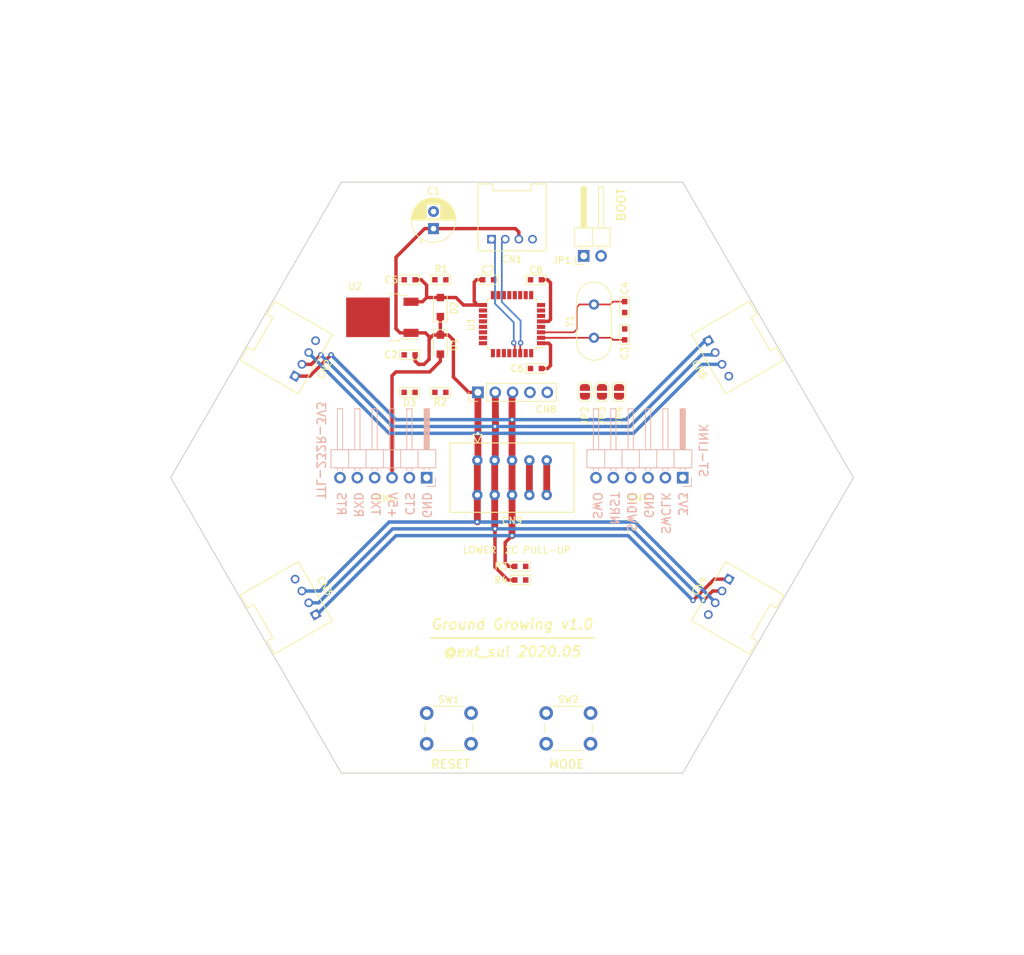
<source format=kicad_pcb>
(kicad_pcb (version 20171130) (host pcbnew "(5.0.2)-1")

  (general
    (thickness 1.6)
    (drawings 57)
    (tracks 185)
    (zones 0)
    (modules 39)
    (nets 37)
  )

  (page A4)
  (layers
    (0 F.Cu signal)
    (31 B.Cu signal)
    (32 B.Adhes user)
    (33 F.Adhes user)
    (34 B.Paste user)
    (35 F.Paste user)
    (36 B.SilkS user)
    (37 F.SilkS user)
    (38 B.Mask user)
    (39 F.Mask user)
    (40 Dwgs.User user hide)
    (41 Cmts.User user)
    (42 Eco1.User user)
    (43 Eco2.User user)
    (44 Edge.Cuts user)
    (45 Margin user)
    (46 B.CrtYd user)
    (47 F.CrtYd user)
    (48 B.Fab user)
    (49 F.Fab user)
  )

  (setup
    (last_trace_width 0.5)
    (user_trace_width 0.5)
    (user_trace_width 1)
    (trace_clearance 0.2)
    (zone_clearance 0.508)
    (zone_45_only no)
    (trace_min 0.2)
    (segment_width 0.2)
    (edge_width 0.15)
    (via_size 0.8)
    (via_drill 0.4)
    (via_min_size 0.4)
    (via_min_drill 0.3)
    (uvia_size 0.3)
    (uvia_drill 0.1)
    (uvias_allowed no)
    (uvia_min_size 0.2)
    (uvia_min_drill 0.1)
    (pcb_text_width 0.3)
    (pcb_text_size 1.5 1.5)
    (mod_edge_width 0.15)
    (mod_text_size 1 1)
    (mod_text_width 0.15)
    (pad_size 1.524 1.524)
    (pad_drill 0.762)
    (pad_to_mask_clearance 0.051)
    (solder_mask_min_width 0.25)
    (aux_axis_origin 0 0)
    (visible_elements 7FFFFFFF)
    (pcbplotparams
      (layerselection 0x010fc_ffffffff)
      (usegerberextensions true)
      (usegerberattributes false)
      (usegerberadvancedattributes false)
      (creategerberjobfile false)
      (excludeedgelayer true)
      (linewidth 0.100000)
      (plotframeref false)
      (viasonmask false)
      (mode 1)
      (useauxorigin false)
      (hpglpennumber 1)
      (hpglpenspeed 20)
      (hpglpendiameter 15.000000)
      (psnegative false)
      (psa4output false)
      (plotreference true)
      (plotvalue true)
      (plotinvisibletext false)
      (padsonsilk false)
      (subtractmaskfromsilk false)
      (outputformat 1)
      (mirror false)
      (drillshape 0)
      (scaleselection 1)
      (outputdirectory "Gerber/"))
  )

  (net 0 "")
  (net 1 GND)
  (net 2 "Net-(U1-Pad6)")
  (net 3 "Net-(U1-Pad7)")
  (net 4 5V)
  (net 5 "Net-(C3-Pad1)")
  (net 6 "Net-(C4-Pad1)")
  (net 7 3V3)
  (net 8 UPPER_SCL)
  (net 9 UPPER_SDA)
  (net 10 LOWER_SCL)
  (net 11 LOWER_SDA)
  (net 12 "Net-(CN6-Pad2)")
  (net 13 "Net-(CN6-Pad3)")
  (net 14 TXD)
  (net 15 RXD)
  (net 16 "Net-(CN6-Pad6)")
  (net 17 SWO)
  (net 18 NRST)
  (net 19 SWDIO)
  (net 20 SWCLK)
  (net 21 "Net-(CN8-Pad4)")
  (net 22 "Net-(CN9-Pad4)")
  (net 23 "Net-(D3-Pad2)")
  (net 24 "Net-(JP1-Pad2)")
  (net 25 "Net-(R2-Pad1)")
  (net 26 "Net-(SW2-Pad1)")
  (net 27 "Net-(U1-Pad14)")
  (net 28 "Net-(U1-Pad15)")
  (net 29 "Net-(U1-Pad20)")
  (net 30 "Net-(U1-Pad21)")
  (net 31 "Net-(U1-Pad22)")
  (net 32 "Net-(U1-Pad27)")
  (net 33 "Net-(U1-Pad28)")
  (net 34 "Net-(JP2-Pad2)")
  (net 35 "Net-(JP3-Pad2)")
  (net 36 "Net-(JP4-Pad2)")

  (net_class Default "これはデフォルトのネット クラスです。"
    (clearance 0.2)
    (trace_width 0.25)
    (via_dia 0.8)
    (via_drill 0.4)
    (uvia_dia 0.3)
    (uvia_drill 0.1)
    (add_net 3V3)
    (add_net 5V)
    (add_net GND)
    (add_net LOWER_SCL)
    (add_net LOWER_SDA)
    (add_net NRST)
    (add_net "Net-(C3-Pad1)")
    (add_net "Net-(C4-Pad1)")
    (add_net "Net-(CN6-Pad2)")
    (add_net "Net-(CN6-Pad3)")
    (add_net "Net-(CN6-Pad6)")
    (add_net "Net-(CN8-Pad4)")
    (add_net "Net-(CN9-Pad4)")
    (add_net "Net-(D3-Pad2)")
    (add_net "Net-(JP1-Pad2)")
    (add_net "Net-(JP2-Pad2)")
    (add_net "Net-(JP3-Pad2)")
    (add_net "Net-(JP4-Pad2)")
    (add_net "Net-(R2-Pad1)")
    (add_net "Net-(SW2-Pad1)")
    (add_net "Net-(U1-Pad14)")
    (add_net "Net-(U1-Pad15)")
    (add_net "Net-(U1-Pad20)")
    (add_net "Net-(U1-Pad21)")
    (add_net "Net-(U1-Pad22)")
    (add_net "Net-(U1-Pad27)")
    (add_net "Net-(U1-Pad28)")
    (add_net "Net-(U1-Pad6)")
    (add_net "Net-(U1-Pad7)")
    (add_net RXD)
    (add_net SWCLK)
    (add_net SWDIO)
    (add_net SWO)
    (add_net TXD)
    (add_net UPPER_SCL)
    (add_net UPPER_SDA)
  )

  (module extsui:CONN_CARD_EDGE_395-010-521-201 (layer F.Cu) (tedit 5DC802FC) (tstamp 5EAA7F16)
    (at 130 105)
    (path /5EA9F51E)
    (fp_text reference CN9 (at 0 6.3) (layer F.SilkS)
      (effects (font (size 1 1) (thickness 0.15)))
    )
    (fp_text value CardEdgeConnector5P (at 0 -8.12) (layer F.Fab)
      (effects (font (size 1 1) (thickness 0.15)))
    )
    (fp_line (start -9.08 -5.08) (end 9.08 -5.08) (layer F.SilkS) (width 0.15))
    (fp_line (start -9.08 5.08) (end 9.08 5.08) (layer F.SilkS) (width 0.15))
    (fp_line (start 9.08 -5.08) (end 9.08 5.08) (layer F.SilkS) (width 0.15))
    (fp_line (start -9.08 -5.08) (end -9.08 5.08) (layer F.SilkS) (width 0.15))
    (fp_line (start -5.08 -5.08) (end -5.715 -6.35) (layer F.SilkS) (width 0.15))
    (fp_line (start -5.715 -6.35) (end -4.445 -6.35) (layer F.SilkS) (width 0.15))
    (fp_line (start -4.445 -6.35) (end -5.08 -5.08) (layer F.SilkS) (width 0.15))
    (pad 1 thru_hole circle (at -5.08 -2.54) (size 1.524 1.524) (drill 0.762) (layers *.Cu *.Mask)
      (net 4 5V))
    (pad 2 thru_hole circle (at -2.54 -2.54) (size 1.524 1.524) (drill 0.762) (layers *.Cu *.Mask)
      (net 11 LOWER_SDA))
    (pad 3 thru_hole circle (at 0 -2.54) (size 1.524 1.524) (drill 0.762) (layers *.Cu *.Mask)
      (net 10 LOWER_SCL))
    (pad 4 thru_hole circle (at 2.54 -2.54) (size 1.524 1.524) (drill 0.762) (layers *.Cu *.Mask)
      (net 22 "Net-(CN9-Pad4)"))
    (pad 5 thru_hole circle (at 5.08 -2.54) (size 1.524 1.524) (drill 0.762) (layers *.Cu *.Mask)
      (net 1 GND))
    (pad 1 thru_hole circle (at -5.08 2.54) (size 1.524 1.524) (drill 0.762) (layers *.Cu *.Mask)
      (net 4 5V))
    (pad 2 thru_hole circle (at -2.54 2.54) (size 1.524 1.524) (drill 0.762) (layers *.Cu *.Mask)
      (net 11 LOWER_SDA))
    (pad 3 thru_hole circle (at 0 2.54) (size 1.524 1.524) (drill 0.762) (layers *.Cu *.Mask)
      (net 10 LOWER_SCL))
    (pad 4 thru_hole circle (at 2.54 2.54) (size 1.524 1.524) (drill 0.762) (layers *.Cu *.Mask)
      (net 22 "Net-(CN9-Pad4)"))
    (pad 5 thru_hole circle (at 5.08 2.54) (size 1.524 1.524) (drill 0.762) (layers *.Cu *.Mask)
      (net 1 GND))
  )

  (module OPL_Connector:HW4-2.0-90D (layer F.Cu) (tedit 5BD4AAAC) (tstamp 5EA02822)
    (at 96.95 85.925 60)
    (path /5E9E8238)
    (attr virtual)
    (fp_text reference CN2 (at -0.017932 6.418941 60) (layer F.SilkS)
      (effects (font (size 1 1) (thickness 0.15)))
    )
    (fp_text value GROVE (at -0.025 6.45 60) (layer F.Fab)
      (effects (font (size 1 1) (thickness 0.15)))
    )
    (fp_line (start -4.99872 2.5019) (end -4.99872 4.49834) (layer F.SilkS) (width 0.127))
    (fp_line (start -5 -4.9) (end -5 4.9) (layer F.SilkS) (width 0.127))
    (fp_line (start -5 4.9) (end 5 4.9) (layer F.Fab) (width 0.1))
    (fp_line (start 5 -4.9) (end 5 4.9) (layer F.SilkS) (width 0.127))
    (fp_line (start 5 4.9) (end -5 4.9) (layer F.SilkS) (width 0.127))
    (fp_line (start -5 4.9) (end -5 -4.9) (layer F.Fab) (width 0.1))
    (fp_line (start -5 1.6) (end 5 1.6) (layer F.Fab) (width 0.1))
    (fp_line (start -5 -4.9) (end -2.799079 -4.9) (layer F.Fab) (width 0.1))
    (fp_line (start -2.799079 -4.9) (end -2.799079 -3.8989) (layer F.Fab) (width 0.1))
    (fp_line (start -2.799079 -3.8989) (end 2.79908 -3.898899) (layer F.Fab) (width 0.1))
    (fp_line (start 2.79908 -3.898899) (end 2.79908 -4.899999) (layer F.Fab) (width 0.1))
    (fp_line (start 2.79908 -4.899999) (end 5 -4.9) (layer F.Fab) (width 0.1))
    (fp_line (start 5 4.9) (end 5 -4.9) (layer F.Fab) (width 0.1))
    (fp_line (start 2.79908 -4.899999) (end 5 -4.9) (layer F.SilkS) (width 0.127))
    (fp_line (start 2.79908 -3.898899) (end 2.79908 -4.899999) (layer F.SilkS) (width 0.127))
    (fp_line (start -2.79908 -3.9) (end 2.79908 -3.9) (layer F.SilkS) (width 0.127))
    (fp_line (start -2.8 -4.9) (end -2.8 -3.8989) (layer F.SilkS) (width 0.127))
    (fp_line (start -5.00092 -4.899999) (end -2.8 -4.9) (layer F.SilkS) (width 0.127))
    (fp_text user REF** (at 0 0 60) (layer F.Fab)
      (effects (font (size 1 1) (thickness 0.15)))
    )
    (fp_line (start 5.25 5.15) (end 5.25 -5.15) (layer F.CrtYd) (width 0.05))
    (fp_line (start 5.25 -5.15) (end -5.25 -5.15) (layer F.CrtYd) (width 0.05))
    (fp_line (start -5.25 -5.15) (end -5.25 5.15) (layer F.CrtYd) (width 0.05))
    (fp_line (start -5.25 5.15) (end 5.25 5.15) (layer F.CrtYd) (width 0.05))
    (pad 1 thru_hole rect (at -2.99974 3.20012 60) (size 1.27 1.27) (drill 0.79756) (layers *.Cu *.Mask)
      (net 10 LOWER_SCL))
    (pad 2 thru_hole circle (at -0.99822 3.2 60) (size 1.27 1.27) (drill 0.79756) (layers *.Cu *.Mask)
      (net 11 LOWER_SDA))
    (pad 3 thru_hole circle (at 0.99822 3.2 60) (size 1.27 1.27) (drill 0.79756) (layers *.Cu *.Mask)
      (net 4 5V))
    (pad 4 thru_hole circle (at 2.99974 3.2 60) (size 1.27 1.27) (drill 0.79756) (layers *.Cu *.Mask)
      (net 1 GND))
  )

  (module MountingHole:MountingHole_3.2mm_M3 (layer F.Cu) (tedit 5E89DFB4) (tstamp 5EA2530D)
    (at 108 143)
    (descr "Mounting Hole 3.2mm, no annular, M3")
    (tags "mounting hole 3.2mm no annular m3")
    (path /5E8E347E)
    (attr virtual)
    (fp_text reference H1 (at 0 -4.2) (layer F.SilkS) hide
      (effects (font (size 1 1) (thickness 0.15)))
    )
    (fp_text value MountingHole (at 0 4.2) (layer F.Fab)
      (effects (font (size 1 1) (thickness 0.15)))
    )
    (fp_text user %R (at 0.3 0) (layer F.Fab)
      (effects (font (size 1 1) (thickness 0.15)))
    )
    (fp_circle (center 0 0) (end 3.2 0) (layer Cmts.User) (width 0.15))
    (fp_circle (center 0 0) (end 3.45 0) (layer F.CrtYd) (width 0.05))
    (pad 1 np_thru_hole circle (at 0 0) (size 3.2 3.2) (drill 3.2) (layers *.Cu *.Mask))
  )

  (module MountingHole:MountingHole_3.2mm_M3 (layer F.Cu) (tedit 5E89DFB8) (tstamp 5EA25315)
    (at 152 143)
    (descr "Mounting Hole 3.2mm, no annular, M3")
    (tags "mounting hole 3.2mm no annular m3")
    (path /5E8E3566)
    (attr virtual)
    (fp_text reference H2 (at 0 -4.2) (layer F.SilkS) hide
      (effects (font (size 1 1) (thickness 0.15)))
    )
    (fp_text value MountingHole (at 0 4.2) (layer F.Fab)
      (effects (font (size 1 1) (thickness 0.15)))
    )
    (fp_circle (center 0 0) (end 3.45 0) (layer F.CrtYd) (width 0.05))
    (fp_circle (center 0 0) (end 3.2 0) (layer Cmts.User) (width 0.15))
    (fp_text user %R (at 0.3 0) (layer F.Fab)
      (effects (font (size 1 1) (thickness 0.15)))
    )
    (pad 1 np_thru_hole circle (at 0 0) (size 3.2 3.2) (drill 3.2) (layers *.Cu *.Mask))
  )

  (module MountingHole:MountingHole_3.2mm_M3 (layer F.Cu) (tedit 5E89DFBC) (tstamp 5EA2531D)
    (at 174 105)
    (descr "Mounting Hole 3.2mm, no annular, M3")
    (tags "mounting hole 3.2mm no annular m3")
    (path /5E8E35F4)
    (attr virtual)
    (fp_text reference H3 (at 0 -4.2) (layer F.SilkS) hide
      (effects (font (size 1 1) (thickness 0.15)))
    )
    (fp_text value MountingHole (at 0 4.2) (layer F.Fab)
      (effects (font (size 1 1) (thickness 0.15)))
    )
    (fp_text user %R (at 0.3 0) (layer F.Fab)
      (effects (font (size 1 1) (thickness 0.15)))
    )
    (fp_circle (center 0 0) (end 3.2 0) (layer Cmts.User) (width 0.15))
    (fp_circle (center 0 0) (end 3.45 0) (layer F.CrtYd) (width 0.05))
    (pad 1 np_thru_hole circle (at 0 0) (size 3.2 3.2) (drill 3.2) (layers *.Cu *.Mask))
  )

  (module MountingHole:MountingHole_3.2mm_M3 (layer F.Cu) (tedit 5E89DFA7) (tstamp 5EA25325)
    (at 152 67)
    (descr "Mounting Hole 3.2mm, no annular, M3")
    (tags "mounting hole 3.2mm no annular m3")
    (path /5E8E3892)
    (attr virtual)
    (fp_text reference H4 (at 0 -4.2) (layer F.SilkS) hide
      (effects (font (size 1 1) (thickness 0.15)))
    )
    (fp_text value MountingHole (at 0 4.2) (layer F.Fab)
      (effects (font (size 1 1) (thickness 0.15)))
    )
    (fp_circle (center 0 0) (end 3.45 0) (layer F.CrtYd) (width 0.05))
    (fp_circle (center 0 0) (end 3.2 0) (layer Cmts.User) (width 0.15))
    (fp_text user %R (at 0.3 0) (layer F.Fab)
      (effects (font (size 1 1) (thickness 0.15)))
    )
    (pad 1 np_thru_hole circle (at 0 0) (size 3.2 3.2) (drill 3.2) (layers *.Cu *.Mask))
  )

  (module MountingHole:MountingHole_3.2mm_M3 (layer F.Cu) (tedit 5E89DFAB) (tstamp 5EA2532D)
    (at 108 67)
    (descr "Mounting Hole 3.2mm, no annular, M3")
    (tags "mounting hole 3.2mm no annular m3")
    (path /5E8E3899)
    (attr virtual)
    (fp_text reference H5 (at 0 -4.2) (layer F.SilkS) hide
      (effects (font (size 1 1) (thickness 0.15)))
    )
    (fp_text value MountingHole (at 0 4.2) (layer F.Fab)
      (effects (font (size 1 1) (thickness 0.15)))
    )
    (fp_text user %R (at 0.3 0) (layer F.Fab)
      (effects (font (size 1 1) (thickness 0.15)))
    )
    (fp_circle (center 0 0) (end 3.2 0) (layer Cmts.User) (width 0.15))
    (fp_circle (center 0 0) (end 3.45 0) (layer F.CrtYd) (width 0.05))
    (pad 1 np_thru_hole circle (at 0 0) (size 3.2 3.2) (drill 3.2) (layers *.Cu *.Mask))
  )

  (module MountingHole:MountingHole_3.2mm_M3 (layer F.Cu) (tedit 5E89DFAF) (tstamp 5EA25335)
    (at 86 105)
    (descr "Mounting Hole 3.2mm, no annular, M3")
    (tags "mounting hole 3.2mm no annular m3")
    (path /5E8E38A0)
    (attr virtual)
    (fp_text reference H6 (at 0 -4.2) (layer F.SilkS) hide
      (effects (font (size 1 1) (thickness 0.15)))
    )
    (fp_text value MountingHole (at 0 4.2) (layer F.Fab)
      (effects (font (size 1 1) (thickness 0.15)))
    )
    (fp_circle (center 0 0) (end 3.45 0) (layer F.CrtYd) (width 0.05))
    (fp_circle (center 0 0) (end 3.2 0) (layer Cmts.User) (width 0.15))
    (fp_text user %R (at 0.3 0) (layer F.Fab)
      (effects (font (size 1 1) (thickness 0.15)))
    )
    (pad 1 np_thru_hole circle (at 0 0) (size 3.2 3.2) (drill 3.2) (layers *.Cu *.Mask))
  )

  (module extsui:C_1608_HandSolderingCustom (layer F.Cu) (tedit 59AACAE3) (tstamp 5EACD566)
    (at 115 87 180)
    (descr "Resistor SMD 0603, hand soldering")
    (tags "resistor 0603")
    (path /5EAC709A)
    (attr smd)
    (fp_text reference C2 (at 2.75 0 180) (layer F.SilkS)
      (effects (font (size 1 1) (thickness 0.15)))
    )
    (fp_text value 0.1uF (at 0 1.55 180) (layer F.Fab)
      (effects (font (size 1 1) (thickness 0.15)))
    )
    (fp_line (start 1.45 0.7) (end -1.46 0.7) (layer F.CrtYd) (width 0.05))
    (fp_line (start 1.45 0.7) (end 1.45 -0.7) (layer F.CrtYd) (width 0.05))
    (fp_line (start -1.45 -0.7) (end -1.45 0.7) (layer F.CrtYd) (width 0.05))
    (fp_line (start -1.45 -0.7) (end 1.45 -0.7) (layer F.CrtYd) (width 0.05))
    (fp_line (start -1.45 -0.7) (end 1.45 -0.7) (layer F.SilkS) (width 0.12))
    (fp_line (start 1.45 0.7) (end -1.45 0.7) (layer F.SilkS) (width 0.12))
    (fp_line (start -0.8 -0.4) (end 0.8 -0.4) (layer F.Fab) (width 0.1))
    (fp_line (start 0.8 -0.4) (end 0.8 0.4) (layer F.Fab) (width 0.1))
    (fp_line (start 0.8 0.4) (end -0.8 0.4) (layer F.Fab) (width 0.1))
    (fp_line (start -0.8 0.4) (end -0.8 -0.4) (layer F.Fab) (width 0.1))
    (fp_text user %R (at 0 0 180) (layer F.Fab)
      (effects (font (size 0.4 0.4) (thickness 0.075)))
    )
    (fp_line (start 1.45 -0.7) (end 1.45 0.7) (layer F.SilkS) (width 0.12))
    (fp_line (start -1.45 -0.7) (end -1.45 0.7) (layer F.SilkS) (width 0.12))
    (pad 2 smd rect (at 0.8 0 180) (size 0.8 0.8) (layers F.Cu F.Paste F.Mask)
      (net 1 GND))
    (pad 1 smd rect (at -0.8 0 180) (size 0.8 0.8) (layers F.Cu F.Paste F.Mask)
      (net 4 5V))
    (model ${KISYS3DMOD}/Resistors_SMD.3dshapes/R_0603.wrl
      (at (xyz 0 0 0))
      (scale (xyz 1 1 1))
      (rotate (xyz 0 0 0))
    )
  )

  (module extsui:C_1608_HandSolderingCustom (layer F.Cu) (tedit 59AACAE3) (tstamp 5EAAAA28)
    (at 146.5 84 90)
    (descr "Resistor SMD 0603, hand soldering")
    (tags "resistor 0603")
    (path /5EAA5F74)
    (attr smd)
    (fp_text reference C3 (at -2.75 0 90) (layer F.SilkS)
      (effects (font (size 1 1) (thickness 0.15)))
    )
    (fp_text value 22pF (at 0 1.55 90) (layer F.Fab)
      (effects (font (size 1 1) (thickness 0.15)))
    )
    (fp_line (start 1.45 0.7) (end -1.46 0.7) (layer F.CrtYd) (width 0.05))
    (fp_line (start 1.45 0.7) (end 1.45 -0.7) (layer F.CrtYd) (width 0.05))
    (fp_line (start -1.45 -0.7) (end -1.45 0.7) (layer F.CrtYd) (width 0.05))
    (fp_line (start -1.45 -0.7) (end 1.45 -0.7) (layer F.CrtYd) (width 0.05))
    (fp_line (start -1.45 -0.7) (end 1.45 -0.7) (layer F.SilkS) (width 0.12))
    (fp_line (start 1.45 0.7) (end -1.45 0.7) (layer F.SilkS) (width 0.12))
    (fp_line (start -0.8 -0.4) (end 0.8 -0.4) (layer F.Fab) (width 0.1))
    (fp_line (start 0.8 -0.4) (end 0.8 0.4) (layer F.Fab) (width 0.1))
    (fp_line (start 0.8 0.4) (end -0.8 0.4) (layer F.Fab) (width 0.1))
    (fp_line (start -0.8 0.4) (end -0.8 -0.4) (layer F.Fab) (width 0.1))
    (fp_text user %R (at 0 0 90) (layer F.Fab)
      (effects (font (size 0.4 0.4) (thickness 0.075)))
    )
    (fp_line (start 1.45 -0.7) (end 1.45 0.7) (layer F.SilkS) (width 0.12))
    (fp_line (start -1.45 -0.7) (end -1.45 0.7) (layer F.SilkS) (width 0.12))
    (pad 2 smd rect (at 0.8 0 90) (size 0.8 0.8) (layers F.Cu F.Paste F.Mask)
      (net 1 GND))
    (pad 1 smd rect (at -0.8 0 90) (size 0.8 0.8) (layers F.Cu F.Paste F.Mask)
      (net 5 "Net-(C3-Pad1)"))
    (model ${KISYS3DMOD}/Resistors_SMD.3dshapes/R_0603.wrl
      (at (xyz 0 0 0))
      (scale (xyz 1 1 1))
      (rotate (xyz 0 0 0))
    )
  )

  (module extsui:C_1608_HandSolderingCustom (layer F.Cu) (tedit 59AACAE3) (tstamp 5EAA7D33)
    (at 146.5 80 270)
    (descr "Resistor SMD 0603, hand soldering")
    (tags "resistor 0603")
    (path /5EAA8BC5)
    (attr smd)
    (fp_text reference C4 (at -2.75 0 270) (layer F.SilkS)
      (effects (font (size 1 1) (thickness 0.15)))
    )
    (fp_text value 22pF (at 0 1.55 270) (layer F.Fab)
      (effects (font (size 1 1) (thickness 0.15)))
    )
    (fp_line (start -1.45 -0.7) (end -1.45 0.7) (layer F.SilkS) (width 0.12))
    (fp_line (start 1.45 -0.7) (end 1.45 0.7) (layer F.SilkS) (width 0.12))
    (fp_text user %R (at 0 0 270) (layer F.Fab)
      (effects (font (size 0.4 0.4) (thickness 0.075)))
    )
    (fp_line (start -0.8 0.4) (end -0.8 -0.4) (layer F.Fab) (width 0.1))
    (fp_line (start 0.8 0.4) (end -0.8 0.4) (layer F.Fab) (width 0.1))
    (fp_line (start 0.8 -0.4) (end 0.8 0.4) (layer F.Fab) (width 0.1))
    (fp_line (start -0.8 -0.4) (end 0.8 -0.4) (layer F.Fab) (width 0.1))
    (fp_line (start 1.45 0.7) (end -1.45 0.7) (layer F.SilkS) (width 0.12))
    (fp_line (start -1.45 -0.7) (end 1.45 -0.7) (layer F.SilkS) (width 0.12))
    (fp_line (start -1.45 -0.7) (end 1.45 -0.7) (layer F.CrtYd) (width 0.05))
    (fp_line (start -1.45 -0.7) (end -1.45 0.7) (layer F.CrtYd) (width 0.05))
    (fp_line (start 1.45 0.7) (end 1.45 -0.7) (layer F.CrtYd) (width 0.05))
    (fp_line (start 1.45 0.7) (end -1.46 0.7) (layer F.CrtYd) (width 0.05))
    (pad 1 smd rect (at -0.8 0 270) (size 0.8 0.8) (layers F.Cu F.Paste F.Mask)
      (net 6 "Net-(C4-Pad1)"))
    (pad 2 smd rect (at 0.8 0 270) (size 0.8 0.8) (layers F.Cu F.Paste F.Mask)
      (net 1 GND))
    (model ${KISYS3DMOD}/Resistors_SMD.3dshapes/R_0603.wrl
      (at (xyz 0 0 0))
      (scale (xyz 1 1 1))
      (rotate (xyz 0 0 0))
    )
  )

  (module extsui:C_1608_HandSolderingCustom (layer F.Cu) (tedit 59AACAE3) (tstamp 5EAA7D46)
    (at 115 76 180)
    (descr "Resistor SMD 0603, hand soldering")
    (tags "resistor 0603")
    (path /5EE6AF35)
    (attr smd)
    (fp_text reference C5 (at 2.7 0 180) (layer F.SilkS)
      (effects (font (size 1 1) (thickness 0.15)))
    )
    (fp_text value 10uF (at 0 1.55 180) (layer F.Fab)
      (effects (font (size 1 1) (thickness 0.15)))
    )
    (fp_line (start 1.45 0.7) (end -1.46 0.7) (layer F.CrtYd) (width 0.05))
    (fp_line (start 1.45 0.7) (end 1.45 -0.7) (layer F.CrtYd) (width 0.05))
    (fp_line (start -1.45 -0.7) (end -1.45 0.7) (layer F.CrtYd) (width 0.05))
    (fp_line (start -1.45 -0.7) (end 1.45 -0.7) (layer F.CrtYd) (width 0.05))
    (fp_line (start -1.45 -0.7) (end 1.45 -0.7) (layer F.SilkS) (width 0.12))
    (fp_line (start 1.45 0.7) (end -1.45 0.7) (layer F.SilkS) (width 0.12))
    (fp_line (start -0.8 -0.4) (end 0.8 -0.4) (layer F.Fab) (width 0.1))
    (fp_line (start 0.8 -0.4) (end 0.8 0.4) (layer F.Fab) (width 0.1))
    (fp_line (start 0.8 0.4) (end -0.8 0.4) (layer F.Fab) (width 0.1))
    (fp_line (start -0.8 0.4) (end -0.8 -0.4) (layer F.Fab) (width 0.1))
    (fp_text user %R (at 0 0 180) (layer F.Fab)
      (effects (font (size 0.4 0.4) (thickness 0.075)))
    )
    (fp_line (start 1.45 -0.7) (end 1.45 0.7) (layer F.SilkS) (width 0.12))
    (fp_line (start -1.45 -0.7) (end -1.45 0.7) (layer F.SilkS) (width 0.12))
    (pad 2 smd rect (at 0.8 0 180) (size 0.8 0.8) (layers F.Cu F.Paste F.Mask)
      (net 1 GND))
    (pad 1 smd rect (at -0.8 0 180) (size 0.8 0.8) (layers F.Cu F.Paste F.Mask)
      (net 7 3V3))
    (model ${KISYS3DMOD}/Resistors_SMD.3dshapes/R_0603.wrl
      (at (xyz 0 0 0))
      (scale (xyz 1 1 1))
      (rotate (xyz 0 0 0))
    )
  )

  (module extsui:C_1608_HandSolderingCustom (layer F.Cu) (tedit 59AACAE3) (tstamp 5EAA7D59)
    (at 133.5 89)
    (descr "Resistor SMD 0603, hand soldering")
    (tags "resistor 0603")
    (path /5C2DF16B)
    (attr smd)
    (fp_text reference C6 (at -2.75 0) (layer F.SilkS)
      (effects (font (size 1 1) (thickness 0.15)))
    )
    (fp_text value 0.1u (at 0 1.55) (layer F.Fab)
      (effects (font (size 1 1) (thickness 0.15)))
    )
    (fp_line (start -1.45 -0.7) (end -1.45 0.7) (layer F.SilkS) (width 0.12))
    (fp_line (start 1.45 -0.7) (end 1.45 0.7) (layer F.SilkS) (width 0.12))
    (fp_text user %R (at 0 0) (layer F.Fab)
      (effects (font (size 0.4 0.4) (thickness 0.075)))
    )
    (fp_line (start -0.8 0.4) (end -0.8 -0.4) (layer F.Fab) (width 0.1))
    (fp_line (start 0.8 0.4) (end -0.8 0.4) (layer F.Fab) (width 0.1))
    (fp_line (start 0.8 -0.4) (end 0.8 0.4) (layer F.Fab) (width 0.1))
    (fp_line (start -0.8 -0.4) (end 0.8 -0.4) (layer F.Fab) (width 0.1))
    (fp_line (start 1.45 0.7) (end -1.45 0.7) (layer F.SilkS) (width 0.12))
    (fp_line (start -1.45 -0.7) (end 1.45 -0.7) (layer F.SilkS) (width 0.12))
    (fp_line (start -1.45 -0.7) (end 1.45 -0.7) (layer F.CrtYd) (width 0.05))
    (fp_line (start -1.45 -0.7) (end -1.45 0.7) (layer F.CrtYd) (width 0.05))
    (fp_line (start 1.45 0.7) (end 1.45 -0.7) (layer F.CrtYd) (width 0.05))
    (fp_line (start 1.45 0.7) (end -1.46 0.7) (layer F.CrtYd) (width 0.05))
    (pad 1 smd rect (at -0.8 0) (size 0.8 0.8) (layers F.Cu F.Paste F.Mask)
      (net 1 GND))
    (pad 2 smd rect (at 0.8 0) (size 0.8 0.8) (layers F.Cu F.Paste F.Mask)
      (net 7 3V3))
    (model ${KISYS3DMOD}/Resistors_SMD.3dshapes/R_0603.wrl
      (at (xyz 0 0 0))
      (scale (xyz 1 1 1))
      (rotate (xyz 0 0 0))
    )
  )

  (module extsui:C_1608_HandSolderingCustom (layer F.Cu) (tedit 59AACAE3) (tstamp 5EAA7D6C)
    (at 126.5 76 180)
    (descr "Resistor SMD 0603, hand soldering")
    (tags "resistor 0603")
    (path /5EB6BF5E)
    (attr smd)
    (fp_text reference C7 (at 0 1.5 180) (layer F.SilkS)
      (effects (font (size 1 1) (thickness 0.15)))
    )
    (fp_text value 0.1u (at 0 1.55 180) (layer F.Fab)
      (effects (font (size 1 1) (thickness 0.15)))
    )
    (fp_line (start -1.45 -0.7) (end -1.45 0.7) (layer F.SilkS) (width 0.12))
    (fp_line (start 1.45 -0.7) (end 1.45 0.7) (layer F.SilkS) (width 0.12))
    (fp_text user %R (at 0 0 180) (layer F.Fab)
      (effects (font (size 0.4 0.4) (thickness 0.075)))
    )
    (fp_line (start -0.8 0.4) (end -0.8 -0.4) (layer F.Fab) (width 0.1))
    (fp_line (start 0.8 0.4) (end -0.8 0.4) (layer F.Fab) (width 0.1))
    (fp_line (start 0.8 -0.4) (end 0.8 0.4) (layer F.Fab) (width 0.1))
    (fp_line (start -0.8 -0.4) (end 0.8 -0.4) (layer F.Fab) (width 0.1))
    (fp_line (start 1.45 0.7) (end -1.45 0.7) (layer F.SilkS) (width 0.12))
    (fp_line (start -1.45 -0.7) (end 1.45 -0.7) (layer F.SilkS) (width 0.12))
    (fp_line (start -1.45 -0.7) (end 1.45 -0.7) (layer F.CrtYd) (width 0.05))
    (fp_line (start -1.45 -0.7) (end -1.45 0.7) (layer F.CrtYd) (width 0.05))
    (fp_line (start 1.45 0.7) (end 1.45 -0.7) (layer F.CrtYd) (width 0.05))
    (fp_line (start 1.45 0.7) (end -1.46 0.7) (layer F.CrtYd) (width 0.05))
    (pad 1 smd rect (at -0.8 0 180) (size 0.8 0.8) (layers F.Cu F.Paste F.Mask)
      (net 1 GND))
    (pad 2 smd rect (at 0.8 0 180) (size 0.8 0.8) (layers F.Cu F.Paste F.Mask)
      (net 7 3V3))
    (model ${KISYS3DMOD}/Resistors_SMD.3dshapes/R_0603.wrl
      (at (xyz 0 0 0))
      (scale (xyz 1 1 1))
      (rotate (xyz 0 0 0))
    )
  )

  (module extsui:C_1608_HandSolderingCustom (layer F.Cu) (tedit 59AACAE3) (tstamp 5EAA7D7F)
    (at 133.5 76)
    (descr "Resistor SMD 0603, hand soldering")
    (tags "resistor 0603")
    (path /5EB6F20B)
    (attr smd)
    (fp_text reference C8 (at 0 -1.45) (layer F.SilkS)
      (effects (font (size 1 1) (thickness 0.15)))
    )
    (fp_text value 0.1u (at 0 1.55) (layer F.Fab)
      (effects (font (size 1 1) (thickness 0.15)))
    )
    (fp_line (start 1.45 0.7) (end -1.46 0.7) (layer F.CrtYd) (width 0.05))
    (fp_line (start 1.45 0.7) (end 1.45 -0.7) (layer F.CrtYd) (width 0.05))
    (fp_line (start -1.45 -0.7) (end -1.45 0.7) (layer F.CrtYd) (width 0.05))
    (fp_line (start -1.45 -0.7) (end 1.45 -0.7) (layer F.CrtYd) (width 0.05))
    (fp_line (start -1.45 -0.7) (end 1.45 -0.7) (layer F.SilkS) (width 0.12))
    (fp_line (start 1.45 0.7) (end -1.45 0.7) (layer F.SilkS) (width 0.12))
    (fp_line (start -0.8 -0.4) (end 0.8 -0.4) (layer F.Fab) (width 0.1))
    (fp_line (start 0.8 -0.4) (end 0.8 0.4) (layer F.Fab) (width 0.1))
    (fp_line (start 0.8 0.4) (end -0.8 0.4) (layer F.Fab) (width 0.1))
    (fp_line (start -0.8 0.4) (end -0.8 -0.4) (layer F.Fab) (width 0.1))
    (fp_text user %R (at 0 0) (layer F.Fab)
      (effects (font (size 0.4 0.4) (thickness 0.075)))
    )
    (fp_line (start 1.45 -0.7) (end 1.45 0.7) (layer F.SilkS) (width 0.12))
    (fp_line (start -1.45 -0.7) (end -1.45 0.7) (layer F.SilkS) (width 0.12))
    (pad 2 smd rect (at 0.8 0) (size 0.8 0.8) (layers F.Cu F.Paste F.Mask)
      (net 7 3V3))
    (pad 1 smd rect (at -0.8 0) (size 0.8 0.8) (layers F.Cu F.Paste F.Mask)
      (net 1 GND))
    (model ${KISYS3DMOD}/Resistors_SMD.3dshapes/R_0603.wrl
      (at (xyz 0 0 0))
      (scale (xyz 1 1 1))
      (rotate (xyz 0 0 0))
    )
  )

  (module OPL_Connector:HW4-2.0-90D (layer F.Cu) (tedit 5BD4AAAC) (tstamp 5EA02A06)
    (at 130 66.85)
    (path /5EA2EA80)
    (attr virtual)
    (fp_text reference CN1 (at 0 6.15) (layer F.SilkS)
      (effects (font (size 1 1) (thickness 0.15)))
    )
    (fp_text value GROVE (at -0.025 6.45) (layer F.Fab)
      (effects (font (size 1 1) (thickness 0.15)))
    )
    (fp_line (start -4.99872 2.5019) (end -4.99872 4.49834) (layer F.SilkS) (width 0.127))
    (fp_line (start -5 -4.9) (end -5 4.9) (layer F.SilkS) (width 0.127))
    (fp_line (start -5 4.9) (end 5 4.9) (layer F.Fab) (width 0.1))
    (fp_line (start 5 -4.9) (end 5 4.9) (layer F.SilkS) (width 0.127))
    (fp_line (start 5 4.9) (end -5 4.9) (layer F.SilkS) (width 0.127))
    (fp_line (start -5 4.9) (end -5 -4.9) (layer F.Fab) (width 0.1))
    (fp_line (start -5 1.6) (end 5 1.6) (layer F.Fab) (width 0.1))
    (fp_line (start -5 -4.9) (end -2.79908 -4.9) (layer F.Fab) (width 0.1))
    (fp_line (start -2.79908 -4.9) (end -2.79908 -3.8989) (layer F.Fab) (width 0.1))
    (fp_line (start -2.79908 -3.8989) (end 2.79908 -3.8989) (layer F.Fab) (width 0.1))
    (fp_line (start 2.79908 -3.8989) (end 2.79908 -4.9) (layer F.Fab) (width 0.1))
    (fp_line (start 2.79908 -4.9) (end 5 -4.9) (layer F.Fab) (width 0.1))
    (fp_line (start 5 4.9) (end 5 -4.9) (layer F.Fab) (width 0.1))
    (fp_line (start 2.79908 -4.9) (end 5 -4.9) (layer F.SilkS) (width 0.127))
    (fp_line (start 2.79908 -3.8989) (end 2.79908 -4.9) (layer F.SilkS) (width 0.127))
    (fp_line (start -2.79908 -3.9) (end 2.79908 -3.9) (layer F.SilkS) (width 0.127))
    (fp_line (start -2.8 -4.9) (end -2.8 -3.8989) (layer F.SilkS) (width 0.127))
    (fp_line (start -5.00092 -4.9) (end -2.8 -4.9) (layer F.SilkS) (width 0.127))
    (fp_text user REF** (at 0 0) (layer F.Fab)
      (effects (font (size 1 1) (thickness 0.15)))
    )
    (fp_line (start 5.25 5.15) (end 5.25 -5.15) (layer F.CrtYd) (width 0.05))
    (fp_line (start 5.25 -5.15) (end -5.25 -5.15) (layer F.CrtYd) (width 0.05))
    (fp_line (start -5.25 -5.15) (end -5.25 5.15) (layer F.CrtYd) (width 0.05))
    (fp_line (start -5.25 5.15) (end 5.25 5.15) (layer F.CrtYd) (width 0.05))
    (pad 1 thru_hole rect (at -2.99974 3.20012) (size 1.27 1.27) (drill 0.79756) (layers *.Cu *.Mask)
      (net 8 UPPER_SCL))
    (pad 2 thru_hole circle (at -0.99822 3.2) (size 1.27 1.27) (drill 0.79756) (layers *.Cu *.Mask)
      (net 9 UPPER_SDA))
    (pad 3 thru_hole circle (at 0.99822 3.2) (size 1.27 1.27) (drill 0.79756) (layers *.Cu *.Mask)
      (net 4 5V))
    (pad 4 thru_hole circle (at 2.99974 3.2) (size 1.27 1.27) (drill 0.79756) (layers *.Cu *.Mask)
      (net 1 GND))
  )

  (module OPL_Connector:HW4-2.0-90D (layer F.Cu) (tedit 5BD4AAAC) (tstamp 5EA028BA)
    (at 96.95 124.075 120)
    (path /5E9E9131)
    (attr virtual)
    (fp_text reference CN3 (at -0.007068 6.462242 120) (layer F.SilkS)
      (effects (font (size 1 1) (thickness 0.15)))
    )
    (fp_text value GROVE (at -0.025 6.45 120) (layer F.Fab)
      (effects (font (size 1 1) (thickness 0.15)))
    )
    (fp_line (start -5.25 5.15) (end 5.25 5.15) (layer F.CrtYd) (width 0.05))
    (fp_line (start -5.25 -5.15) (end -5.25 5.15) (layer F.CrtYd) (width 0.05))
    (fp_line (start 5.25 -5.15) (end -5.25 -5.15) (layer F.CrtYd) (width 0.05))
    (fp_line (start 5.25 5.15) (end 5.25 -5.15) (layer F.CrtYd) (width 0.05))
    (fp_text user REF** (at 0 0 120) (layer F.Fab)
      (effects (font (size 1 1) (thickness 0.15)))
    )
    (fp_line (start -5.00092 -4.9) (end -2.8 -4.9) (layer F.SilkS) (width 0.127))
    (fp_line (start -2.8 -4.9) (end -2.8 -3.8989) (layer F.SilkS) (width 0.127))
    (fp_line (start -2.79908 -3.9) (end 2.79908 -3.9) (layer F.SilkS) (width 0.127))
    (fp_line (start 2.799079 -3.8989) (end 2.799079 -4.9) (layer F.SilkS) (width 0.127))
    (fp_line (start 2.799079 -4.9) (end 5 -4.9) (layer F.SilkS) (width 0.127))
    (fp_line (start 5 4.9) (end 5 -4.9) (layer F.Fab) (width 0.1))
    (fp_line (start 2.799079 -4.9) (end 5 -4.9) (layer F.Fab) (width 0.1))
    (fp_line (start 2.799079 -3.8989) (end 2.799079 -4.9) (layer F.Fab) (width 0.1))
    (fp_line (start -2.79908 -3.898899) (end 2.799079 -3.8989) (layer F.Fab) (width 0.1))
    (fp_line (start -2.79908 -4.899999) (end -2.79908 -3.898899) (layer F.Fab) (width 0.1))
    (fp_line (start -5 -4.9) (end -2.79908 -4.899999) (layer F.Fab) (width 0.1))
    (fp_line (start -5 1.6) (end 5 1.6) (layer F.Fab) (width 0.1))
    (fp_line (start -5 4.9) (end -5 -4.9) (layer F.Fab) (width 0.1))
    (fp_line (start 5 4.9) (end -5 4.9) (layer F.SilkS) (width 0.127))
    (fp_line (start 5 -4.9) (end 5 4.9) (layer F.SilkS) (width 0.127))
    (fp_line (start -5 4.9) (end 5 4.9) (layer F.Fab) (width 0.1))
    (fp_line (start -5 -4.9) (end -5 4.9) (layer F.SilkS) (width 0.127))
    (fp_line (start -4.99872 2.5019) (end -4.998721 4.49834) (layer F.SilkS) (width 0.127))
    (pad 4 thru_hole circle (at 2.99974 3.2 120) (size 1.27 1.27) (drill 0.79756) (layers *.Cu *.Mask)
      (net 1 GND))
    (pad 3 thru_hole circle (at 0.99822 3.2 120) (size 1.27 1.27) (drill 0.79756) (layers *.Cu *.Mask)
      (net 4 5V))
    (pad 2 thru_hole circle (at -0.99822 3.2 120) (size 1.27 1.27) (drill 0.79756) (layers *.Cu *.Mask)
      (net 11 LOWER_SDA))
    (pad 1 thru_hole rect (at -2.99974 3.20012 120) (size 1.27 1.27) (drill 0.79756) (layers *.Cu *.Mask)
      (net 10 LOWER_SCL))
  )

  (module OPL_Connector:HW4-2.0-90D (layer F.Cu) (tedit 5BD4AAAC) (tstamp 5EAA7DFB)
    (at 163.025 124.075 240)
    (path /5E9E9802)
    (attr virtual)
    (fp_text reference CN4 (at -0.005432 6.440592 240) (layer F.SilkS)
      (effects (font (size 1 1) (thickness 0.15)))
    )
    (fp_text value GROVE (at -0.025 6.45 240) (layer F.Fab)
      (effects (font (size 1 1) (thickness 0.15)))
    )
    (fp_line (start -4.99872 2.5019) (end -4.99872 4.49834) (layer F.SilkS) (width 0.127))
    (fp_line (start -5 -4.9) (end -5 4.9) (layer F.SilkS) (width 0.127))
    (fp_line (start -5 4.9) (end 5 4.9) (layer F.Fab) (width 0.1))
    (fp_line (start 5 -4.9) (end 5 4.9) (layer F.SilkS) (width 0.127))
    (fp_line (start 5 4.9) (end -5 4.9) (layer F.SilkS) (width 0.127))
    (fp_line (start -5 4.9) (end -5 -4.9) (layer F.Fab) (width 0.1))
    (fp_line (start -5 1.6) (end 5 1.6) (layer F.Fab) (width 0.1))
    (fp_line (start -5 -4.9) (end -2.799079 -4.9) (layer F.Fab) (width 0.1))
    (fp_line (start -2.799079 -4.9) (end -2.799079 -3.8989) (layer F.Fab) (width 0.1))
    (fp_line (start -2.799079 -3.8989) (end 2.79908 -3.898899) (layer F.Fab) (width 0.1))
    (fp_line (start 2.79908 -3.898899) (end 2.79908 -4.899999) (layer F.Fab) (width 0.1))
    (fp_line (start 2.79908 -4.899999) (end 5 -4.9) (layer F.Fab) (width 0.1))
    (fp_line (start 5 4.9) (end 5 -4.9) (layer F.Fab) (width 0.1))
    (fp_line (start 2.79908 -4.899999) (end 5 -4.9) (layer F.SilkS) (width 0.127))
    (fp_line (start 2.79908 -3.898899) (end 2.79908 -4.899999) (layer F.SilkS) (width 0.127))
    (fp_line (start -2.79908 -3.9) (end 2.79908 -3.9) (layer F.SilkS) (width 0.127))
    (fp_line (start -2.8 -4.9) (end -2.8 -3.8989) (layer F.SilkS) (width 0.127))
    (fp_line (start -5.00092 -4.899999) (end -2.8 -4.9) (layer F.SilkS) (width 0.127))
    (fp_text user REF** (at 0 0 240) (layer F.Fab)
      (effects (font (size 1 1) (thickness 0.15)))
    )
    (fp_line (start 5.25 5.15) (end 5.25 -5.15) (layer F.CrtYd) (width 0.05))
    (fp_line (start 5.25 -5.15) (end -5.25 -5.15) (layer F.CrtYd) (width 0.05))
    (fp_line (start -5.25 -5.15) (end -5.25 5.15) (layer F.CrtYd) (width 0.05))
    (fp_line (start -5.25 5.15) (end 5.25 5.15) (layer F.CrtYd) (width 0.05))
    (pad 1 thru_hole rect (at -2.99974 3.20012 240) (size 1.27 1.27) (drill 0.79756) (layers *.Cu *.Mask)
      (net 10 LOWER_SCL))
    (pad 2 thru_hole circle (at -0.99822 3.2 240) (size 1.27 1.27) (drill 0.79756) (layers *.Cu *.Mask)
      (net 11 LOWER_SDA))
    (pad 3 thru_hole circle (at 0.99822 3.2 240) (size 1.27 1.27) (drill 0.79756) (layers *.Cu *.Mask)
      (net 4 5V))
    (pad 4 thru_hole circle (at 2.99974 3.2 240) (size 1.27 1.27) (drill 0.79756) (layers *.Cu *.Mask)
      (net 1 GND))
  )

  (module OPL_Connector:HW4-2.0-90D (layer F.Cu) (tedit 5BD4AAAC) (tstamp 5EAA7E1A)
    (at 163.025 85.925 300)
    (path /5E9E9ED8)
    (attr virtual)
    (fp_text reference CN5 (at 0.005432 6.440592 300) (layer F.SilkS)
      (effects (font (size 1 1) (thickness 0.15)))
    )
    (fp_text value GROVE (at -0.025 6.45 300) (layer F.Fab)
      (effects (font (size 1 1) (thickness 0.15)))
    )
    (fp_line (start -5.25 5.15) (end 5.25 5.15) (layer F.CrtYd) (width 0.05))
    (fp_line (start -5.25 -5.15) (end -5.25 5.15) (layer F.CrtYd) (width 0.05))
    (fp_line (start 5.25 -5.15) (end -5.25 -5.15) (layer F.CrtYd) (width 0.05))
    (fp_line (start 5.25 5.15) (end 5.25 -5.15) (layer F.CrtYd) (width 0.05))
    (fp_text user REF** (at 0 0 300) (layer F.Fab)
      (effects (font (size 1 1) (thickness 0.15)))
    )
    (fp_line (start -5.00092 -4.9) (end -2.8 -4.9) (layer F.SilkS) (width 0.127))
    (fp_line (start -2.8 -4.9) (end -2.8 -3.8989) (layer F.SilkS) (width 0.127))
    (fp_line (start -2.79908 -3.9) (end 2.79908 -3.9) (layer F.SilkS) (width 0.127))
    (fp_line (start 2.79908 -3.8989) (end 2.79908 -4.9) (layer F.SilkS) (width 0.127))
    (fp_line (start 2.79908 -4.9) (end 5 -4.9) (layer F.SilkS) (width 0.127))
    (fp_line (start 5 4.9) (end 5 -4.9) (layer F.Fab) (width 0.1))
    (fp_line (start 2.79908 -4.9) (end 5 -4.9) (layer F.Fab) (width 0.1))
    (fp_line (start 2.79908 -3.8989) (end 2.79908 -4.9) (layer F.Fab) (width 0.1))
    (fp_line (start -2.79908 -3.8989) (end 2.79908 -3.8989) (layer F.Fab) (width 0.1))
    (fp_line (start -2.79908 -4.9) (end -2.79908 -3.8989) (layer F.Fab) (width 0.1))
    (fp_line (start -5 -4.9) (end -2.79908 -4.9) (layer F.Fab) (width 0.1))
    (fp_line (start -5 1.6) (end 5 1.6) (layer F.Fab) (width 0.1))
    (fp_line (start -5 4.9) (end -5 -4.9) (layer F.Fab) (width 0.1))
    (fp_line (start 5 4.9) (end -5 4.9) (layer F.SilkS) (width 0.127))
    (fp_line (start 5 -4.9) (end 5 4.9) (layer F.SilkS) (width 0.127))
    (fp_line (start -5 4.9) (end 5 4.9) (layer F.Fab) (width 0.1))
    (fp_line (start -5 -4.9) (end -5 4.9) (layer F.SilkS) (width 0.127))
    (fp_line (start -4.99872 2.5019) (end -4.99872 4.49834) (layer F.SilkS) (width 0.127))
    (pad 4 thru_hole circle (at 2.99974 3.2 300) (size 1.27 1.27) (drill 0.79756) (layers *.Cu *.Mask)
      (net 1 GND))
    (pad 3 thru_hole circle (at 0.99822 3.2 300) (size 1.27 1.27) (drill 0.79756) (layers *.Cu *.Mask)
      (net 4 5V))
    (pad 2 thru_hole circle (at -0.99822 3.2 300) (size 1.27 1.27) (drill 0.79756) (layers *.Cu *.Mask)
      (net 11 LOWER_SDA))
    (pad 1 thru_hole rect (at -2.99974 3.20012 300) (size 1.27 1.27) (drill 0.79756) (layers *.Cu *.Mask)
      (net 10 LOWER_SCL))
  )

  (module Connector_PinHeader_2.54mm:PinHeader_1x06_P2.54mm_Horizontal (layer B.Cu) (tedit 59FED5CB) (tstamp 5EACE4CD)
    (at 117.5 105 90)
    (descr "Through hole angled pin header, 1x06, 2.54mm pitch, 6mm pin length, single row")
    (tags "Through hole angled pin header THT 1x06 2.54mm single row")
    (path /5E9A7A8B)
    (fp_text reference CN6 (at -3 -6) (layer F.SilkS)
      (effects (font (size 1 1) (thickness 0.15)))
    )
    (fp_text value TTL-232R-3V3 (at 4.385 -14.97 90) (layer B.Fab)
      (effects (font (size 1 1) (thickness 0.15)) (justify mirror))
    )
    (fp_line (start 2.135 1.27) (end 4.04 1.27) (layer B.Fab) (width 0.1))
    (fp_line (start 4.04 1.27) (end 4.04 -13.97) (layer B.Fab) (width 0.1))
    (fp_line (start 4.04 -13.97) (end 1.5 -13.97) (layer B.Fab) (width 0.1))
    (fp_line (start 1.5 -13.97) (end 1.5 0.635) (layer B.Fab) (width 0.1))
    (fp_line (start 1.5 0.635) (end 2.135 1.27) (layer B.Fab) (width 0.1))
    (fp_line (start -0.32 0.32) (end 1.5 0.32) (layer B.Fab) (width 0.1))
    (fp_line (start -0.32 0.32) (end -0.32 -0.32) (layer B.Fab) (width 0.1))
    (fp_line (start -0.32 -0.32) (end 1.5 -0.32) (layer B.Fab) (width 0.1))
    (fp_line (start 4.04 0.32) (end 10.04 0.32) (layer B.Fab) (width 0.1))
    (fp_line (start 10.04 0.32) (end 10.04 -0.32) (layer B.Fab) (width 0.1))
    (fp_line (start 4.04 -0.32) (end 10.04 -0.32) (layer B.Fab) (width 0.1))
    (fp_line (start -0.32 -2.22) (end 1.5 -2.22) (layer B.Fab) (width 0.1))
    (fp_line (start -0.32 -2.22) (end -0.32 -2.86) (layer B.Fab) (width 0.1))
    (fp_line (start -0.32 -2.86) (end 1.5 -2.86) (layer B.Fab) (width 0.1))
    (fp_line (start 4.04 -2.22) (end 10.04 -2.22) (layer B.Fab) (width 0.1))
    (fp_line (start 10.04 -2.22) (end 10.04 -2.86) (layer B.Fab) (width 0.1))
    (fp_line (start 4.04 -2.86) (end 10.04 -2.86) (layer B.Fab) (width 0.1))
    (fp_line (start -0.32 -4.76) (end 1.5 -4.76) (layer B.Fab) (width 0.1))
    (fp_line (start -0.32 -4.76) (end -0.32 -5.4) (layer B.Fab) (width 0.1))
    (fp_line (start -0.32 -5.4) (end 1.5 -5.4) (layer B.Fab) (width 0.1))
    (fp_line (start 4.04 -4.76) (end 10.04 -4.76) (layer B.Fab) (width 0.1))
    (fp_line (start 10.04 -4.76) (end 10.04 -5.4) (layer B.Fab) (width 0.1))
    (fp_line (start 4.04 -5.4) (end 10.04 -5.4) (layer B.Fab) (width 0.1))
    (fp_line (start -0.32 -7.3) (end 1.5 -7.3) (layer B.Fab) (width 0.1))
    (fp_line (start -0.32 -7.3) (end -0.32 -7.94) (layer B.Fab) (width 0.1))
    (fp_line (start -0.32 -7.94) (end 1.5 -7.94) (layer B.Fab) (width 0.1))
    (fp_line (start 4.04 -7.3) (end 10.04 -7.3) (layer B.Fab) (width 0.1))
    (fp_line (start 10.04 -7.3) (end 10.04 -7.94) (layer B.Fab) (width 0.1))
    (fp_line (start 4.04 -7.94) (end 10.04 -7.94) (layer B.Fab) (width 0.1))
    (fp_line (start -0.32 -9.84) (end 1.5 -9.84) (layer B.Fab) (width 0.1))
    (fp_line (start -0.32 -9.84) (end -0.32 -10.48) (layer B.Fab) (width 0.1))
    (fp_line (start -0.32 -10.48) (end 1.5 -10.48) (layer B.Fab) (width 0.1))
    (fp_line (start 4.04 -9.84) (end 10.04 -9.84) (layer B.Fab) (width 0.1))
    (fp_line (start 10.04 -9.84) (end 10.04 -10.48) (layer B.Fab) (width 0.1))
    (fp_line (start 4.04 -10.48) (end 10.04 -10.48) (layer B.Fab) (width 0.1))
    (fp_line (start -0.32 -12.38) (end 1.5 -12.38) (layer B.Fab) (width 0.1))
    (fp_line (start -0.32 -12.38) (end -0.32 -13.02) (layer B.Fab) (width 0.1))
    (fp_line (start -0.32 -13.02) (end 1.5 -13.02) (layer B.Fab) (width 0.1))
    (fp_line (start 4.04 -12.38) (end 10.04 -12.38) (layer B.Fab) (width 0.1))
    (fp_line (start 10.04 -12.38) (end 10.04 -13.02) (layer B.Fab) (width 0.1))
    (fp_line (start 4.04 -13.02) (end 10.04 -13.02) (layer B.Fab) (width 0.1))
    (fp_line (start 1.44 1.33) (end 1.44 -14.03) (layer B.SilkS) (width 0.12))
    (fp_line (start 1.44 -14.03) (end 4.1 -14.03) (layer B.SilkS) (width 0.12))
    (fp_line (start 4.1 -14.03) (end 4.1 1.33) (layer B.SilkS) (width 0.12))
    (fp_line (start 4.1 1.33) (end 1.44 1.33) (layer B.SilkS) (width 0.12))
    (fp_line (start 4.1 0.38) (end 10.1 0.38) (layer B.SilkS) (width 0.12))
    (fp_line (start 10.1 0.38) (end 10.1 -0.38) (layer B.SilkS) (width 0.12))
    (fp_line (start 10.1 -0.38) (end 4.1 -0.38) (layer B.SilkS) (width 0.12))
    (fp_line (start 4.1 0.32) (end 10.1 0.32) (layer B.SilkS) (width 0.12))
    (fp_line (start 4.1 0.2) (end 10.1 0.2) (layer B.SilkS) (width 0.12))
    (fp_line (start 4.1 0.08) (end 10.1 0.08) (layer B.SilkS) (width 0.12))
    (fp_line (start 4.1 -0.04) (end 10.1 -0.04) (layer B.SilkS) (width 0.12))
    (fp_line (start 4.1 -0.16) (end 10.1 -0.16) (layer B.SilkS) (width 0.12))
    (fp_line (start 4.1 -0.28) (end 10.1 -0.28) (layer B.SilkS) (width 0.12))
    (fp_line (start 1.11 0.38) (end 1.44 0.38) (layer B.SilkS) (width 0.12))
    (fp_line (start 1.11 -0.38) (end 1.44 -0.38) (layer B.SilkS) (width 0.12))
    (fp_line (start 1.44 -1.27) (end 4.1 -1.27) (layer B.SilkS) (width 0.12))
    (fp_line (start 4.1 -2.16) (end 10.1 -2.16) (layer B.SilkS) (width 0.12))
    (fp_line (start 10.1 -2.16) (end 10.1 -2.92) (layer B.SilkS) (width 0.12))
    (fp_line (start 10.1 -2.92) (end 4.1 -2.92) (layer B.SilkS) (width 0.12))
    (fp_line (start 1.042929 -2.16) (end 1.44 -2.16) (layer B.SilkS) (width 0.12))
    (fp_line (start 1.042929 -2.92) (end 1.44 -2.92) (layer B.SilkS) (width 0.12))
    (fp_line (start 1.44 -3.81) (end 4.1 -3.81) (layer B.SilkS) (width 0.12))
    (fp_line (start 4.1 -4.7) (end 10.1 -4.7) (layer B.SilkS) (width 0.12))
    (fp_line (start 10.1 -4.7) (end 10.1 -5.46) (layer B.SilkS) (width 0.12))
    (fp_line (start 10.1 -5.46) (end 4.1 -5.46) (layer B.SilkS) (width 0.12))
    (fp_line (start 1.042929 -4.7) (end 1.44 -4.7) (layer B.SilkS) (width 0.12))
    (fp_line (start 1.042929 -5.46) (end 1.44 -5.46) (layer B.SilkS) (width 0.12))
    (fp_line (start 1.44 -6.35) (end 4.1 -6.35) (layer B.SilkS) (width 0.12))
    (fp_line (start 4.1 -7.24) (end 10.1 -7.24) (layer B.SilkS) (width 0.12))
    (fp_line (start 10.1 -7.24) (end 10.1 -8) (layer B.SilkS) (width 0.12))
    (fp_line (start 10.1 -8) (end 4.1 -8) (layer B.SilkS) (width 0.12))
    (fp_line (start 1.042929 -7.24) (end 1.44 -7.24) (layer B.SilkS) (width 0.12))
    (fp_line (start 1.042929 -8) (end 1.44 -8) (layer B.SilkS) (width 0.12))
    (fp_line (start 1.44 -8.89) (end 4.1 -8.89) (layer B.SilkS) (width 0.12))
    (fp_line (start 4.1 -9.78) (end 10.1 -9.78) (layer B.SilkS) (width 0.12))
    (fp_line (start 10.1 -9.78) (end 10.1 -10.54) (layer B.SilkS) (width 0.12))
    (fp_line (start 10.1 -10.54) (end 4.1 -10.54) (layer B.SilkS) (width 0.12))
    (fp_line (start 1.042929 -9.78) (end 1.44 -9.78) (layer B.SilkS) (width 0.12))
    (fp_line (start 1.042929 -10.54) (end 1.44 -10.54) (layer B.SilkS) (width 0.12))
    (fp_line (start 1.44 -11.43) (end 4.1 -11.43) (layer B.SilkS) (width 0.12))
    (fp_line (start 4.1 -12.32) (end 10.1 -12.32) (layer B.SilkS) (width 0.12))
    (fp_line (start 10.1 -12.32) (end 10.1 -13.08) (layer B.SilkS) (width 0.12))
    (fp_line (start 10.1 -13.08) (end 4.1 -13.08) (layer B.SilkS) (width 0.12))
    (fp_line (start 1.042929 -12.32) (end 1.44 -12.32) (layer B.SilkS) (width 0.12))
    (fp_line (start 1.042929 -13.08) (end 1.44 -13.08) (layer B.SilkS) (width 0.12))
    (fp_line (start -1.27 0) (end -1.27 1.27) (layer B.SilkS) (width 0.12))
    (fp_line (start -1.27 1.27) (end 0 1.27) (layer B.SilkS) (width 0.12))
    (fp_line (start -1.8 1.8) (end -1.8 -14.5) (layer B.CrtYd) (width 0.05))
    (fp_line (start -1.8 -14.5) (end 10.55 -14.5) (layer B.CrtYd) (width 0.05))
    (fp_line (start 10.55 -14.5) (end 10.55 1.8) (layer B.CrtYd) (width 0.05))
    (fp_line (start 10.55 1.8) (end -1.8 1.8) (layer B.CrtYd) (width 0.05))
    (fp_text user %R (at 2.77 -6.35) (layer B.Fab)
      (effects (font (size 1 1) (thickness 0.15)) (justify mirror))
    )
    (pad 1 thru_hole rect (at 0 0 90) (size 1.7 1.7) (drill 1) (layers *.Cu *.Mask)
      (net 1 GND))
    (pad 2 thru_hole oval (at 0 -2.54 90) (size 1.7 1.7) (drill 1) (layers *.Cu *.Mask)
      (net 12 "Net-(CN6-Pad2)"))
    (pad 3 thru_hole oval (at 0 -5.08 90) (size 1.7 1.7) (drill 1) (layers *.Cu *.Mask)
      (net 13 "Net-(CN6-Pad3)"))
    (pad 4 thru_hole oval (at 0 -7.62 90) (size 1.7 1.7) (drill 1) (layers *.Cu *.Mask)
      (net 14 TXD))
    (pad 5 thru_hole oval (at 0 -10.16 90) (size 1.7 1.7) (drill 1) (layers *.Cu *.Mask)
      (net 15 RXD))
    (pad 6 thru_hole oval (at 0 -12.7 90) (size 1.7 1.7) (drill 1) (layers *.Cu *.Mask)
      (net 16 "Net-(CN6-Pad6)"))
    (model ${KISYS3DMOD}/Connector_PinHeader_2.54mm.3dshapes/PinHeader_1x06_P2.54mm_Horizontal.wrl
      (at (xyz 0 0 0))
      (scale (xyz 1 1 1))
      (rotate (xyz 0 0 0))
    )
  )

  (module Connector_PinHeader_2.54mm:PinHeader_1x06_P2.54mm_Horizontal (layer B.Cu) (tedit 59FED5CB) (tstamp 5EACD742)
    (at 155 105 90)
    (descr "Through hole angled pin header, 1x06, 2.54mm pitch, 6mm pin length, single row")
    (tags "Through hole angled pin header THT 1x06 2.54mm single row")
    (path /5E9A792D)
    (fp_text reference CN7 (at -3 -6.5 180) (layer F.SilkS)
      (effects (font (size 1 1) (thickness 0.15)))
    )
    (fp_text value ST-LINK (at 4.385 -14.97 90) (layer B.Fab)
      (effects (font (size 1 1) (thickness 0.15)) (justify mirror))
    )
    (fp_text user %R (at 2.77 -6.35) (layer B.Fab)
      (effects (font (size 1 1) (thickness 0.15)) (justify mirror))
    )
    (fp_line (start 10.55 1.8) (end -1.8 1.8) (layer B.CrtYd) (width 0.05))
    (fp_line (start 10.55 -14.5) (end 10.55 1.8) (layer B.CrtYd) (width 0.05))
    (fp_line (start -1.8 -14.5) (end 10.55 -14.5) (layer B.CrtYd) (width 0.05))
    (fp_line (start -1.8 1.8) (end -1.8 -14.5) (layer B.CrtYd) (width 0.05))
    (fp_line (start -1.27 1.27) (end 0 1.27) (layer B.SilkS) (width 0.12))
    (fp_line (start -1.27 0) (end -1.27 1.27) (layer B.SilkS) (width 0.12))
    (fp_line (start 1.042929 -13.08) (end 1.44 -13.08) (layer B.SilkS) (width 0.12))
    (fp_line (start 1.042929 -12.32) (end 1.44 -12.32) (layer B.SilkS) (width 0.12))
    (fp_line (start 10.1 -13.08) (end 4.1 -13.08) (layer B.SilkS) (width 0.12))
    (fp_line (start 10.1 -12.32) (end 10.1 -13.08) (layer B.SilkS) (width 0.12))
    (fp_line (start 4.1 -12.32) (end 10.1 -12.32) (layer B.SilkS) (width 0.12))
    (fp_line (start 1.44 -11.43) (end 4.1 -11.43) (layer B.SilkS) (width 0.12))
    (fp_line (start 1.042929 -10.54) (end 1.44 -10.54) (layer B.SilkS) (width 0.12))
    (fp_line (start 1.042929 -9.78) (end 1.44 -9.78) (layer B.SilkS) (width 0.12))
    (fp_line (start 10.1 -10.54) (end 4.1 -10.54) (layer B.SilkS) (width 0.12))
    (fp_line (start 10.1 -9.78) (end 10.1 -10.54) (layer B.SilkS) (width 0.12))
    (fp_line (start 4.1 -9.78) (end 10.1 -9.78) (layer B.SilkS) (width 0.12))
    (fp_line (start 1.44 -8.89) (end 4.1 -8.89) (layer B.SilkS) (width 0.12))
    (fp_line (start 1.042929 -8) (end 1.44 -8) (layer B.SilkS) (width 0.12))
    (fp_line (start 1.042929 -7.24) (end 1.44 -7.24) (layer B.SilkS) (width 0.12))
    (fp_line (start 10.1 -8) (end 4.1 -8) (layer B.SilkS) (width 0.12))
    (fp_line (start 10.1 -7.24) (end 10.1 -8) (layer B.SilkS) (width 0.12))
    (fp_line (start 4.1 -7.24) (end 10.1 -7.24) (layer B.SilkS) (width 0.12))
    (fp_line (start 1.44 -6.35) (end 4.1 -6.35) (layer B.SilkS) (width 0.12))
    (fp_line (start 1.042929 -5.46) (end 1.44 -5.46) (layer B.SilkS) (width 0.12))
    (fp_line (start 1.042929 -4.7) (end 1.44 -4.7) (layer B.SilkS) (width 0.12))
    (fp_line (start 10.1 -5.46) (end 4.1 -5.46) (layer B.SilkS) (width 0.12))
    (fp_line (start 10.1 -4.7) (end 10.1 -5.46) (layer B.SilkS) (width 0.12))
    (fp_line (start 4.1 -4.7) (end 10.1 -4.7) (layer B.SilkS) (width 0.12))
    (fp_line (start 1.44 -3.81) (end 4.1 -3.81) (layer B.SilkS) (width 0.12))
    (fp_line (start 1.042929 -2.92) (end 1.44 -2.92) (layer B.SilkS) (width 0.12))
    (fp_line (start 1.042929 -2.16) (end 1.44 -2.16) (layer B.SilkS) (width 0.12))
    (fp_line (start 10.1 -2.92) (end 4.1 -2.92) (layer B.SilkS) (width 0.12))
    (fp_line (start 10.1 -2.16) (end 10.1 -2.92) (layer B.SilkS) (width 0.12))
    (fp_line (start 4.1 -2.16) (end 10.1 -2.16) (layer B.SilkS) (width 0.12))
    (fp_line (start 1.44 -1.27) (end 4.1 -1.27) (layer B.SilkS) (width 0.12))
    (fp_line (start 1.11 -0.38) (end 1.44 -0.38) (layer B.SilkS) (width 0.12))
    (fp_line (start 1.11 0.38) (end 1.44 0.38) (layer B.SilkS) (width 0.12))
    (fp_line (start 4.1 -0.28) (end 10.1 -0.28) (layer B.SilkS) (width 0.12))
    (fp_line (start 4.1 -0.16) (end 10.1 -0.16) (layer B.SilkS) (width 0.12))
    (fp_line (start 4.1 -0.04) (end 10.1 -0.04) (layer B.SilkS) (width 0.12))
    (fp_line (start 4.1 0.08) (end 10.1 0.08) (layer B.SilkS) (width 0.12))
    (fp_line (start 4.1 0.2) (end 10.1 0.2) (layer B.SilkS) (width 0.12))
    (fp_line (start 4.1 0.32) (end 10.1 0.32) (layer B.SilkS) (width 0.12))
    (fp_line (start 10.1 -0.38) (end 4.1 -0.38) (layer B.SilkS) (width 0.12))
    (fp_line (start 10.1 0.38) (end 10.1 -0.38) (layer B.SilkS) (width 0.12))
    (fp_line (start 4.1 0.38) (end 10.1 0.38) (layer B.SilkS) (width 0.12))
    (fp_line (start 4.1 1.33) (end 1.44 1.33) (layer B.SilkS) (width 0.12))
    (fp_line (start 4.1 -14.03) (end 4.1 1.33) (layer B.SilkS) (width 0.12))
    (fp_line (start 1.44 -14.03) (end 4.1 -14.03) (layer B.SilkS) (width 0.12))
    (fp_line (start 1.44 1.33) (end 1.44 -14.03) (layer B.SilkS) (width 0.12))
    (fp_line (start 4.04 -13.02) (end 10.04 -13.02) (layer B.Fab) (width 0.1))
    (fp_line (start 10.04 -12.38) (end 10.04 -13.02) (layer B.Fab) (width 0.1))
    (fp_line (start 4.04 -12.38) (end 10.04 -12.38) (layer B.Fab) (width 0.1))
    (fp_line (start -0.32 -13.02) (end 1.5 -13.02) (layer B.Fab) (width 0.1))
    (fp_line (start -0.32 -12.38) (end -0.32 -13.02) (layer B.Fab) (width 0.1))
    (fp_line (start -0.32 -12.38) (end 1.5 -12.38) (layer B.Fab) (width 0.1))
    (fp_line (start 4.04 -10.48) (end 10.04 -10.48) (layer B.Fab) (width 0.1))
    (fp_line (start 10.04 -9.84) (end 10.04 -10.48) (layer B.Fab) (width 0.1))
    (fp_line (start 4.04 -9.84) (end 10.04 -9.84) (layer B.Fab) (width 0.1))
    (fp_line (start -0.32 -10.48) (end 1.5 -10.48) (layer B.Fab) (width 0.1))
    (fp_line (start -0.32 -9.84) (end -0.32 -10.48) (layer B.Fab) (width 0.1))
    (fp_line (start -0.32 -9.84) (end 1.5 -9.84) (layer B.Fab) (width 0.1))
    (fp_line (start 4.04 -7.94) (end 10.04 -7.94) (layer B.Fab) (width 0.1))
    (fp_line (start 10.04 -7.3) (end 10.04 -7.94) (layer B.Fab) (width 0.1))
    (fp_line (start 4.04 -7.3) (end 10.04 -7.3) (layer B.Fab) (width 0.1))
    (fp_line (start -0.32 -7.94) (end 1.5 -7.94) (layer B.Fab) (width 0.1))
    (fp_line (start -0.32 -7.3) (end -0.32 -7.94) (layer B.Fab) (width 0.1))
    (fp_line (start -0.32 -7.3) (end 1.5 -7.3) (layer B.Fab) (width 0.1))
    (fp_line (start 4.04 -5.4) (end 10.04 -5.4) (layer B.Fab) (width 0.1))
    (fp_line (start 10.04 -4.76) (end 10.04 -5.4) (layer B.Fab) (width 0.1))
    (fp_line (start 4.04 -4.76) (end 10.04 -4.76) (layer B.Fab) (width 0.1))
    (fp_line (start -0.32 -5.4) (end 1.5 -5.4) (layer B.Fab) (width 0.1))
    (fp_line (start -0.32 -4.76) (end -0.32 -5.4) (layer B.Fab) (width 0.1))
    (fp_line (start -0.32 -4.76) (end 1.5 -4.76) (layer B.Fab) (width 0.1))
    (fp_line (start 4.04 -2.86) (end 10.04 -2.86) (layer B.Fab) (width 0.1))
    (fp_line (start 10.04 -2.22) (end 10.04 -2.86) (layer B.Fab) (width 0.1))
    (fp_line (start 4.04 -2.22) (end 10.04 -2.22) (layer B.Fab) (width 0.1))
    (fp_line (start -0.32 -2.86) (end 1.5 -2.86) (layer B.Fab) (width 0.1))
    (fp_line (start -0.32 -2.22) (end -0.32 -2.86) (layer B.Fab) (width 0.1))
    (fp_line (start -0.32 -2.22) (end 1.5 -2.22) (layer B.Fab) (width 0.1))
    (fp_line (start 4.04 -0.32) (end 10.04 -0.32) (layer B.Fab) (width 0.1))
    (fp_line (start 10.04 0.32) (end 10.04 -0.32) (layer B.Fab) (width 0.1))
    (fp_line (start 4.04 0.32) (end 10.04 0.32) (layer B.Fab) (width 0.1))
    (fp_line (start -0.32 -0.32) (end 1.5 -0.32) (layer B.Fab) (width 0.1))
    (fp_line (start -0.32 0.32) (end -0.32 -0.32) (layer B.Fab) (width 0.1))
    (fp_line (start -0.32 0.32) (end 1.5 0.32) (layer B.Fab) (width 0.1))
    (fp_line (start 1.5 0.635) (end 2.135 1.27) (layer B.Fab) (width 0.1))
    (fp_line (start 1.5 -13.97) (end 1.5 0.635) (layer B.Fab) (width 0.1))
    (fp_line (start 4.04 -13.97) (end 1.5 -13.97) (layer B.Fab) (width 0.1))
    (fp_line (start 4.04 1.27) (end 4.04 -13.97) (layer B.Fab) (width 0.1))
    (fp_line (start 2.135 1.27) (end 4.04 1.27) (layer B.Fab) (width 0.1))
    (pad 6 thru_hole oval (at 0 -12.7 90) (size 1.7 1.7) (drill 1) (layers *.Cu *.Mask)
      (net 17 SWO))
    (pad 5 thru_hole oval (at 0 -10.16 90) (size 1.7 1.7) (drill 1) (layers *.Cu *.Mask)
      (net 18 NRST))
    (pad 4 thru_hole oval (at 0 -7.62 90) (size 1.7 1.7) (drill 1) (layers *.Cu *.Mask)
      (net 19 SWDIO))
    (pad 3 thru_hole oval (at 0 -5.08 90) (size 1.7 1.7) (drill 1) (layers *.Cu *.Mask)
      (net 1 GND))
    (pad 2 thru_hole oval (at 0 -2.54 90) (size 1.7 1.7) (drill 1) (layers *.Cu *.Mask)
      (net 20 SWCLK))
    (pad 1 thru_hole rect (at 0 0 90) (size 1.7 1.7) (drill 1) (layers *.Cu *.Mask)
      (net 7 3V3))
    (model ${KISYS3DMOD}/Connector_PinHeader_2.54mm.3dshapes/PinHeader_1x06_P2.54mm_Horizontal.wrl
      (at (xyz 0 0 0))
      (scale (xyz 1 1 1))
      (rotate (xyz 0 0 0))
    )
  )

  (module Connector_PinHeader_2.54mm:PinHeader_1x05_P2.54mm_Vertical (layer F.Cu) (tedit 59FED5CC) (tstamp 5EAA7F01)
    (at 125 92.5 90)
    (descr "Through hole straight pin header, 1x05, 2.54mm pitch, single row")
    (tags "Through hole pin header THT 1x05 2.54mm single row")
    (path /5E6B51BB)
    (fp_text reference CN8 (at -2.5 10 180) (layer F.SilkS)
      (effects (font (size 1 1) (thickness 0.15)))
    )
    (fp_text value Conn_01x05_Female (at 0 12.49 90) (layer F.Fab)
      (effects (font (size 1 1) (thickness 0.15)))
    )
    (fp_line (start -0.635 -1.27) (end 1.27 -1.27) (layer F.Fab) (width 0.1))
    (fp_line (start 1.27 -1.27) (end 1.27 11.43) (layer F.Fab) (width 0.1))
    (fp_line (start 1.27 11.43) (end -1.27 11.43) (layer F.Fab) (width 0.1))
    (fp_line (start -1.27 11.43) (end -1.27 -0.635) (layer F.Fab) (width 0.1))
    (fp_line (start -1.27 -0.635) (end -0.635 -1.27) (layer F.Fab) (width 0.1))
    (fp_line (start -1.33 11.49) (end 1.33 11.49) (layer F.SilkS) (width 0.12))
    (fp_line (start -1.33 1.27) (end -1.33 11.49) (layer F.SilkS) (width 0.12))
    (fp_line (start 1.33 1.27) (end 1.33 11.49) (layer F.SilkS) (width 0.12))
    (fp_line (start -1.33 1.27) (end 1.33 1.27) (layer F.SilkS) (width 0.12))
    (fp_line (start -1.33 0) (end -1.33 -1.33) (layer F.SilkS) (width 0.12))
    (fp_line (start -1.33 -1.33) (end 0 -1.33) (layer F.SilkS) (width 0.12))
    (fp_line (start -1.8 -1.8) (end -1.8 11.95) (layer F.CrtYd) (width 0.05))
    (fp_line (start -1.8 11.95) (end 1.8 11.95) (layer F.CrtYd) (width 0.05))
    (fp_line (start 1.8 11.95) (end 1.8 -1.8) (layer F.CrtYd) (width 0.05))
    (fp_line (start 1.8 -1.8) (end -1.8 -1.8) (layer F.CrtYd) (width 0.05))
    (fp_text user %R (at 0 5.08 180) (layer F.Fab)
      (effects (font (size 1 1) (thickness 0.15)))
    )
    (pad 1 thru_hole rect (at 0 0 90) (size 1.7 1.7) (drill 1) (layers *.Cu *.Mask)
      (net 4 5V))
    (pad 2 thru_hole oval (at 0 2.54 90) (size 1.7 1.7) (drill 1) (layers *.Cu *.Mask)
      (net 11 LOWER_SDA))
    (pad 3 thru_hole oval (at 0 5.08 90) (size 1.7 1.7) (drill 1) (layers *.Cu *.Mask)
      (net 10 LOWER_SCL))
    (pad 4 thru_hole oval (at 0 7.62 90) (size 1.7 1.7) (drill 1) (layers *.Cu *.Mask)
      (net 21 "Net-(CN8-Pad4)"))
    (pad 5 thru_hole oval (at 0 10.16 90) (size 1.7 1.7) (drill 1) (layers *.Cu *.Mask)
      (net 1 GND))
    (model ${KISYS3DMOD}/Connector_PinHeader_2.54mm.3dshapes/PinHeader_1x05_P2.54mm_Vertical.wrl
      (at (xyz 0 0 0))
      (scale (xyz 1 1 1))
      (rotate (xyz 0 0 0))
    )
  )

  (module Diode_SMD:D_SOD-123F (layer F.Cu) (tedit 587F7769) (tstamp 5EAA7F2F)
    (at 119.5 85.5 270)
    (descr D_SOD-123F)
    (tags D_SOD-123F)
    (path /5EA098BC)
    (attr smd)
    (fp_text reference D1 (at 0 -2 270) (layer F.SilkS)
      (effects (font (size 1 1) (thickness 0.15)))
    )
    (fp_text value SS2040FL (at 0 2.1 270) (layer F.Fab)
      (effects (font (size 1 1) (thickness 0.15)))
    )
    (fp_line (start -2.2 -1) (end 1.65 -1) (layer F.SilkS) (width 0.12))
    (fp_line (start -2.2 1) (end 1.65 1) (layer F.SilkS) (width 0.12))
    (fp_line (start -2.2 -1.15) (end -2.2 1.15) (layer F.CrtYd) (width 0.05))
    (fp_line (start 2.2 1.15) (end -2.2 1.15) (layer F.CrtYd) (width 0.05))
    (fp_line (start 2.2 -1.15) (end 2.2 1.15) (layer F.CrtYd) (width 0.05))
    (fp_line (start -2.2 -1.15) (end 2.2 -1.15) (layer F.CrtYd) (width 0.05))
    (fp_line (start -1.4 -0.9) (end 1.4 -0.9) (layer F.Fab) (width 0.1))
    (fp_line (start 1.4 -0.9) (end 1.4 0.9) (layer F.Fab) (width 0.1))
    (fp_line (start 1.4 0.9) (end -1.4 0.9) (layer F.Fab) (width 0.1))
    (fp_line (start -1.4 0.9) (end -1.4 -0.9) (layer F.Fab) (width 0.1))
    (fp_line (start -0.75 0) (end -0.35 0) (layer F.Fab) (width 0.1))
    (fp_line (start -0.35 0) (end -0.35 -0.55) (layer F.Fab) (width 0.1))
    (fp_line (start -0.35 0) (end -0.35 0.55) (layer F.Fab) (width 0.1))
    (fp_line (start -0.35 0) (end 0.25 -0.4) (layer F.Fab) (width 0.1))
    (fp_line (start 0.25 -0.4) (end 0.25 0.4) (layer F.Fab) (width 0.1))
    (fp_line (start 0.25 0.4) (end -0.35 0) (layer F.Fab) (width 0.1))
    (fp_line (start 0.25 0) (end 0.75 0) (layer F.Fab) (width 0.1))
    (fp_line (start -2.2 -1) (end -2.2 1) (layer F.SilkS) (width 0.12))
    (fp_text user %R (at -0.127 -1.905 270) (layer F.Fab)
      (effects (font (size 1 1) (thickness 0.15)))
    )
    (pad 2 smd rect (at 1.4 0 270) (size 1.1 1.1) (layers F.Cu F.Paste F.Mask)
      (net 13 "Net-(CN6-Pad3)"))
    (pad 1 smd rect (at -1.4 0 270) (size 1.1 1.1) (layers F.Cu F.Paste F.Mask)
      (net 4 5V))
    (model ${KISYS3DMOD}/Diode_SMD.3dshapes/D_SOD-123F.wrl
      (at (xyz 0 0 0))
      (scale (xyz 1 1 1))
      (rotate (xyz 0 0 0))
    )
  )

  (module Diode_SMD:D_SOD-123F (layer F.Cu) (tedit 587F7769) (tstamp 5EAA7F48)
    (at 119.5 80 90)
    (descr D_SOD-123F)
    (tags D_SOD-123F)
    (path /5EDA4386)
    (attr smd)
    (fp_text reference D2 (at -0.127 2 90) (layer F.SilkS)
      (effects (font (size 1 1) (thickness 0.15)))
    )
    (fp_text value SS2040FL (at 0 2.1 90) (layer F.Fab)
      (effects (font (size 1 1) (thickness 0.15)))
    )
    (fp_text user %R (at -0.127 -1.905 90) (layer F.Fab)
      (effects (font (size 1 1) (thickness 0.15)))
    )
    (fp_line (start -2.2 -1) (end -2.2 1) (layer F.SilkS) (width 0.12))
    (fp_line (start 0.25 0) (end 0.75 0) (layer F.Fab) (width 0.1))
    (fp_line (start 0.25 0.4) (end -0.35 0) (layer F.Fab) (width 0.1))
    (fp_line (start 0.25 -0.4) (end 0.25 0.4) (layer F.Fab) (width 0.1))
    (fp_line (start -0.35 0) (end 0.25 -0.4) (layer F.Fab) (width 0.1))
    (fp_line (start -0.35 0) (end -0.35 0.55) (layer F.Fab) (width 0.1))
    (fp_line (start -0.35 0) (end -0.35 -0.55) (layer F.Fab) (width 0.1))
    (fp_line (start -0.75 0) (end -0.35 0) (layer F.Fab) (width 0.1))
    (fp_line (start -1.4 0.9) (end -1.4 -0.9) (layer F.Fab) (width 0.1))
    (fp_line (start 1.4 0.9) (end -1.4 0.9) (layer F.Fab) (width 0.1))
    (fp_line (start 1.4 -0.9) (end 1.4 0.9) (layer F.Fab) (width 0.1))
    (fp_line (start -1.4 -0.9) (end 1.4 -0.9) (layer F.Fab) (width 0.1))
    (fp_line (start -2.2 -1.15) (end 2.2 -1.15) (layer F.CrtYd) (width 0.05))
    (fp_line (start 2.2 -1.15) (end 2.2 1.15) (layer F.CrtYd) (width 0.05))
    (fp_line (start 2.2 1.15) (end -2.2 1.15) (layer F.CrtYd) (width 0.05))
    (fp_line (start -2.2 -1.15) (end -2.2 1.15) (layer F.CrtYd) (width 0.05))
    (fp_line (start -2.2 1) (end 1.65 1) (layer F.SilkS) (width 0.12))
    (fp_line (start -2.2 -1) (end 1.65 -1) (layer F.SilkS) (width 0.12))
    (pad 1 smd rect (at -1.4 0 90) (size 1.1 1.1) (layers F.Cu F.Paste F.Mask)
      (net 4 5V))
    (pad 2 smd rect (at 1.4 0 90) (size 1.1 1.1) (layers F.Cu F.Paste F.Mask)
      (net 7 3V3))
    (model ${KISYS3DMOD}/Diode_SMD.3dshapes/D_SOD-123F.wrl
      (at (xyz 0 0 0))
      (scale (xyz 1 1 1))
      (rotate (xyz 0 0 0))
    )
  )

  (module extsui:LED_1608_HandSolderingCustom (layer F.Cu) (tedit 5C2EB843) (tstamp 5EAA7F5E)
    (at 114.996315 92.5)
    (descr "Resistor SMD 0603, hand soldering")
    (tags "resistor 0603")
    (path /5E9AA11C)
    (attr smd)
    (fp_text reference D3 (at 0 1.5) (layer F.SilkS)
      (effects (font (size 1 1) (thickness 0.15)))
    )
    (fp_text value LED (at 0 1.55) (layer F.Fab)
      (effects (font (size 1 1) (thickness 0.15)))
    )
    (fp_line (start -0.25 0) (end 0.25 0.25) (layer F.SilkS) (width 0.15))
    (fp_line (start -0.25 0) (end 0.25 -0.25) (layer F.SilkS) (width 0.15))
    (fp_line (start 0.25 -0.25) (end 0.25 0.25) (layer F.SilkS) (width 0.15))
    (fp_line (start 1.45 0.7) (end -1.46 0.7) (layer F.CrtYd) (width 0.05))
    (fp_line (start 1.45 0.7) (end 1.45 -0.7) (layer F.CrtYd) (width 0.05))
    (fp_line (start -1.45 -0.7) (end -1.45 0.7) (layer F.CrtYd) (width 0.05))
    (fp_line (start -1.45 -0.7) (end 1.45 -0.7) (layer F.CrtYd) (width 0.05))
    (fp_line (start -1.45 -0.7) (end 1.45 -0.7) (layer F.SilkS) (width 0.12))
    (fp_line (start 1.45 0.7) (end -1.45 0.7) (layer F.SilkS) (width 0.12))
    (fp_line (start -0.8 -0.4) (end 0.8 -0.4) (layer F.Fab) (width 0.1))
    (fp_line (start 0.8 -0.4) (end 0.8 0.4) (layer F.Fab) (width 0.1))
    (fp_line (start 0.8 0.4) (end -0.8 0.4) (layer F.Fab) (width 0.1))
    (fp_line (start -0.8 0.4) (end -0.8 -0.4) (layer F.Fab) (width 0.1))
    (fp_text user %R (at 0 0) (layer F.Fab)
      (effects (font (size 0.4 0.4) (thickness 0.075)))
    )
    (fp_line (start 1.45 -0.7) (end 1.45 0.7) (layer F.SilkS) (width 0.12))
    (fp_line (start -1.45 -0.7) (end -1.45 0.7) (layer F.SilkS) (width 0.12))
    (pad 2 smd rect (at 0.8 0) (size 0.8 0.8) (layers F.Cu F.Paste F.Mask)
      (net 23 "Net-(D3-Pad2)"))
    (pad 1 smd rect (at -0.8 0) (size 0.8 0.8) (layers F.Cu F.Paste F.Mask)
      (net 1 GND))
    (model ${KISYS3DMOD}/Resistors_SMD.3dshapes/R_0603.wrl
      (at (xyz 0 0 0))
      (scale (xyz 1 1 1))
      (rotate (xyz 0 0 0))
    )
  )

  (module extsui:C_1608_HandSolderingCustom (layer F.Cu) (tedit 59AACAE3) (tstamp 5EAD3B14)
    (at 119.5 76 180)
    (descr "Resistor SMD 0603, hand soldering")
    (tags "resistor 0603")
    (path /5E9B4F2D)
    (attr smd)
    (fp_text reference R1 (at -0.134 1.578 180) (layer F.SilkS)
      (effects (font (size 1 1) (thickness 0.15)))
    )
    (fp_text value 10k (at 0 1.55 180) (layer F.Fab)
      (effects (font (size 1 1) (thickness 0.15)))
    )
    (fp_line (start 1.45 0.7) (end -1.46 0.7) (layer F.CrtYd) (width 0.05))
    (fp_line (start 1.45 0.7) (end 1.45 -0.7) (layer F.CrtYd) (width 0.05))
    (fp_line (start -1.45 -0.7) (end -1.45 0.7) (layer F.CrtYd) (width 0.05))
    (fp_line (start -1.45 -0.7) (end 1.45 -0.7) (layer F.CrtYd) (width 0.05))
    (fp_line (start -1.45 -0.7) (end 1.45 -0.7) (layer F.SilkS) (width 0.12))
    (fp_line (start 1.45 0.7) (end -1.45 0.7) (layer F.SilkS) (width 0.12))
    (fp_line (start -0.8 -0.4) (end 0.8 -0.4) (layer F.Fab) (width 0.1))
    (fp_line (start 0.8 -0.4) (end 0.8 0.4) (layer F.Fab) (width 0.1))
    (fp_line (start 0.8 0.4) (end -0.8 0.4) (layer F.Fab) (width 0.1))
    (fp_line (start -0.8 0.4) (end -0.8 -0.4) (layer F.Fab) (width 0.1))
    (fp_text user %R (at 0 0 180) (layer F.Fab)
      (effects (font (size 0.4 0.4) (thickness 0.075)))
    )
    (fp_line (start 1.45 -0.7) (end 1.45 0.7) (layer F.SilkS) (width 0.12))
    (fp_line (start -1.45 -0.7) (end -1.45 0.7) (layer F.SilkS) (width 0.12))
    (pad 2 smd rect (at 0.8 0 180) (size 0.8 0.8) (layers F.Cu F.Paste F.Mask)
      (net 1 GND))
    (pad 1 smd rect (at -0.8 0 180) (size 0.8 0.8) (layers F.Cu F.Paste F.Mask)
      (net 24 "Net-(JP1-Pad2)"))
    (model ${KISYS3DMOD}/Resistors_SMD.3dshapes/R_0603.wrl
      (at (xyz 0 0 0))
      (scale (xyz 1 1 1))
      (rotate (xyz 0 0 0))
    )
  )

  (module extsui:C_1608_HandSolderingCustom (layer F.Cu) (tedit 59AACAE3) (tstamp 5EAA7FBE)
    (at 119.5 92.5 180)
    (descr "Resistor SMD 0603, hand soldering")
    (tags "resistor 0603")
    (path /5EC338C8)
    (attr smd)
    (fp_text reference R2 (at 0 -1.45 180) (layer F.SilkS)
      (effects (font (size 1 1) (thickness 0.15)))
    )
    (fp_text value 10k (at 0 1.55 180) (layer F.Fab)
      (effects (font (size 1 1) (thickness 0.15)))
    )
    (fp_line (start 1.45 0.7) (end -1.46 0.7) (layer F.CrtYd) (width 0.05))
    (fp_line (start 1.45 0.7) (end 1.45 -0.7) (layer F.CrtYd) (width 0.05))
    (fp_line (start -1.45 -0.7) (end -1.45 0.7) (layer F.CrtYd) (width 0.05))
    (fp_line (start -1.45 -0.7) (end 1.45 -0.7) (layer F.CrtYd) (width 0.05))
    (fp_line (start -1.45 -0.7) (end 1.45 -0.7) (layer F.SilkS) (width 0.12))
    (fp_line (start 1.45 0.7) (end -1.45 0.7) (layer F.SilkS) (width 0.12))
    (fp_line (start -0.8 -0.4) (end 0.8 -0.4) (layer F.Fab) (width 0.1))
    (fp_line (start 0.8 -0.4) (end 0.8 0.4) (layer F.Fab) (width 0.1))
    (fp_line (start 0.8 0.4) (end -0.8 0.4) (layer F.Fab) (width 0.1))
    (fp_line (start -0.8 0.4) (end -0.8 -0.4) (layer F.Fab) (width 0.1))
    (fp_text user %R (at 0 0 180) (layer F.Fab)
      (effects (font (size 0.4 0.4) (thickness 0.075)))
    )
    (fp_line (start 1.45 -0.7) (end 1.45 0.7) (layer F.SilkS) (width 0.12))
    (fp_line (start -1.45 -0.7) (end -1.45 0.7) (layer F.SilkS) (width 0.12))
    (pad 2 smd rect (at 0.8 0 180) (size 0.8 0.8) (layers F.Cu F.Paste F.Mask)
      (net 23 "Net-(D3-Pad2)"))
    (pad 1 smd rect (at -0.8 0 180) (size 0.8 0.8) (layers F.Cu F.Paste F.Mask)
      (net 25 "Net-(R2-Pad1)"))
    (model ${KISYS3DMOD}/Resistors_SMD.3dshapes/R_0603.wrl
      (at (xyz 0 0 0))
      (scale (xyz 1 1 1))
      (rotate (xyz 0 0 0))
    )
  )

  (module extsui:C_1608_HandSolderingCustom (layer F.Cu) (tedit 59AACAE3) (tstamp 5EAD1BD2)
    (at 131.2 118 180)
    (descr "Resistor SMD 0603, hand soldering")
    (tags "resistor 0603")
    (path /5E9AA02E)
    (attr smd)
    (fp_text reference R3 (at 2.801 0 180) (layer F.SilkS)
      (effects (font (size 1 1) (thickness 0.15)))
    )
    (fp_text value 10k (at 0 1.55 180) (layer F.Fab)
      (effects (font (size 1 1) (thickness 0.15)))
    )
    (fp_line (start 1.45 0.7) (end -1.46 0.7) (layer F.CrtYd) (width 0.05))
    (fp_line (start 1.45 0.7) (end 1.45 -0.7) (layer F.CrtYd) (width 0.05))
    (fp_line (start -1.45 -0.7) (end -1.45 0.7) (layer F.CrtYd) (width 0.05))
    (fp_line (start -1.45 -0.7) (end 1.45 -0.7) (layer F.CrtYd) (width 0.05))
    (fp_line (start -1.45 -0.7) (end 1.45 -0.7) (layer F.SilkS) (width 0.12))
    (fp_line (start 1.45 0.7) (end -1.45 0.7) (layer F.SilkS) (width 0.12))
    (fp_line (start -0.8 -0.4) (end 0.8 -0.4) (layer F.Fab) (width 0.1))
    (fp_line (start 0.8 -0.4) (end 0.8 0.4) (layer F.Fab) (width 0.1))
    (fp_line (start 0.8 0.4) (end -0.8 0.4) (layer F.Fab) (width 0.1))
    (fp_line (start -0.8 0.4) (end -0.8 -0.4) (layer F.Fab) (width 0.1))
    (fp_text user %R (at 0 0 180) (layer F.Fab)
      (effects (font (size 0.4 0.4) (thickness 0.075)))
    )
    (fp_line (start 1.45 -0.7) (end 1.45 0.7) (layer F.SilkS) (width 0.12))
    (fp_line (start -1.45 -0.7) (end -1.45 0.7) (layer F.SilkS) (width 0.12))
    (pad 2 smd rect (at 0.8 0 180) (size 0.8 0.8) (layers F.Cu F.Paste F.Mask)
      (net 10 LOWER_SCL))
    (pad 1 smd rect (at -0.8 0 180) (size 0.8 0.8) (layers F.Cu F.Paste F.Mask)
      (net 7 3V3))
    (model ${KISYS3DMOD}/Resistors_SMD.3dshapes/R_0603.wrl
      (at (xyz 0 0 0))
      (scale (xyz 1 1 1))
      (rotate (xyz 0 0 0))
    )
  )

  (module extsui:C_1608_HandSolderingCustom (layer F.Cu) (tedit 59AACAE3) (tstamp 5EAD1C08)
    (at 131.2 120 180)
    (descr "Resistor SMD 0603, hand soldering")
    (tags "resistor 0603")
    (path /5E9AA0AB)
    (attr smd)
    (fp_text reference R4 (at 2.8 0 180) (layer F.SilkS)
      (effects (font (size 1 1) (thickness 0.15)))
    )
    (fp_text value 10k (at 0 1.55 180) (layer F.Fab)
      (effects (font (size 1 1) (thickness 0.15)))
    )
    (fp_line (start -1.45 -0.7) (end -1.45 0.7) (layer F.SilkS) (width 0.12))
    (fp_line (start 1.45 -0.7) (end 1.45 0.7) (layer F.SilkS) (width 0.12))
    (fp_text user %R (at 0 0 180) (layer F.Fab)
      (effects (font (size 0.4 0.4) (thickness 0.075)))
    )
    (fp_line (start -0.8 0.4) (end -0.8 -0.4) (layer F.Fab) (width 0.1))
    (fp_line (start 0.8 0.4) (end -0.8 0.4) (layer F.Fab) (width 0.1))
    (fp_line (start 0.8 -0.4) (end 0.8 0.4) (layer F.Fab) (width 0.1))
    (fp_line (start -0.8 -0.4) (end 0.8 -0.4) (layer F.Fab) (width 0.1))
    (fp_line (start 1.45 0.7) (end -1.45 0.7) (layer F.SilkS) (width 0.12))
    (fp_line (start -1.45 -0.7) (end 1.45 -0.7) (layer F.SilkS) (width 0.12))
    (fp_line (start -1.45 -0.7) (end 1.45 -0.7) (layer F.CrtYd) (width 0.05))
    (fp_line (start -1.45 -0.7) (end -1.45 0.7) (layer F.CrtYd) (width 0.05))
    (fp_line (start 1.45 0.7) (end 1.45 -0.7) (layer F.CrtYd) (width 0.05))
    (fp_line (start 1.45 0.7) (end -1.46 0.7) (layer F.CrtYd) (width 0.05))
    (pad 1 smd rect (at -0.8 0 180) (size 0.8 0.8) (layers F.Cu F.Paste F.Mask)
      (net 7 3V3))
    (pad 2 smd rect (at 0.8 0 180) (size 0.8 0.8) (layers F.Cu F.Paste F.Mask)
      (net 11 LOWER_SDA))
    (model ${KISYS3DMOD}/Resistors_SMD.3dshapes/R_0603.wrl
      (at (xyz 0 0 0))
      (scale (xyz 1 1 1))
      (rotate (xyz 0 0 0))
    )
  )

  (module Button_Switch_THT:SW_PUSH_6mm_H8mm (layer F.Cu) (tedit 5A02FE31) (tstamp 5EAA8003)
    (at 117.5 139.5)
    (descr "tactile push button, 6x6mm e.g. PHAP33xx series, height=8mm")
    (tags "tact sw push 6mm")
    (path /5E9E7CF3)
    (fp_text reference SW1 (at 3.25 -2) (layer F.SilkS)
      (effects (font (size 1 1) (thickness 0.15)))
    )
    (fp_text value RESET (at 3.75 6.7) (layer F.Fab)
      (effects (font (size 1 1) (thickness 0.15)))
    )
    (fp_circle (center 3.25 2.25) (end 1.25 2.5) (layer F.Fab) (width 0.1))
    (fp_line (start 6.75 3) (end 6.75 1.5) (layer F.SilkS) (width 0.12))
    (fp_line (start 5.5 -1) (end 1 -1) (layer F.SilkS) (width 0.12))
    (fp_line (start -0.25 1.5) (end -0.25 3) (layer F.SilkS) (width 0.12))
    (fp_line (start 1 5.5) (end 5.5 5.5) (layer F.SilkS) (width 0.12))
    (fp_line (start 8 -1.25) (end 8 5.75) (layer F.CrtYd) (width 0.05))
    (fp_line (start 7.75 6) (end -1.25 6) (layer F.CrtYd) (width 0.05))
    (fp_line (start -1.5 5.75) (end -1.5 -1.25) (layer F.CrtYd) (width 0.05))
    (fp_line (start -1.25 -1.5) (end 7.75 -1.5) (layer F.CrtYd) (width 0.05))
    (fp_line (start -1.5 6) (end -1.25 6) (layer F.CrtYd) (width 0.05))
    (fp_line (start -1.5 5.75) (end -1.5 6) (layer F.CrtYd) (width 0.05))
    (fp_line (start -1.5 -1.5) (end -1.25 -1.5) (layer F.CrtYd) (width 0.05))
    (fp_line (start -1.5 -1.25) (end -1.5 -1.5) (layer F.CrtYd) (width 0.05))
    (fp_line (start 8 -1.5) (end 8 -1.25) (layer F.CrtYd) (width 0.05))
    (fp_line (start 7.75 -1.5) (end 8 -1.5) (layer F.CrtYd) (width 0.05))
    (fp_line (start 8 6) (end 8 5.75) (layer F.CrtYd) (width 0.05))
    (fp_line (start 7.75 6) (end 8 6) (layer F.CrtYd) (width 0.05))
    (fp_line (start 0.25 -0.75) (end 3.25 -0.75) (layer F.Fab) (width 0.1))
    (fp_line (start 0.25 5.25) (end 0.25 -0.75) (layer F.Fab) (width 0.1))
    (fp_line (start 6.25 5.25) (end 0.25 5.25) (layer F.Fab) (width 0.1))
    (fp_line (start 6.25 -0.75) (end 6.25 5.25) (layer F.Fab) (width 0.1))
    (fp_line (start 3.25 -0.75) (end 6.25 -0.75) (layer F.Fab) (width 0.1))
    (fp_text user %R (at 3.25 2.25) (layer F.Fab)
      (effects (font (size 1 1) (thickness 0.15)))
    )
    (pad 1 thru_hole circle (at 6.5 0 90) (size 2 2) (drill 1.1) (layers *.Cu *.Mask)
      (net 1 GND))
    (pad 2 thru_hole circle (at 6.5 4.5 90) (size 2 2) (drill 1.1) (layers *.Cu *.Mask)
      (net 18 NRST))
    (pad 1 thru_hole circle (at 0 0 90) (size 2 2) (drill 1.1) (layers *.Cu *.Mask)
      (net 1 GND))
    (pad 2 thru_hole circle (at 0 4.5 90) (size 2 2) (drill 1.1) (layers *.Cu *.Mask)
      (net 18 NRST))
    (model ${KISYS3DMOD}/Button_Switch_THT.3dshapes/SW_PUSH_6mm_H8mm.wrl
      (at (xyz 0 0 0))
      (scale (xyz 1 1 1))
      (rotate (xyz 0 0 0))
    )
  )

  (module Button_Switch_THT:SW_PUSH_6mm_H8mm (layer F.Cu) (tedit 5A02FE31) (tstamp 5EAAB280)
    (at 135 139.5)
    (descr "tactile push button, 6x6mm e.g. PHAP33xx series, height=8mm")
    (tags "tact sw push 6mm")
    (path /5EA4D072)
    (fp_text reference SW2 (at 3.25 -2) (layer F.SilkS)
      (effects (font (size 1 1) (thickness 0.15)))
    )
    (fp_text value MODE (at 3.75 6.7) (layer F.Fab)
      (effects (font (size 1 1) (thickness 0.15)))
    )
    (fp_text user %R (at 3.25 2.25) (layer F.Fab)
      (effects (font (size 1 1) (thickness 0.15)))
    )
    (fp_line (start 3.25 -0.75) (end 6.25 -0.75) (layer F.Fab) (width 0.1))
    (fp_line (start 6.25 -0.75) (end 6.25 5.25) (layer F.Fab) (width 0.1))
    (fp_line (start 6.25 5.25) (end 0.25 5.25) (layer F.Fab) (width 0.1))
    (fp_line (start 0.25 5.25) (end 0.25 -0.75) (layer F.Fab) (width 0.1))
    (fp_line (start 0.25 -0.75) (end 3.25 -0.75) (layer F.Fab) (width 0.1))
    (fp_line (start 7.75 6) (end 8 6) (layer F.CrtYd) (width 0.05))
    (fp_line (start 8 6) (end 8 5.75) (layer F.CrtYd) (width 0.05))
    (fp_line (start 7.75 -1.5) (end 8 -1.5) (layer F.CrtYd) (width 0.05))
    (fp_line (start 8 -1.5) (end 8 -1.25) (layer F.CrtYd) (width 0.05))
    (fp_line (start -1.5 -1.25) (end -1.5 -1.5) (layer F.CrtYd) (width 0.05))
    (fp_line (start -1.5 -1.5) (end -1.25 -1.5) (layer F.CrtYd) (width 0.05))
    (fp_line (start -1.5 5.75) (end -1.5 6) (layer F.CrtYd) (width 0.05))
    (fp_line (start -1.5 6) (end -1.25 6) (layer F.CrtYd) (width 0.05))
    (fp_line (start -1.25 -1.5) (end 7.75 -1.5) (layer F.CrtYd) (width 0.05))
    (fp_line (start -1.5 5.75) (end -1.5 -1.25) (layer F.CrtYd) (width 0.05))
    (fp_line (start 7.75 6) (end -1.25 6) (layer F.CrtYd) (width 0.05))
    (fp_line (start 8 -1.25) (end 8 5.75) (layer F.CrtYd) (width 0.05))
    (fp_line (start 1 5.5) (end 5.5 5.5) (layer F.SilkS) (width 0.12))
    (fp_line (start -0.25 1.5) (end -0.25 3) (layer F.SilkS) (width 0.12))
    (fp_line (start 5.5 -1) (end 1 -1) (layer F.SilkS) (width 0.12))
    (fp_line (start 6.75 3) (end 6.75 1.5) (layer F.SilkS) (width 0.12))
    (fp_circle (center 3.25 2.25) (end 1.25 2.5) (layer F.Fab) (width 0.1))
    (pad 2 thru_hole circle (at 0 4.5 90) (size 2 2) (drill 1.1) (layers *.Cu *.Mask)
      (net 1 GND))
    (pad 1 thru_hole circle (at 0 0 90) (size 2 2) (drill 1.1) (layers *.Cu *.Mask)
      (net 26 "Net-(SW2-Pad1)"))
    (pad 2 thru_hole circle (at 6.5 4.5 90) (size 2 2) (drill 1.1) (layers *.Cu *.Mask)
      (net 1 GND))
    (pad 1 thru_hole circle (at 6.5 0 90) (size 2 2) (drill 1.1) (layers *.Cu *.Mask)
      (net 26 "Net-(SW2-Pad1)"))
    (model ${KISYS3DMOD}/Button_Switch_THT.3dshapes/SW_PUSH_6mm_H8mm.wrl
      (at (xyz 0 0 0))
      (scale (xyz 1 1 1))
      (rotate (xyz 0 0 0))
    )
  )

  (module Package_QFP:LQFP-32_7x7mm_P0.8mm (layer F.Cu) (tedit 5A02F146) (tstamp 5EA02F0B)
    (at 130 82.5 180)
    (descr "LQFP32: plastic low profile quad flat package; 32 leads; body 7 x 7 x 1.4 mm (see NXP sot358-1_po.pdf and sot358-1_fr.pdf)")
    (tags "QFP 0.8")
    (path /5E98BD14)
    (attr smd)
    (fp_text reference U1 (at 6 0 270) (layer F.SilkS)
      (effects (font (size 1 1) (thickness 0.15)))
    )
    (fp_text value STM32F303K8T6 (at 0 5.85 180) (layer F.Fab)
      (effects (font (size 1 1) (thickness 0.15)))
    )
    (fp_text user %R (at 0 0 180) (layer F.Fab)
      (effects (font (size 1 1) (thickness 0.15)))
    )
    (fp_line (start -2.5 -3.5) (end 3.5 -3.5) (layer F.Fab) (width 0.15))
    (fp_line (start 3.5 -3.5) (end 3.5 3.5) (layer F.Fab) (width 0.15))
    (fp_line (start 3.5 3.5) (end -3.5 3.5) (layer F.Fab) (width 0.15))
    (fp_line (start -3.5 3.5) (end -3.5 -2.5) (layer F.Fab) (width 0.15))
    (fp_line (start -3.5 -2.5) (end -2.5 -3.5) (layer F.Fab) (width 0.15))
    (fp_line (start -5.1 -5.1) (end -5.1 5.1) (layer F.CrtYd) (width 0.05))
    (fp_line (start 5.1 -5.1) (end 5.1 5.1) (layer F.CrtYd) (width 0.05))
    (fp_line (start -5.1 -5.1) (end 5.1 -5.1) (layer F.CrtYd) (width 0.05))
    (fp_line (start -5.1 5.1) (end 5.1 5.1) (layer F.CrtYd) (width 0.05))
    (fp_line (start -3.625 -3.625) (end -3.625 -3.4) (layer F.SilkS) (width 0.15))
    (fp_line (start 3.625 -3.625) (end 3.625 -3.325) (layer F.SilkS) (width 0.15))
    (fp_line (start 3.625 3.625) (end 3.625 3.325) (layer F.SilkS) (width 0.15))
    (fp_line (start -3.625 3.625) (end -3.625 3.325) (layer F.SilkS) (width 0.15))
    (fp_line (start -3.625 -3.625) (end -3.325 -3.625) (layer F.SilkS) (width 0.15))
    (fp_line (start -3.625 3.625) (end -3.325 3.625) (layer F.SilkS) (width 0.15))
    (fp_line (start 3.625 3.625) (end 3.325 3.625) (layer F.SilkS) (width 0.15))
    (fp_line (start 3.625 -3.625) (end 3.325 -3.625) (layer F.SilkS) (width 0.15))
    (fp_line (start -3.625 -3.4) (end -4.85 -3.4) (layer F.SilkS) (width 0.15))
    (pad 1 smd rect (at -4.25 -2.8 180) (size 1.2 0.6) (layers F.Cu F.Paste F.Mask)
      (net 7 3V3))
    (pad 2 smd rect (at -4.25 -2 180) (size 1.2 0.6) (layers F.Cu F.Paste F.Mask)
      (net 5 "Net-(C3-Pad1)"))
    (pad 3 smd rect (at -4.25 -1.2 180) (size 1.2 0.6) (layers F.Cu F.Paste F.Mask)
      (net 6 "Net-(C4-Pad1)"))
    (pad 4 smd rect (at -4.25 -0.4 180) (size 1.2 0.6) (layers F.Cu F.Paste F.Mask)
      (net 18 NRST))
    (pad 5 smd rect (at -4.25 0.4 180) (size 1.2 0.6) (layers F.Cu F.Paste F.Mask)
      (net 7 3V3))
    (pad 6 smd rect (at -4.25 1.2 180) (size 1.2 0.6) (layers F.Cu F.Paste F.Mask)
      (net 2 "Net-(U1-Pad6)"))
    (pad 7 smd rect (at -4.25 2 180) (size 1.2 0.6) (layers F.Cu F.Paste F.Mask)
      (net 3 "Net-(U1-Pad7)"))
    (pad 8 smd rect (at -4.25 2.8 180) (size 1.2 0.6) (layers F.Cu F.Paste F.Mask)
      (net 15 RXD))
    (pad 9 smd rect (at -2.8 4.25 270) (size 1.2 0.6) (layers F.Cu F.Paste F.Mask)
      (net 34 "Net-(JP2-Pad2)"))
    (pad 10 smd rect (at -2 4.25 270) (size 1.2 0.6) (layers F.Cu F.Paste F.Mask)
      (net 35 "Net-(JP3-Pad2)"))
    (pad 11 smd rect (at -1.2 4.25 270) (size 1.2 0.6) (layers F.Cu F.Paste F.Mask)
      (net 36 "Net-(JP4-Pad2)"))
    (pad 12 smd rect (at -0.4 4.25 270) (size 1.2 0.6) (layers F.Cu F.Paste F.Mask)
      (net 10 LOWER_SCL))
    (pad 13 smd rect (at 0.4 4.25 270) (size 1.2 0.6) (layers F.Cu F.Paste F.Mask)
      (net 11 LOWER_SDA))
    (pad 14 smd rect (at 1.2 4.25 270) (size 1.2 0.6) (layers F.Cu F.Paste F.Mask)
      (net 27 "Net-(U1-Pad14)"))
    (pad 15 smd rect (at 2 4.25 270) (size 1.2 0.6) (layers F.Cu F.Paste F.Mask)
      (net 28 "Net-(U1-Pad15)"))
    (pad 16 smd rect (at 2.8 4.25 270) (size 1.2 0.6) (layers F.Cu F.Paste F.Mask)
      (net 1 GND))
    (pad 17 smd rect (at 4.25 2.8 180) (size 1.2 0.6) (layers F.Cu F.Paste F.Mask)
      (net 7 3V3))
    (pad 18 smd rect (at 4.25 2 180) (size 1.2 0.6) (layers F.Cu F.Paste F.Mask)
      (net 26 "Net-(SW2-Pad1)"))
    (pad 19 smd rect (at 4.25 1.2 180) (size 1.2 0.6) (layers F.Cu F.Paste F.Mask)
      (net 25 "Net-(R2-Pad1)"))
    (pad 20 smd rect (at 4.25 0.4 180) (size 1.2 0.6) (layers F.Cu F.Paste F.Mask)
      (net 29 "Net-(U1-Pad20)"))
    (pad 21 smd rect (at 4.25 -0.4 180) (size 1.2 0.6) (layers F.Cu F.Paste F.Mask)
      (net 30 "Net-(U1-Pad21)"))
    (pad 22 smd rect (at 4.25 -1.2 180) (size 1.2 0.6) (layers F.Cu F.Paste F.Mask)
      (net 31 "Net-(U1-Pad22)"))
    (pad 23 smd rect (at 4.25 -2 180) (size 1.2 0.6) (layers F.Cu F.Paste F.Mask)
      (net 19 SWDIO))
    (pad 24 smd rect (at 4.25 -2.8 180) (size 1.2 0.6) (layers F.Cu F.Paste F.Mask)
      (net 20 SWCLK))
    (pad 25 smd rect (at 2.8 -4.25 270) (size 1.2 0.6) (layers F.Cu F.Paste F.Mask)
      (net 14 TXD))
    (pad 26 smd rect (at 2 -4.25 270) (size 1.2 0.6) (layers F.Cu F.Paste F.Mask)
      (net 17 SWO))
    (pad 27 smd rect (at 1.2 -4.25 270) (size 1.2 0.6) (layers F.Cu F.Paste F.Mask)
      (net 32 "Net-(U1-Pad27)"))
    (pad 28 smd rect (at 0.4 -4.25 270) (size 1.2 0.6) (layers F.Cu F.Paste F.Mask)
      (net 33 "Net-(U1-Pad28)"))
    (pad 29 smd rect (at -0.4 -4.25 270) (size 1.2 0.6) (layers F.Cu F.Paste F.Mask)
      (net 8 UPPER_SCL))
    (pad 30 smd rect (at -1.2 -4.25 270) (size 1.2 0.6) (layers F.Cu F.Paste F.Mask)
      (net 9 UPPER_SDA))
    (pad 31 smd rect (at -2 -4.25 270) (size 1.2 0.6) (layers F.Cu F.Paste F.Mask)
      (net 24 "Net-(JP1-Pad2)"))
    (pad 32 smd rect (at -2.8 -4.25 270) (size 1.2 0.6) (layers F.Cu F.Paste F.Mask)
      (net 1 GND))
    (model ${KISYS3DMOD}/Package_QFP.3dshapes/LQFP-32_7x7mm_P0.8mm.wrl
      (at (xyz 0 0 0))
      (scale (xyz 1 1 1))
      (rotate (xyz 0 0 0))
    )
  )

  (module Package_TO_SOT_SMD:TO-252-2 (layer F.Cu) (tedit 5A70A390) (tstamp 5EAA807D)
    (at 111 81.5 180)
    (descr "TO-252 / DPAK SMD package, http://www.infineon.com/cms/en/product/packages/PG-TO252/PG-TO252-3-1/")
    (tags "DPAK TO-252 DPAK-3 TO-252-3 SOT-428")
    (path /5E9AB172)
    (attr smd)
    (fp_text reference U2 (at 4 4.5 180) (layer F.SilkS)
      (effects (font (size 1 1) (thickness 0.15)))
    )
    (fp_text value NJM2845DL1-33 (at 0 4.5 180) (layer F.Fab)
      (effects (font (size 1 1) (thickness 0.15)))
    )
    (fp_line (start 3.95 -2.7) (end 4.95 -2.7) (layer F.Fab) (width 0.1))
    (fp_line (start 4.95 -2.7) (end 4.95 2.7) (layer F.Fab) (width 0.1))
    (fp_line (start 4.95 2.7) (end 3.95 2.7) (layer F.Fab) (width 0.1))
    (fp_line (start 3.95 -3.25) (end 3.95 3.25) (layer F.Fab) (width 0.1))
    (fp_line (start 3.95 3.25) (end -2.27 3.25) (layer F.Fab) (width 0.1))
    (fp_line (start -2.27 3.25) (end -2.27 -2.25) (layer F.Fab) (width 0.1))
    (fp_line (start -2.27 -2.25) (end -1.27 -3.25) (layer F.Fab) (width 0.1))
    (fp_line (start -1.27 -3.25) (end 3.95 -3.25) (layer F.Fab) (width 0.1))
    (fp_line (start -1.865 -2.655) (end -4.97 -2.655) (layer F.Fab) (width 0.1))
    (fp_line (start -4.97 -2.655) (end -4.97 -1.905) (layer F.Fab) (width 0.1))
    (fp_line (start -4.97 -1.905) (end -2.27 -1.905) (layer F.Fab) (width 0.1))
    (fp_line (start -2.27 1.905) (end -4.97 1.905) (layer F.Fab) (width 0.1))
    (fp_line (start -4.97 1.905) (end -4.97 2.655) (layer F.Fab) (width 0.1))
    (fp_line (start -4.97 2.655) (end -2.27 2.655) (layer F.Fab) (width 0.1))
    (fp_line (start -0.97 -3.45) (end -2.47 -3.45) (layer F.SilkS) (width 0.12))
    (fp_line (start -2.47 -3.45) (end -2.47 -3.18) (layer F.SilkS) (width 0.12))
    (fp_line (start -2.47 -3.18) (end -5.3 -3.18) (layer F.SilkS) (width 0.12))
    (fp_line (start -0.97 3.45) (end -2.47 3.45) (layer F.SilkS) (width 0.12))
    (fp_line (start -2.47 3.45) (end -2.47 3.18) (layer F.SilkS) (width 0.12))
    (fp_line (start -2.47 3.18) (end -3.57 3.18) (layer F.SilkS) (width 0.12))
    (fp_line (start -5.55 -3.5) (end -5.55 3.5) (layer F.CrtYd) (width 0.05))
    (fp_line (start -5.55 3.5) (end 5.55 3.5) (layer F.CrtYd) (width 0.05))
    (fp_line (start 5.55 3.5) (end 5.55 -3.5) (layer F.CrtYd) (width 0.05))
    (fp_line (start 5.55 -3.5) (end -5.55 -3.5) (layer F.CrtYd) (width 0.05))
    (fp_text user %R (at 0 0 180) (layer F.Fab)
      (effects (font (size 1 1) (thickness 0.15)))
    )
    (pad 1 smd rect (at -4.2 -2.28 180) (size 2.2 1.2) (layers F.Cu F.Paste F.Mask)
      (net 4 5V))
    (pad 3 smd rect (at -4.2 2.28 180) (size 2.2 1.2) (layers F.Cu F.Paste F.Mask)
      (net 7 3V3))
    (pad 2 smd rect (at 2.1 0 180) (size 6.4 5.8) (layers F.Cu F.Mask)
      (net 1 GND))
    (pad "" smd rect (at 3.775 1.525 180) (size 3.05 2.75) (layers F.Paste))
    (pad "" smd rect (at 0.425 -1.525 180) (size 3.05 2.75) (layers F.Paste))
    (pad "" smd rect (at 3.775 -1.525 180) (size 3.05 2.75) (layers F.Paste))
    (pad "" smd rect (at 0.425 1.525 180) (size 3.05 2.75) (layers F.Paste))
    (model ${KISYS3DMOD}/Package_TO_SOT_SMD.3dshapes/TO-252-2.wrl
      (at (xyz 0 0 0))
      (scale (xyz 1 1 1))
      (rotate (xyz 0 0 0))
    )
  )

  (module Crystal:Crystal_HC49-4H_Vertical (layer F.Cu) (tedit 5A1AD3B7) (tstamp 5EAAA9B3)
    (at 142 84.5 90)
    (descr "Crystal THT HC-49-4H http://5hertz.com/pdfs/04404_D.pdf")
    (tags "THT crystalHC-49-4H")
    (path /5E9A9E73)
    (fp_text reference Y1 (at 2.44 -3.525 90) (layer F.SilkS)
      (effects (font (size 1 1) (thickness 0.15)))
    )
    (fp_text value 8MHz (at 2.44 3.525 90) (layer F.Fab)
      (effects (font (size 1 1) (thickness 0.15)))
    )
    (fp_text user %R (at 2.44 0 90) (layer F.Fab)
      (effects (font (size 1 1) (thickness 0.15)))
    )
    (fp_line (start -0.76 -2.325) (end 5.64 -2.325) (layer F.Fab) (width 0.1))
    (fp_line (start -0.76 2.325) (end 5.64 2.325) (layer F.Fab) (width 0.1))
    (fp_line (start -0.56 -2) (end 5.44 -2) (layer F.Fab) (width 0.1))
    (fp_line (start -0.56 2) (end 5.44 2) (layer F.Fab) (width 0.1))
    (fp_line (start -0.76 -2.525) (end 5.64 -2.525) (layer F.SilkS) (width 0.12))
    (fp_line (start -0.76 2.525) (end 5.64 2.525) (layer F.SilkS) (width 0.12))
    (fp_line (start -3.6 -2.8) (end -3.6 2.8) (layer F.CrtYd) (width 0.05))
    (fp_line (start -3.6 2.8) (end 8.5 2.8) (layer F.CrtYd) (width 0.05))
    (fp_line (start 8.5 2.8) (end 8.5 -2.8) (layer F.CrtYd) (width 0.05))
    (fp_line (start 8.5 -2.8) (end -3.6 -2.8) (layer F.CrtYd) (width 0.05))
    (fp_arc (start -0.76 0) (end -0.76 -2.325) (angle -180) (layer F.Fab) (width 0.1))
    (fp_arc (start 5.64 0) (end 5.64 -2.325) (angle 180) (layer F.Fab) (width 0.1))
    (fp_arc (start -0.56 0) (end -0.56 -2) (angle -180) (layer F.Fab) (width 0.1))
    (fp_arc (start 5.44 0) (end 5.44 -2) (angle 180) (layer F.Fab) (width 0.1))
    (fp_arc (start -0.76 0) (end -0.76 -2.525) (angle -180) (layer F.SilkS) (width 0.12))
    (fp_arc (start 5.64 0) (end 5.64 -2.525) (angle 180) (layer F.SilkS) (width 0.12))
    (pad 1 thru_hole circle (at 0 0 90) (size 1.5 1.5) (drill 0.8) (layers *.Cu *.Mask)
      (net 5 "Net-(C3-Pad1)"))
    (pad 2 thru_hole circle (at 4.88 0 90) (size 1.5 1.5) (drill 0.8) (layers *.Cu *.Mask)
      (net 6 "Net-(C4-Pad1)"))
    (model ${KISYS3DMOD}/Crystal.3dshapes/Crystal_HC49-4H_Vertical.wrl
      (at (xyz 0 0 0))
      (scale (xyz 1 1 1))
      (rotate (xyz 0 0 0))
    )
  )

  (module Connector_PinHeader_2.54mm:PinHeader_1x02_P2.54mm_Horizontal (layer F.Cu) (tedit 59FED5CB) (tstamp 5EACD449)
    (at 140.5 72.5 90)
    (descr "Through hole angled pin header, 1x02, 2.54mm pitch, 6mm pin length, single row")
    (tags "Through hole angled pin header THT 1x02 2.54mm single row")
    (path /5EA09134)
    (fp_text reference JP1 (at -0.652 -3.2) (layer F.SilkS)
      (effects (font (size 1 1) (thickness 0.15)))
    )
    (fp_text value JP_BOOT (at 4.385 4.81 90) (layer F.Fab)
      (effects (font (size 1 1) (thickness 0.15)))
    )
    (fp_line (start 2.135 -1.27) (end 4.04 -1.27) (layer F.Fab) (width 0.1))
    (fp_line (start 4.04 -1.27) (end 4.04 3.81) (layer F.Fab) (width 0.1))
    (fp_line (start 4.04 3.81) (end 1.5 3.81) (layer F.Fab) (width 0.1))
    (fp_line (start 1.5 3.81) (end 1.5 -0.635) (layer F.Fab) (width 0.1))
    (fp_line (start 1.5 -0.635) (end 2.135 -1.27) (layer F.Fab) (width 0.1))
    (fp_line (start -0.32 -0.32) (end 1.5 -0.32) (layer F.Fab) (width 0.1))
    (fp_line (start -0.32 -0.32) (end -0.32 0.32) (layer F.Fab) (width 0.1))
    (fp_line (start -0.32 0.32) (end 1.5 0.32) (layer F.Fab) (width 0.1))
    (fp_line (start 4.04 -0.32) (end 10.04 -0.32) (layer F.Fab) (width 0.1))
    (fp_line (start 10.04 -0.32) (end 10.04 0.32) (layer F.Fab) (width 0.1))
    (fp_line (start 4.04 0.32) (end 10.04 0.32) (layer F.Fab) (width 0.1))
    (fp_line (start -0.32 2.22) (end 1.5 2.22) (layer F.Fab) (width 0.1))
    (fp_line (start -0.32 2.22) (end -0.32 2.86) (layer F.Fab) (width 0.1))
    (fp_line (start -0.32 2.86) (end 1.5 2.86) (layer F.Fab) (width 0.1))
    (fp_line (start 4.04 2.22) (end 10.04 2.22) (layer F.Fab) (width 0.1))
    (fp_line (start 10.04 2.22) (end 10.04 2.86) (layer F.Fab) (width 0.1))
    (fp_line (start 4.04 2.86) (end 10.04 2.86) (layer F.Fab) (width 0.1))
    (fp_line (start 1.44 -1.33) (end 1.44 3.87) (layer F.SilkS) (width 0.12))
    (fp_line (start 1.44 3.87) (end 4.1 3.87) (layer F.SilkS) (width 0.12))
    (fp_line (start 4.1 3.87) (end 4.1 -1.33) (layer F.SilkS) (width 0.12))
    (fp_line (start 4.1 -1.33) (end 1.44 -1.33) (layer F.SilkS) (width 0.12))
    (fp_line (start 4.1 -0.38) (end 10.1 -0.38) (layer F.SilkS) (width 0.12))
    (fp_line (start 10.1 -0.38) (end 10.1 0.38) (layer F.SilkS) (width 0.12))
    (fp_line (start 10.1 0.38) (end 4.1 0.38) (layer F.SilkS) (width 0.12))
    (fp_line (start 4.1 -0.32) (end 10.1 -0.32) (layer F.SilkS) (width 0.12))
    (fp_line (start 4.1 -0.2) (end 10.1 -0.2) (layer F.SilkS) (width 0.12))
    (fp_line (start 4.1 -0.08) (end 10.1 -0.08) (layer F.SilkS) (width 0.12))
    (fp_line (start 4.1 0.04) (end 10.1 0.04) (layer F.SilkS) (width 0.12))
    (fp_line (start 4.1 0.16) (end 10.1 0.16) (layer F.SilkS) (width 0.12))
    (fp_line (start 4.1 0.28) (end 10.1 0.28) (layer F.SilkS) (width 0.12))
    (fp_line (start 1.11 -0.38) (end 1.44 -0.38) (layer F.SilkS) (width 0.12))
    (fp_line (start 1.11 0.38) (end 1.44 0.38) (layer F.SilkS) (width 0.12))
    (fp_line (start 1.44 1.27) (end 4.1 1.27) (layer F.SilkS) (width 0.12))
    (fp_line (start 4.1 2.16) (end 10.1 2.16) (layer F.SilkS) (width 0.12))
    (fp_line (start 10.1 2.16) (end 10.1 2.92) (layer F.SilkS) (width 0.12))
    (fp_line (start 10.1 2.92) (end 4.1 2.92) (layer F.SilkS) (width 0.12))
    (fp_line (start 1.042929 2.16) (end 1.44 2.16) (layer F.SilkS) (width 0.12))
    (fp_line (start 1.042929 2.92) (end 1.44 2.92) (layer F.SilkS) (width 0.12))
    (fp_line (start -1.27 0) (end -1.27 -1.27) (layer F.SilkS) (width 0.12))
    (fp_line (start -1.27 -1.27) (end 0 -1.27) (layer F.SilkS) (width 0.12))
    (fp_line (start -1.8 -1.8) (end -1.8 4.35) (layer F.CrtYd) (width 0.05))
    (fp_line (start -1.8 4.35) (end 10.55 4.35) (layer F.CrtYd) (width 0.05))
    (fp_line (start 10.55 4.35) (end 10.55 -1.8) (layer F.CrtYd) (width 0.05))
    (fp_line (start 10.55 -1.8) (end -1.8 -1.8) (layer F.CrtYd) (width 0.05))
    (fp_text user %R (at 2.77 1.27 180) (layer F.Fab)
      (effects (font (size 1 1) (thickness 0.15)))
    )
    (pad 1 thru_hole rect (at 0 0 90) (size 1.7 1.7) (drill 1) (layers *.Cu *.Mask)
      (net 7 3V3))
    (pad 2 thru_hole oval (at 0 2.54 90) (size 1.7 1.7) (drill 1) (layers *.Cu *.Mask)
      (net 24 "Net-(JP1-Pad2)"))
    (model ${KISYS3DMOD}/Connector_PinHeader_2.54mm.3dshapes/PinHeader_1x02_P2.54mm_Horizontal.wrl
      (at (xyz 0 0 0))
      (scale (xyz 1 1 1))
      (rotate (xyz 0 0 0))
    )
  )

  (module Capacitor_THT:CP_Radial_D6.3mm_P2.50mm (layer F.Cu) (tedit 5AE50EF0) (tstamp 5EACCFFD)
    (at 118.5 68.5 90)
    (descr "CP, Radial series, Radial, pin pitch=2.50mm, , diameter=6.3mm, Electrolytic Capacitor")
    (tags "CP Radial series Radial pin pitch 2.50mm  diameter 6.3mm Electrolytic Capacitor")
    (path /5ED47556)
    (fp_text reference C1 (at 5.5 0 180) (layer F.SilkS)
      (effects (font (size 1 1) (thickness 0.15)))
    )
    (fp_text value 47uF (at 1.25 4.4 90) (layer F.Fab)
      (effects (font (size 1 1) (thickness 0.15)))
    )
    (fp_circle (center 1.25 0) (end 4.4 0) (layer F.Fab) (width 0.1))
    (fp_circle (center 1.25 0) (end 4.52 0) (layer F.SilkS) (width 0.12))
    (fp_circle (center 1.25 0) (end 4.65 0) (layer F.CrtYd) (width 0.05))
    (fp_line (start -1.443972 -1.3735) (end -0.813972 -1.3735) (layer F.Fab) (width 0.1))
    (fp_line (start -1.128972 -1.6885) (end -1.128972 -1.0585) (layer F.Fab) (width 0.1))
    (fp_line (start 1.25 -3.23) (end 1.25 3.23) (layer F.SilkS) (width 0.12))
    (fp_line (start 1.29 -3.23) (end 1.29 3.23) (layer F.SilkS) (width 0.12))
    (fp_line (start 1.33 -3.23) (end 1.33 3.23) (layer F.SilkS) (width 0.12))
    (fp_line (start 1.37 -3.228) (end 1.37 3.228) (layer F.SilkS) (width 0.12))
    (fp_line (start 1.41 -3.227) (end 1.41 3.227) (layer F.SilkS) (width 0.12))
    (fp_line (start 1.45 -3.224) (end 1.45 3.224) (layer F.SilkS) (width 0.12))
    (fp_line (start 1.49 -3.222) (end 1.49 -1.04) (layer F.SilkS) (width 0.12))
    (fp_line (start 1.49 1.04) (end 1.49 3.222) (layer F.SilkS) (width 0.12))
    (fp_line (start 1.53 -3.218) (end 1.53 -1.04) (layer F.SilkS) (width 0.12))
    (fp_line (start 1.53 1.04) (end 1.53 3.218) (layer F.SilkS) (width 0.12))
    (fp_line (start 1.57 -3.215) (end 1.57 -1.04) (layer F.SilkS) (width 0.12))
    (fp_line (start 1.57 1.04) (end 1.57 3.215) (layer F.SilkS) (width 0.12))
    (fp_line (start 1.61 -3.211) (end 1.61 -1.04) (layer F.SilkS) (width 0.12))
    (fp_line (start 1.61 1.04) (end 1.61 3.211) (layer F.SilkS) (width 0.12))
    (fp_line (start 1.65 -3.206) (end 1.65 -1.04) (layer F.SilkS) (width 0.12))
    (fp_line (start 1.65 1.04) (end 1.65 3.206) (layer F.SilkS) (width 0.12))
    (fp_line (start 1.69 -3.201) (end 1.69 -1.04) (layer F.SilkS) (width 0.12))
    (fp_line (start 1.69 1.04) (end 1.69 3.201) (layer F.SilkS) (width 0.12))
    (fp_line (start 1.73 -3.195) (end 1.73 -1.04) (layer F.SilkS) (width 0.12))
    (fp_line (start 1.73 1.04) (end 1.73 3.195) (layer F.SilkS) (width 0.12))
    (fp_line (start 1.77 -3.189) (end 1.77 -1.04) (layer F.SilkS) (width 0.12))
    (fp_line (start 1.77 1.04) (end 1.77 3.189) (layer F.SilkS) (width 0.12))
    (fp_line (start 1.81 -3.182) (end 1.81 -1.04) (layer F.SilkS) (width 0.12))
    (fp_line (start 1.81 1.04) (end 1.81 3.182) (layer F.SilkS) (width 0.12))
    (fp_line (start 1.85 -3.175) (end 1.85 -1.04) (layer F.SilkS) (width 0.12))
    (fp_line (start 1.85 1.04) (end 1.85 3.175) (layer F.SilkS) (width 0.12))
    (fp_line (start 1.89 -3.167) (end 1.89 -1.04) (layer F.SilkS) (width 0.12))
    (fp_line (start 1.89 1.04) (end 1.89 3.167) (layer F.SilkS) (width 0.12))
    (fp_line (start 1.93 -3.159) (end 1.93 -1.04) (layer F.SilkS) (width 0.12))
    (fp_line (start 1.93 1.04) (end 1.93 3.159) (layer F.SilkS) (width 0.12))
    (fp_line (start 1.971 -3.15) (end 1.971 -1.04) (layer F.SilkS) (width 0.12))
    (fp_line (start 1.971 1.04) (end 1.971 3.15) (layer F.SilkS) (width 0.12))
    (fp_line (start 2.011 -3.141) (end 2.011 -1.04) (layer F.SilkS) (width 0.12))
    (fp_line (start 2.011 1.04) (end 2.011 3.141) (layer F.SilkS) (width 0.12))
    (fp_line (start 2.051 -3.131) (end 2.051 -1.04) (layer F.SilkS) (width 0.12))
    (fp_line (start 2.051 1.04) (end 2.051 3.131) (layer F.SilkS) (width 0.12))
    (fp_line (start 2.091 -3.121) (end 2.091 -1.04) (layer F.SilkS) (width 0.12))
    (fp_line (start 2.091 1.04) (end 2.091 3.121) (layer F.SilkS) (width 0.12))
    (fp_line (start 2.131 -3.11) (end 2.131 -1.04) (layer F.SilkS) (width 0.12))
    (fp_line (start 2.131 1.04) (end 2.131 3.11) (layer F.SilkS) (width 0.12))
    (fp_line (start 2.171 -3.098) (end 2.171 -1.04) (layer F.SilkS) (width 0.12))
    (fp_line (start 2.171 1.04) (end 2.171 3.098) (layer F.SilkS) (width 0.12))
    (fp_line (start 2.211 -3.086) (end 2.211 -1.04) (layer F.SilkS) (width 0.12))
    (fp_line (start 2.211 1.04) (end 2.211 3.086) (layer F.SilkS) (width 0.12))
    (fp_line (start 2.251 -3.074) (end 2.251 -1.04) (layer F.SilkS) (width 0.12))
    (fp_line (start 2.251 1.04) (end 2.251 3.074) (layer F.SilkS) (width 0.12))
    (fp_line (start 2.291 -3.061) (end 2.291 -1.04) (layer F.SilkS) (width 0.12))
    (fp_line (start 2.291 1.04) (end 2.291 3.061) (layer F.SilkS) (width 0.12))
    (fp_line (start 2.331 -3.047) (end 2.331 -1.04) (layer F.SilkS) (width 0.12))
    (fp_line (start 2.331 1.04) (end 2.331 3.047) (layer F.SilkS) (width 0.12))
    (fp_line (start 2.371 -3.033) (end 2.371 -1.04) (layer F.SilkS) (width 0.12))
    (fp_line (start 2.371 1.04) (end 2.371 3.033) (layer F.SilkS) (width 0.12))
    (fp_line (start 2.411 -3.018) (end 2.411 -1.04) (layer F.SilkS) (width 0.12))
    (fp_line (start 2.411 1.04) (end 2.411 3.018) (layer F.SilkS) (width 0.12))
    (fp_line (start 2.451 -3.002) (end 2.451 -1.04) (layer F.SilkS) (width 0.12))
    (fp_line (start 2.451 1.04) (end 2.451 3.002) (layer F.SilkS) (width 0.12))
    (fp_line (start 2.491 -2.986) (end 2.491 -1.04) (layer F.SilkS) (width 0.12))
    (fp_line (start 2.491 1.04) (end 2.491 2.986) (layer F.SilkS) (width 0.12))
    (fp_line (start 2.531 -2.97) (end 2.531 -1.04) (layer F.SilkS) (width 0.12))
    (fp_line (start 2.531 1.04) (end 2.531 2.97) (layer F.SilkS) (width 0.12))
    (fp_line (start 2.571 -2.952) (end 2.571 -1.04) (layer F.SilkS) (width 0.12))
    (fp_line (start 2.571 1.04) (end 2.571 2.952) (layer F.SilkS) (width 0.12))
    (fp_line (start 2.611 -2.934) (end 2.611 -1.04) (layer F.SilkS) (width 0.12))
    (fp_line (start 2.611 1.04) (end 2.611 2.934) (layer F.SilkS) (width 0.12))
    (fp_line (start 2.651 -2.916) (end 2.651 -1.04) (layer F.SilkS) (width 0.12))
    (fp_line (start 2.651 1.04) (end 2.651 2.916) (layer F.SilkS) (width 0.12))
    (fp_line (start 2.691 -2.896) (end 2.691 -1.04) (layer F.SilkS) (width 0.12))
    (fp_line (start 2.691 1.04) (end 2.691 2.896) (layer F.SilkS) (width 0.12))
    (fp_line (start 2.731 -2.876) (end 2.731 -1.04) (layer F.SilkS) (width 0.12))
    (fp_line (start 2.731 1.04) (end 2.731 2.876) (layer F.SilkS) (width 0.12))
    (fp_line (start 2.771 -2.856) (end 2.771 -1.04) (layer F.SilkS) (width 0.12))
    (fp_line (start 2.771 1.04) (end 2.771 2.856) (layer F.SilkS) (width 0.12))
    (fp_line (start 2.811 -2.834) (end 2.811 -1.04) (layer F.SilkS) (width 0.12))
    (fp_line (start 2.811 1.04) (end 2.811 2.834) (layer F.SilkS) (width 0.12))
    (fp_line (start 2.851 -2.812) (end 2.851 -1.04) (layer F.SilkS) (width 0.12))
    (fp_line (start 2.851 1.04) (end 2.851 2.812) (layer F.SilkS) (width 0.12))
    (fp_line (start 2.891 -2.79) (end 2.891 -1.04) (layer F.SilkS) (width 0.12))
    (fp_line (start 2.891 1.04) (end 2.891 2.79) (layer F.SilkS) (width 0.12))
    (fp_line (start 2.931 -2.766) (end 2.931 -1.04) (layer F.SilkS) (width 0.12))
    (fp_line (start 2.931 1.04) (end 2.931 2.766) (layer F.SilkS) (width 0.12))
    (fp_line (start 2.971 -2.742) (end 2.971 -1.04) (layer F.SilkS) (width 0.12))
    (fp_line (start 2.971 1.04) (end 2.971 2.742) (layer F.SilkS) (width 0.12))
    (fp_line (start 3.011 -2.716) (end 3.011 -1.04) (layer F.SilkS) (width 0.12))
    (fp_line (start 3.011 1.04) (end 3.011 2.716) (layer F.SilkS) (width 0.12))
    (fp_line (start 3.051 -2.69) (end 3.051 -1.04) (layer F.SilkS) (width 0.12))
    (fp_line (start 3.051 1.04) (end 3.051 2.69) (layer F.SilkS) (width 0.12))
    (fp_line (start 3.091 -2.664) (end 3.091 -1.04) (layer F.SilkS) (width 0.12))
    (fp_line (start 3.091 1.04) (end 3.091 2.664) (layer F.SilkS) (width 0.12))
    (fp_line (start 3.131 -2.636) (end 3.131 -1.04) (layer F.SilkS) (width 0.12))
    (fp_line (start 3.131 1.04) (end 3.131 2.636) (layer F.SilkS) (width 0.12))
    (fp_line (start 3.171 -2.607) (end 3.171 -1.04) (layer F.SilkS) (width 0.12))
    (fp_line (start 3.171 1.04) (end 3.171 2.607) (layer F.SilkS) (width 0.12))
    (fp_line (start 3.211 -2.578) (end 3.211 -1.04) (layer F.SilkS) (width 0.12))
    (fp_line (start 3.211 1.04) (end 3.211 2.578) (layer F.SilkS) (width 0.12))
    (fp_line (start 3.251 -2.548) (end 3.251 -1.04) (layer F.SilkS) (width 0.12))
    (fp_line (start 3.251 1.04) (end 3.251 2.548) (layer F.SilkS) (width 0.12))
    (fp_line (start 3.291 -2.516) (end 3.291 -1.04) (layer F.SilkS) (width 0.12))
    (fp_line (start 3.291 1.04) (end 3.291 2.516) (layer F.SilkS) (width 0.12))
    (fp_line (start 3.331 -2.484) (end 3.331 -1.04) (layer F.SilkS) (width 0.12))
    (fp_line (start 3.331 1.04) (end 3.331 2.484) (layer F.SilkS) (width 0.12))
    (fp_line (start 3.371 -2.45) (end 3.371 -1.04) (layer F.SilkS) (width 0.12))
    (fp_line (start 3.371 1.04) (end 3.371 2.45) (layer F.SilkS) (width 0.12))
    (fp_line (start 3.411 -2.416) (end 3.411 -1.04) (layer F.SilkS) (width 0.12))
    (fp_line (start 3.411 1.04) (end 3.411 2.416) (layer F.SilkS) (width 0.12))
    (fp_line (start 3.451 -2.38) (end 3.451 -1.04) (layer F.SilkS) (width 0.12))
    (fp_line (start 3.451 1.04) (end 3.451 2.38) (layer F.SilkS) (width 0.12))
    (fp_line (start 3.491 -2.343) (end 3.491 -1.04) (layer F.SilkS) (width 0.12))
    (fp_line (start 3.491 1.04) (end 3.491 2.343) (layer F.SilkS) (width 0.12))
    (fp_line (start 3.531 -2.305) (end 3.531 -1.04) (layer F.SilkS) (width 0.12))
    (fp_line (start 3.531 1.04) (end 3.531 2.305) (layer F.SilkS) (width 0.12))
    (fp_line (start 3.571 -2.265) (end 3.571 2.265) (layer F.SilkS) (width 0.12))
    (fp_line (start 3.611 -2.224) (end 3.611 2.224) (layer F.SilkS) (width 0.12))
    (fp_line (start 3.651 -2.182) (end 3.651 2.182) (layer F.SilkS) (width 0.12))
    (fp_line (start 3.691 -2.137) (end 3.691 2.137) (layer F.SilkS) (width 0.12))
    (fp_line (start 3.731 -2.092) (end 3.731 2.092) (layer F.SilkS) (width 0.12))
    (fp_line (start 3.771 -2.044) (end 3.771 2.044) (layer F.SilkS) (width 0.12))
    (fp_line (start 3.811 -1.995) (end 3.811 1.995) (layer F.SilkS) (width 0.12))
    (fp_line (start 3.851 -1.944) (end 3.851 1.944) (layer F.SilkS) (width 0.12))
    (fp_line (start 3.891 -1.89) (end 3.891 1.89) (layer F.SilkS) (width 0.12))
    (fp_line (start 3.931 -1.834) (end 3.931 1.834) (layer F.SilkS) (width 0.12))
    (fp_line (start 3.971 -1.776) (end 3.971 1.776) (layer F.SilkS) (width 0.12))
    (fp_line (start 4.011 -1.714) (end 4.011 1.714) (layer F.SilkS) (width 0.12))
    (fp_line (start 4.051 -1.65) (end 4.051 1.65) (layer F.SilkS) (width 0.12))
    (fp_line (start 4.091 -1.581) (end 4.091 1.581) (layer F.SilkS) (width 0.12))
    (fp_line (start 4.131 -1.509) (end 4.131 1.509) (layer F.SilkS) (width 0.12))
    (fp_line (start 4.171 -1.432) (end 4.171 1.432) (layer F.SilkS) (width 0.12))
    (fp_line (start 4.211 -1.35) (end 4.211 1.35) (layer F.SilkS) (width 0.12))
    (fp_line (start 4.251 -1.262) (end 4.251 1.262) (layer F.SilkS) (width 0.12))
    (fp_line (start 4.291 -1.165) (end 4.291 1.165) (layer F.SilkS) (width 0.12))
    (fp_line (start 4.331 -1.059) (end 4.331 1.059) (layer F.SilkS) (width 0.12))
    (fp_line (start 4.371 -0.94) (end 4.371 0.94) (layer F.SilkS) (width 0.12))
    (fp_line (start 4.411 -0.802) (end 4.411 0.802) (layer F.SilkS) (width 0.12))
    (fp_line (start 4.451 -0.633) (end 4.451 0.633) (layer F.SilkS) (width 0.12))
    (fp_line (start 4.491 -0.402) (end 4.491 0.402) (layer F.SilkS) (width 0.12))
    (fp_line (start -2.250241 -1.839) (end -1.620241 -1.839) (layer F.SilkS) (width 0.12))
    (fp_line (start -1.935241 -2.154) (end -1.935241 -1.524) (layer F.SilkS) (width 0.12))
    (fp_text user %R (at 1.25 0 90) (layer F.Fab)
      (effects (font (size 1 1) (thickness 0.15)))
    )
    (pad 1 thru_hole rect (at 0 0 90) (size 1.6 1.6) (drill 0.8) (layers *.Cu *.Mask)
      (net 4 5V))
    (pad 2 thru_hole circle (at 2.5 0 90) (size 1.6 1.6) (drill 0.8) (layers *.Cu *.Mask)
      (net 1 GND))
    (model ${KISYS3DMOD}/Capacitor_THT.3dshapes/CP_Radial_D6.3mm_P2.50mm.wrl
      (at (xyz 0 0 0))
      (scale (xyz 1 1 1))
      (rotate (xyz 0 0 0))
    )
  )

  (module Jumper:SolderJumper-2_P1.3mm_Open_RoundedPad1.0x1.5mm (layer F.Cu) (tedit 5B391E66) (tstamp 5EA5AA5C)
    (at 145.675831 92.42554 90)
    (descr "SMD Solder Jumper, 1x1.5mm, rounded Pads, 0.3mm gap, open")
    (tags "solder jumper open")
    (path /5EA807A8)
    (attr virtual)
    (fp_text reference JP4 (at -3.5 0 90) (layer F.SilkS)
      (effects (font (size 1 1) (thickness 0.15)))
    )
    (fp_text value Jumper_NO_Small (at 0 1.9 90) (layer F.Fab)
      (effects (font (size 1 1) (thickness 0.15)))
    )
    (fp_arc (start 0.7 -0.3) (end 1.4 -0.3) (angle -90) (layer F.SilkS) (width 0.12))
    (fp_arc (start 0.7 0.3) (end 0.7 1) (angle -90) (layer F.SilkS) (width 0.12))
    (fp_arc (start -0.7 0.3) (end -1.4 0.3) (angle -90) (layer F.SilkS) (width 0.12))
    (fp_arc (start -0.7 -0.3) (end -0.7 -1) (angle -90) (layer F.SilkS) (width 0.12))
    (fp_line (start -1.4 0.3) (end -1.4 -0.3) (layer F.SilkS) (width 0.12))
    (fp_line (start 0.7 1) (end -0.7 1) (layer F.SilkS) (width 0.12))
    (fp_line (start 1.4 -0.3) (end 1.4 0.3) (layer F.SilkS) (width 0.12))
    (fp_line (start -0.7 -1) (end 0.7 -1) (layer F.SilkS) (width 0.12))
    (fp_line (start -1.65 -1.25) (end 1.65 -1.25) (layer F.CrtYd) (width 0.05))
    (fp_line (start -1.65 -1.25) (end -1.65 1.25) (layer F.CrtYd) (width 0.05))
    (fp_line (start 1.65 1.25) (end 1.65 -1.25) (layer F.CrtYd) (width 0.05))
    (fp_line (start 1.65 1.25) (end -1.65 1.25) (layer F.CrtYd) (width 0.05))
    (pad 1 smd custom (at -0.65 0 90) (size 1 0.5) (layers F.Cu F.Mask)
      (net 1 GND) (zone_connect 0)
      (options (clearance outline) (anchor rect))
      (primitives
        (gr_circle (center 0 0.25) (end 0.5 0.25) (width 0))
        (gr_circle (center 0 -0.25) (end 0.5 -0.25) (width 0))
        (gr_poly (pts
           (xy 0 -0.75) (xy 0.5 -0.75) (xy 0.5 0.75) (xy 0 0.75)) (width 0))
      ))
    (pad 2 smd custom (at 0.65 0 90) (size 1 0.5) (layers F.Cu F.Mask)
      (net 36 "Net-(JP4-Pad2)") (zone_connect 0)
      (options (clearance outline) (anchor rect))
      (primitives
        (gr_circle (center 0 0.25) (end 0.5 0.25) (width 0))
        (gr_circle (center 0 -0.25) (end 0.5 -0.25) (width 0))
        (gr_poly (pts
           (xy 0 -0.75) (xy -0.5 -0.75) (xy -0.5 0.75) (xy 0 0.75)) (width 0))
      ))
  )

  (module Jumper:SolderJumper-2_P1.3mm_Open_RoundedPad1.0x1.5mm (layer F.Cu) (tedit 5B391E66) (tstamp 5EA5AA8F)
    (at 140.675831 92.42554 90)
    (descr "SMD Solder Jumper, 1x1.5mm, rounded Pads, 0.3mm gap, open")
    (tags "solder jumper open")
    (path /5EA714EB)
    (attr virtual)
    (fp_text reference JP2 (at -3.5 0 90) (layer F.SilkS)
      (effects (font (size 1 1) (thickness 0.15)))
    )
    (fp_text value Jumper_NO_Small (at 0 1.9 90) (layer F.Fab)
      (effects (font (size 1 1) (thickness 0.15)))
    )
    (fp_arc (start 0.7 -0.3) (end 1.4 -0.3) (angle -90) (layer F.SilkS) (width 0.12))
    (fp_arc (start 0.7 0.3) (end 0.7 1) (angle -90) (layer F.SilkS) (width 0.12))
    (fp_arc (start -0.7 0.3) (end -1.4 0.3) (angle -90) (layer F.SilkS) (width 0.12))
    (fp_arc (start -0.7 -0.3) (end -0.7 -1) (angle -90) (layer F.SilkS) (width 0.12))
    (fp_line (start -1.4 0.3) (end -1.4 -0.3) (layer F.SilkS) (width 0.12))
    (fp_line (start 0.7 1) (end -0.7 1) (layer F.SilkS) (width 0.12))
    (fp_line (start 1.4 -0.3) (end 1.4 0.3) (layer F.SilkS) (width 0.12))
    (fp_line (start -0.7 -1) (end 0.7 -1) (layer F.SilkS) (width 0.12))
    (fp_line (start -1.65 -1.25) (end 1.65 -1.25) (layer F.CrtYd) (width 0.05))
    (fp_line (start -1.65 -1.25) (end -1.65 1.25) (layer F.CrtYd) (width 0.05))
    (fp_line (start 1.65 1.25) (end 1.65 -1.25) (layer F.CrtYd) (width 0.05))
    (fp_line (start 1.65 1.25) (end -1.65 1.25) (layer F.CrtYd) (width 0.05))
    (pad 1 smd custom (at -0.65 0 90) (size 1 0.5) (layers F.Cu F.Mask)
      (net 1 GND) (zone_connect 0)
      (options (clearance outline) (anchor rect))
      (primitives
        (gr_circle (center 0 0.25) (end 0.5 0.25) (width 0))
        (gr_circle (center 0 -0.25) (end 0.5 -0.25) (width 0))
        (gr_poly (pts
           (xy 0 -0.75) (xy 0.5 -0.75) (xy 0.5 0.75) (xy 0 0.75)) (width 0))
      ))
    (pad 2 smd custom (at 0.65 0 90) (size 1 0.5) (layers F.Cu F.Mask)
      (net 34 "Net-(JP2-Pad2)") (zone_connect 0)
      (options (clearance outline) (anchor rect))
      (primitives
        (gr_circle (center 0 0.25) (end 0.5 0.25) (width 0))
        (gr_circle (center 0 -0.25) (end 0.5 -0.25) (width 0))
        (gr_poly (pts
           (xy 0 -0.75) (xy -0.5 -0.75) (xy -0.5 0.75) (xy 0 0.75)) (width 0))
      ))
  )

  (module Jumper:SolderJumper-2_P1.3mm_Open_RoundedPad1.0x1.5mm (layer F.Cu) (tedit 5B391E66) (tstamp 5EA5AAC2)
    (at 143.175831 92.42554 90)
    (descr "SMD Solder Jumper, 1x1.5mm, rounded Pads, 0.3mm gap, open")
    (tags "solder jumper open")
    (path /5EA78E49)
    (attr virtual)
    (fp_text reference JP3 (at -3.5 0 90) (layer F.SilkS)
      (effects (font (size 1 1) (thickness 0.15)))
    )
    (fp_text value Jumper_NO_Small (at 0 1.9 90) (layer F.Fab)
      (effects (font (size 1 1) (thickness 0.15)))
    )
    (fp_line (start 1.65 1.25) (end -1.65 1.25) (layer F.CrtYd) (width 0.05))
    (fp_line (start 1.65 1.25) (end 1.65 -1.25) (layer F.CrtYd) (width 0.05))
    (fp_line (start -1.65 -1.25) (end -1.65 1.25) (layer F.CrtYd) (width 0.05))
    (fp_line (start -1.65 -1.25) (end 1.65 -1.25) (layer F.CrtYd) (width 0.05))
    (fp_line (start -0.7 -1) (end 0.7 -1) (layer F.SilkS) (width 0.12))
    (fp_line (start 1.4 -0.3) (end 1.4 0.3) (layer F.SilkS) (width 0.12))
    (fp_line (start 0.7 1) (end -0.7 1) (layer F.SilkS) (width 0.12))
    (fp_line (start -1.4 0.3) (end -1.4 -0.3) (layer F.SilkS) (width 0.12))
    (fp_arc (start -0.7 -0.3) (end -0.7 -1) (angle -90) (layer F.SilkS) (width 0.12))
    (fp_arc (start -0.7 0.3) (end -1.4 0.3) (angle -90) (layer F.SilkS) (width 0.12))
    (fp_arc (start 0.7 0.3) (end 0.7 1) (angle -90) (layer F.SilkS) (width 0.12))
    (fp_arc (start 0.7 -0.3) (end 1.4 -0.3) (angle -90) (layer F.SilkS) (width 0.12))
    (pad 2 smd custom (at 0.65 0 90) (size 1 0.5) (layers F.Cu F.Mask)
      (net 35 "Net-(JP3-Pad2)") (zone_connect 0)
      (options (clearance outline) (anchor rect))
      (primitives
        (gr_circle (center 0 0.25) (end 0.5 0.25) (width 0))
        (gr_circle (center 0 -0.25) (end 0.5 -0.25) (width 0))
        (gr_poly (pts
           (xy 0 -0.75) (xy -0.5 -0.75) (xy -0.5 0.75) (xy 0 0.75)) (width 0))
      ))
    (pad 1 smd custom (at -0.65 0 90) (size 1 0.5) (layers F.Cu F.Mask)
      (net 1 GND) (zone_connect 0)
      (options (clearance outline) (anchor rect))
      (primitives
        (gr_circle (center 0 0.25) (end 0.5 0.25) (width 0))
        (gr_circle (center 0 -0.25) (end 0.5 -0.25) (width 0))
        (gr_poly (pts
           (xy 0 -0.75) (xy 0.5 -0.75) (xy 0.5 0.75) (xy 0 0.75)) (width 0))
      ))
  )

  (dimension 18 (width 0.01) (layer F.CrtYd)
    (gr_text "18.000 mm" (at 139 100.7) (layer F.CrtYd)
      (effects (font (size 1.5 1.5) (thickness 0.01)))
    )
    (feature1 (pts (xy 148 98.6) (xy 148 99.186421)))
    (feature2 (pts (xy 130 98.6) (xy 130 99.186421)))
    (crossbar (pts (xy 130 98.6) (xy 148 98.6)))
    (arrow1a (pts (xy 148 98.6) (xy 146.873496 99.186421)))
    (arrow1b (pts (xy 148 98.6) (xy 146.873496 98.013579)))
    (arrow2a (pts (xy 130 98.6) (xy 131.126504 99.186421)))
    (arrow2b (pts (xy 130 98.6) (xy 131.126504 98.013579)))
  )
  (dimension 10 (width 0.01) (layer F.CrtYd)
    (gr_text "10.000 mm" (at 119.9 97.5 270) (layer F.CrtYd)
      (effects (font (size 1.5 1.5) (thickness 0.01)))
    )
    (feature1 (pts (xy 122 102.5) (xy 121.413579 102.5)))
    (feature2 (pts (xy 122 92.5) (xy 121.413579 92.5)))
    (crossbar (pts (xy 122 92.5) (xy 122 102.5)))
    (arrow1a (pts (xy 122 102.5) (xy 121.413579 101.373496)))
    (arrow1b (pts (xy 122 102.5) (xy 122.586421 101.373496)))
    (arrow2a (pts (xy 122 92.5) (xy 121.413579 93.626504)))
    (arrow2b (pts (xy 122 92.5) (xy 122.586421 93.626504)))
  )
  (dimension 5 (width 0.01) (layer F.CrtYd)
    (gr_text "5.000 mm" (at 121.184129 95 270) (layer F.CrtYd)
      (effects (font (size 1.5 1.5) (thickness 0.01)))
    )
    (feature1 (pts (xy 123.284129 97.5) (xy 122.697708 97.5)))
    (feature2 (pts (xy 123.284129 92.5) (xy 122.697708 92.5)))
    (crossbar (pts (xy 123.284129 92.5) (xy 123.284129 97.5)))
    (arrow1a (pts (xy 123.284129 97.5) (xy 122.697708 96.373496)))
    (arrow1b (pts (xy 123.284129 97.5) (xy 123.87055 96.373496)))
    (arrow2a (pts (xy 123.284129 92.5) (xy 122.697708 93.626504)))
    (arrow2b (pts (xy 123.284129 92.5) (xy 123.87055 93.626504)))
  )
  (dimension 5 (width 0.01) (layer F.CrtYd)
    (gr_text "5.000 mm" (at 119.9 110 270) (layer F.CrtYd)
      (effects (font (size 1.5 1.5) (thickness 0.01)))
    )
    (feature1 (pts (xy 122 112.5) (xy 121.413579 112.5)))
    (feature2 (pts (xy 122 107.5) (xy 121.413579 107.5)))
    (crossbar (pts (xy 122 107.5) (xy 122 112.5)))
    (arrow1a (pts (xy 122 112.5) (xy 121.413579 111.373496)))
    (arrow1b (pts (xy 122 112.5) (xy 122.586421 111.373496)))
    (arrow2a (pts (xy 122 107.5) (xy 121.413579 108.626504)))
    (arrow2b (pts (xy 122 107.5) (xy 122.586421 108.626504)))
  )
  (dimension 13 (width 0.01) (layer F.CrtYd)
    (gr_text "13.000 mm" (at 145.719102 105 270) (layer F.CrtYd) (tstamp 5EA864F3)
      (effects (font (size 1.5 1.5) (thickness 0.01)))
    )
    (feature1 (pts (xy 147.819102 111.5) (xy 147.232681 111.5)))
    (feature2 (pts (xy 147.819102 98.5) (xy 147.232681 98.5)))
    (crossbar (pts (xy 147.819102 98.5) (xy 147.819102 111.5)))
    (arrow1a (pts (xy 147.819102 111.5) (xy 147.232681 110.373496)))
    (arrow1b (pts (xy 147.819102 111.5) (xy 148.405523 110.373496)))
    (arrow2a (pts (xy 147.819102 98.5) (xy 147.232681 99.626504)))
    (arrow2b (pts (xy 147.819102 98.5) (xy 148.405523 99.626504)))
  )
  (dimension 18 (width 0.01) (layer F.CrtYd) (tstamp 5EA86414)
    (gr_text "18.000 mm" (at 139 113.689863) (layer F.CrtYd) (tstamp 5EA86440)
      (effects (font (size 1.5 1.5) (thickness 0.01)))
    )
    (feature1 (pts (xy 148 111.589863) (xy 148 112.176284)))
    (feature2 (pts (xy 130 111.589863) (xy 130 112.176284)))
    (crossbar (pts (xy 130 111.589863) (xy 148 111.589863)))
    (arrow1a (pts (xy 148 111.589863) (xy 146.873496 112.176284)))
    (arrow1b (pts (xy 148 111.589863) (xy 146.873496 111.003442)))
    (arrow2a (pts (xy 130 111.589863) (xy 131.126504 112.176284)))
    (arrow2b (pts (xy 130 111.589863) (xy 131.126504 111.003442)))
  )
  (dimension 18 (width 0.01) (layer F.CrtYd)
    (gr_text "18.000 mm" (at 121 113.711775) (layer F.CrtYd) (tstamp 5EA86446)
      (effects (font (size 1.5 1.5) (thickness 0.01)))
    )
    (feature1 (pts (xy 130 111.611775) (xy 130 112.198196)))
    (feature2 (pts (xy 112 111.611775) (xy 112 112.198196)))
    (crossbar (pts (xy 112 111.611775) (xy 130 111.611775)))
    (arrow1a (pts (xy 130 111.611775) (xy 128.873496 112.198196)))
    (arrow1b (pts (xy 130 111.611775) (xy 128.873496 111.025354)))
    (arrow2a (pts (xy 112 111.611775) (xy 113.126504 112.198196)))
    (arrow2b (pts (xy 112 111.611775) (xy 113.126504 111.025354)))
  )
  (dimension 13 (width 0.01) (layer F.CrtYd)
    (gr_text "13.000 mm" (at 114.1 105 90) (layer F.CrtYd)
      (effects (font (size 1.5 1.5) (thickness 0.01)))
    )
    (feature1 (pts (xy 112 98.5) (xy 112.586421 98.5)))
    (feature2 (pts (xy 112 111.5) (xy 112.586421 111.5)))
    (crossbar (pts (xy 112 111.5) (xy 112 98.5)))
    (arrow1a (pts (xy 112 98.5) (xy 112.586421 99.626504)))
    (arrow1b (pts (xy 112 98.5) (xy 111.413579 99.626504)))
    (arrow2a (pts (xy 112 111.5) (xy 112.586421 110.373496)))
    (arrow2b (pts (xy 112 111.5) (xy 111.413579 110.373496)))
  )
  (gr_text "LOWER I2C PULL-UP" (at 130.7 115.6) (layer F.SilkS)
    (effects (font (size 1 1) (thickness 0.15)))
  )
  (gr_text SWCLK (at 152.5 107 270) (layer B.SilkS) (tstamp 5EACEEC5)
    (effects (font (size 1.25 1.25) (thickness 0.2)) (justify right mirror))
  )
  (gr_text SWO (at 142.5 107 270) (layer B.SilkS) (tstamp 5EACEEC4)
    (effects (font (size 1.25 1.25) (thickness 0.2)) (justify right mirror))
  )
  (gr_text NRST (at 145 107 270) (layer B.SilkS) (tstamp 5EACEEC3)
    (effects (font (size 1.25 1.25) (thickness 0.2)) (justify right mirror))
  )
  (gr_text SWDIO (at 147.5 107 270) (layer B.SilkS) (tstamp 5EACEEC2)
    (effects (font (size 1.25 1.25) (thickness 0.2)) (justify right mirror))
  )
  (gr_text GND (at 150 107 270) (layer B.SilkS) (tstamp 5EACEEC1)
    (effects (font (size 1.25 1.25) (thickness 0.2)) (justify right mirror))
  )
  (gr_text 3V3 (at 155 107 270) (layer B.SilkS) (tstamp 5EACEEC0)
    (effects (font (size 1.25 1.25) (thickness 0.2)) (justify right mirror))
  )
  (gr_text CTS (at 115 107 270) (layer B.SilkS) (tstamp 5EACEB0B)
    (effects (font (size 1.25 1.25) (thickness 0.2)) (justify right mirror))
  )
  (gr_text RTS (at 105 107 270) (layer B.SilkS) (tstamp 5EACEF22)
    (effects (font (size 1.25 1.25) (thickness 0.2)) (justify right mirror))
  )
  (gr_text GND (at 117.5 107 270) (layer B.SilkS) (tstamp 5EACEB0B)
    (effects (font (size 1.25 1.25) (thickness 0.2)) (justify right mirror))
  )
  (gr_text +5V (at 112.5 107 270) (layer B.SilkS) (tstamp 5EACEB0B)
    (effects (font (size 1.25 1.25) (thickness 0.2)) (justify right mirror))
  )
  (gr_text TXD (at 110 107 270) (layer B.SilkS) (tstamp 5EACEB0B)
    (effects (font (size 1.25 1.25) (thickness 0.2)) (justify right mirror))
  )
  (gr_text RXD (at 107.5 107 270) (layer B.SilkS) (tstamp 5EACEF27)
    (effects (font (size 1.25 1.25) (thickness 0.2)) (justify right mirror))
  )
  (gr_text TTL-232R-3V3 (at 102 101 270) (layer B.SilkS) (tstamp 5EACEA06)
    (effects (font (size 1.25 1.25) (thickness 0.2)) (justify mirror))
  )
  (gr_text ST-LINK (at 158 101 270) (layer B.SilkS)
    (effects (font (size 1.25 1.25) (thickness 0.2)) (justify mirror))
  )
  (gr_line (start 118 128.5) (end 142 128.5) (layer F.SilkS) (width 0.2))
  (gr_text BOOT (at 146 65 90) (layer F.SilkS) (tstamp 5EAD19E4)
    (effects (font (size 1.25 1.25) (thickness 0.2)))
  )
  (gr_text MODE (at 138 147) (layer F.SilkS)
    (effects (font (size 1.25 1.25) (thickness 0.2)))
  )
  (gr_text RESET (at 121 147) (layer F.SilkS)
    (effects (font (size 1.25 1.25) (thickness 0.2)))
  )
  (dimension 8.310385 (width 0.01) (layer Dwgs.User)
    (gr_text "8.310 mm" (at 97.148688 126.39441 29.95867053) (layer Dwgs.User)
      (effects (font (size 1.5 1.5) (thickness 0.01)))
    )
    (feature1 (pts (xy 99.7 122.5) (xy 99.992844 123.008067)))
    (feature2 (pts (xy 92.5 126.65) (xy 92.792844 127.158067)))
    (crossbar (pts (xy 92.5 126.65) (xy 99.7 122.5)))
    (arrow1a (pts (xy 99.7 122.5) (xy 99.016857 123.570615)))
    (arrow1b (pts (xy 99.7 122.5) (xy 98.431169 122.554481)))
    (arrow2a (pts (xy 92.5 126.65) (xy 93.768831 126.595519)))
    (arrow2b (pts (xy 92.5 126.65) (xy 93.183143 125.579385)))
  )
  (gr_line (start 155 148.30127) (end 180 105) (layer Edge.Cuts) (width 0.15) (tstamp 5E89BAF7))
  (gr_circle (center 160.3 87.5) (end 160.35 87.586603) (layer Dwgs.User) (width 0.01) (tstamp 5E907F0F))
  (dimension 8.310385 (width 0.01) (layer Dwgs.User)
    (gr_text "8.310 mm" (at 95.051312 87.24441 330.0413295) (layer Dwgs.User)
      (effects (font (size 1.5 1.5) (thickness 0.01)))
    )
    (feature1 (pts (xy 99.7 87.5) (xy 99.407156 88.008067)))
    (feature2 (pts (xy 92.5 83.35) (xy 92.207156 83.858067)))
    (crossbar (pts (xy 92.5 83.35) (xy 99.7 87.5)))
    (arrow1a (pts (xy 99.7 87.5) (xy 98.431169 87.445519)))
    (arrow1b (pts (xy 99.7 87.5) (xy 99.016857 86.429385)))
    (arrow2a (pts (xy 92.5 83.35) (xy 93.183143 84.420615)))
    (arrow2b (pts (xy 92.5 83.35) (xy 93.768831 83.404481)))
  )
  (dimension 8.310385 (width 0.01) (layer Dwgs.User)
    (gr_text "8.310 mm" (at 164.948688 122.75559 -29.95867053) (layer Dwgs.User)
      (effects (font (size 1.5 1.5) (thickness 0.01)))
    )
    (feature1 (pts (xy 160.3 122.5) (xy 160.592844 121.991933)))
    (feature2 (pts (xy 167.5 126.65) (xy 167.792844 126.141933)))
    (crossbar (pts (xy 167.5 126.65) (xy 160.3 122.5)))
    (arrow1a (pts (xy 160.3 122.5) (xy 161.568831 122.554481)))
    (arrow1b (pts (xy 160.3 122.5) (xy 160.983143 123.570615)))
    (arrow2a (pts (xy 167.5 126.65) (xy 166.816857 125.579385)))
    (arrow2b (pts (xy 167.5 126.65) (xy 166.231169 126.595519)))
  )
  (dimension 8.310385 (width 0.01) (layer Dwgs.User)
    (gr_text "8.310 mm" (at 162.851312 83.60559 29.95867053) (layer Dwgs.User)
      (effects (font (size 1.5 1.5) (thickness 0.01)))
    )
    (feature1 (pts (xy 160.3 87.5) (xy 160.007156 86.991933)))
    (feature2 (pts (xy 167.5 83.35) (xy 167.207156 82.841933)))
    (crossbar (pts (xy 167.5 83.35) (xy 160.3 87.5)))
    (arrow1a (pts (xy 160.3 87.5) (xy 160.983143 86.429385)))
    (arrow1b (pts (xy 160.3 87.5) (xy 161.568831 87.445519)))
    (arrow2a (pts (xy 167.5 83.35) (xy 166.231169 83.404481)))
    (arrow2b (pts (xy 167.5 83.35) (xy 166.816857 84.420615)))
  )
  (gr_line (start 86.69873 80) (end 130 105) (layer Dwgs.User) (width 0.01) (tstamp 5E9067A8))
  (gr_line (start 130 105) (end 173.30127 80) (layer Dwgs.User) (width 0.01) (tstamp 5EA5AAE5))
  (gr_line (start 130 105) (end 173.30127 130) (layer Dwgs.User) (width 0.01) (tstamp 5E9067A8))
  (gr_line (start 86.69873 130) (end 130 105) (layer Dwgs.User) (width 0.01) (tstamp 5EAD1B58))
  (dimension 8 (width 0.3) (layer Dwgs.User)
    (gr_text "8.000 mm" (at 87 133.9) (layer Dwgs.User)
      (effects (font (size 1.5 1.5) (thickness 0.3)))
    )
    (feature1 (pts (xy 83 136) (xy 83 135.413579)))
    (feature2 (pts (xy 91 136) (xy 91 135.413579)))
    (crossbar (pts (xy 91 136) (xy 83 136)))
    (arrow1a (pts (xy 83 136) (xy 84.126504 135.413579)))
    (arrow1b (pts (xy 83 136) (xy 84.126504 136.586421)))
    (arrow2a (pts (xy 91 136) (xy 89.873496 135.413579)))
    (arrow2b (pts (xy 91 136) (xy 89.873496 136.586421)))
  )
  (dimension 8 (width 0.3) (layer Dwgs.User)
    (gr_text "8.000 mm" (at 95 135.9) (layer Dwgs.User)
      (effects (font (size 1.5 1.5) (thickness 0.3)))
    )
    (feature1 (pts (xy 91 138) (xy 91 137.413579)))
    (feature2 (pts (xy 99 138) (xy 99 137.413579)))
    (crossbar (pts (xy 99 138) (xy 91 138)))
    (arrow1a (pts (xy 91 138) (xy 92.126504 137.413579)))
    (arrow1b (pts (xy 91 138) (xy 92.126504 138.586421)))
    (arrow2a (pts (xy 99 138) (xy 97.873496 137.413579)))
    (arrow2b (pts (xy 99 138) (xy 97.873496 138.586421)))
  )
  (dimension 8 (width 0.3) (layer Dwgs.User)
    (gr_text "8.000 mm" (at 103 133.9) (layer Dwgs.User)
      (effects (font (size 1.5 1.5) (thickness 0.3)))
    )
    (feature1 (pts (xy 99 136) (xy 99 135.413579)))
    (feature2 (pts (xy 107 136) (xy 107 135.413579)))
    (crossbar (pts (xy 107 136) (xy 99 136)))
    (arrow1a (pts (xy 99 136) (xy 100.126504 135.413579)))
    (arrow1b (pts (xy 99 136) (xy 100.126504 136.586421)))
    (arrow2a (pts (xy 107 136) (xy 105.873496 135.413579)))
    (arrow2b (pts (xy 107 136) (xy 105.873496 136.586421)))
  )
  (dimension 8.3 (width 0.01) (layer Dwgs.User)
    (gr_text "8.300 mm" (at 132.1 144.15 270) (layer Dwgs.User)
      (effects (font (size 1.5 1.5) (thickness 0.01)))
    )
    (feature1 (pts (xy 129.3 148.3) (xy 130.586421 148.3)))
    (feature2 (pts (xy 129.3 140) (xy 130.586421 140)))
    (crossbar (pts (xy 130 140) (xy 130 148.3)))
    (arrow1a (pts (xy 130 148.3) (xy 129.413579 147.173496)))
    (arrow1b (pts (xy 130 148.3) (xy 130.586421 147.173496)))
    (arrow2a (pts (xy 130 140) (xy 129.413579 141.126504)))
    (arrow2b (pts (xy 130 140) (xy 130.586421 141.126504)))
  )
  (dimension 8.3 (width 0.01) (layer Dwgs.User)
    (gr_text "8.300 mm" (at 132.039813 65.781347 90) (layer Dwgs.User)
      (effects (font (size 1.5 1.5) (thickness 0.01)))
    )
    (feature1 (pts (xy 129.339813 61.631347) (xy 130.526234 61.631347)))
    (feature2 (pts (xy 129.339813 69.931347) (xy 130.526234 69.931347)))
    (crossbar (pts (xy 129.939813 69.931347) (xy 129.939813 61.631347)))
    (arrow1a (pts (xy 129.939813 61.631347) (xy 130.526234 62.757851)))
    (arrow1b (pts (xy 129.939813 61.631347) (xy 129.353392 62.757851)))
    (arrow2a (pts (xy 129.939813 69.931347) (xy 130.526234 68.804843)))
    (arrow2b (pts (xy 129.939813 69.931347) (xy 129.353392 68.804843)))
  )
  (gr_line (start 130 105) (end 155 148.3) (layer Dwgs.User) (width 0.2) (tstamp 5E8C8566))
  (gr_line (start 130 105) (end 105 148.3) (layer Dwgs.User) (width 0.2) (tstamp 5EAD1B55))
  (gr_line (start 130 105) (end 105 61.7) (layer Dwgs.User) (width 0.2))
  (gr_line (start 130 105) (end 155 61.7) (layer Dwgs.User) (width 0.2) (tstamp 5E89DCEB))
  (gr_line (start 180 105) (end 130 105) (layer Dwgs.User) (width 0.2))
  (gr_line (start 80 105) (end 130 105) (layer Dwgs.User) (width 0.2))
  (dimension 86.6 (width 0.3) (layer Dwgs.User) (tstamp 5E89BF0E)
    (gr_text "86.600 mm" (at 66.9 105 270) (layer Dwgs.User) (tstamp 5E89BF0E)
      (effects (font (size 1.5 1.5) (thickness 0.3)))
    )
    (feature1 (pts (xy 69.6 148.3) (xy 68.413579 148.3)))
    (feature2 (pts (xy 69.6 61.7) (xy 68.413579 61.7)))
    (crossbar (pts (xy 69 61.7) (xy 69 148.3)))
    (arrow1a (pts (xy 69 148.3) (xy 68.413579 147.173496)))
    (arrow1b (pts (xy 69 148.3) (xy 69.586421 147.173496)))
    (arrow2a (pts (xy 69 61.7) (xy 68.413579 62.826504)))
    (arrow2b (pts (xy 69 61.7) (xy 69.586421 62.826504)))
  )
  (dimension 100 (width 0.3) (layer Dwgs.User)
    (gr_text "100.000 mm" (at 130 157.1) (layer Dwgs.User)
      (effects (font (size 1.5 1.5) (thickness 0.3)))
    )
    (feature1 (pts (xy 180 155) (xy 180 155.586421)))
    (feature2 (pts (xy 80 155) (xy 80 155.586421)))
    (crossbar (pts (xy 80 155) (xy 180 155)))
    (arrow1a (pts (xy 180 155) (xy 178.873496 155.586421)))
    (arrow1b (pts (xy 180 155) (xy 178.873496 154.413579)))
    (arrow2a (pts (xy 80 155) (xy 81.126504 155.586421)))
    (arrow2b (pts (xy 80 155) (xy 81.126504 154.413579)))
  )
  (gr_line (start 105 148.30127) (end 155 148.30127) (layer Edge.Cuts) (width 0.15))
  (gr_text "@ext_sui 2020.05" (at 130 130.5) (layer F.SilkS) (tstamp 5E89EDD0)
    (effects (font (size 1.5 1.5) (thickness 0.25) italic))
  )
  (gr_text "Ground Growing v1.0" (at 130 126.5) (layer F.SilkS) (tstamp 5E89EDCD)
    (effects (font (size 1.5 1.5) (thickness 0.25) italic))
  )
  (gr_line (start 105 61.69873) (end 155 61.69873) (layer Edge.Cuts) (width 0.15) (tstamp 5E89BA3C))
  (gr_line (start 155 61.69873) (end 180 105) (layer Edge.Cuts) (width 0.15) (tstamp 5E89DCEE))
  (gr_line (start 105 148.30127) (end 80 105) (layer Edge.Cuts) (width 0.15) (tstamp 5E89B95A))
  (gr_line (start 80 105) (end 105 61.69873) (layer Edge.Cuts) (width 0.15))

  (segment (start 135.08 102.46) (end 135.08 107.54) (width 1) (layer F.Cu) (net 1))
  (segment (start 135.16 102.38) (end 135.08 102.46) (width 0.25) (layer F.Cu) (net 1))
  (segment (start 119.5 84.1) (end 119.5 81.4) (width 0.5) (layer F.Cu) (net 4))
  (segment (start 115.2 83.78) (end 117.308 83.78) (width 0.5) (layer F.Cu) (net 4))
  (segment (start 117.308 83.78) (end 117.856 84.328) (width 0.5) (layer F.Cu) (net 4))
  (segment (start 117.856 84.694) (end 117.856 84.836) (width 0.5) (layer F.Cu) (net 4))
  (segment (start 118.45 84.1) (end 117.856 84.694) (width 0.5) (layer F.Cu) (net 4))
  (segment (start 119.5 84.1) (end 118.45 84.1) (width 0.5) (layer F.Cu) (net 4))
  (segment (start 117.856 84.328) (end 117.856 84.836) (width 0.5) (layer F.Cu) (net 4))
  (segment (start 117.856 84.836) (end 117.856 86.36) (width 0.5) (layer F.Cu) (net 4))
  (segment (start 124.92 102.46) (end 124.92 107.54) (width 1) (layer F.Cu) (net 4))
  (segment (start 130.99822 68.99822) (end 130.99822 70.05) (width 0.5) (layer F.Cu) (net 4))
  (segment (start 118.5 68.5) (end 130.5 68.5) (width 0.5) (layer F.Cu) (net 4))
  (segment (start 130.5 68.5) (end 130.99822 68.99822) (width 0.5) (layer F.Cu) (net 4))
  (segment (start 117.2 68.5) (end 118.5 68.5) (width 0.5) (layer F.Cu) (net 4))
  (segment (start 113 72.7) (end 117.2 68.5) (width 0.5) (layer F.Cu) (net 4))
  (segment (start 113 83.18) (end 113 72.7) (width 0.5) (layer F.Cu) (net 4))
  (segment (start 113.6 83.78) (end 113 83.18) (width 0.5) (layer F.Cu) (net 4))
  (segment (start 115.2 83.78) (end 113.6 83.78) (width 0.5) (layer F.Cu) (net 4))
  (segment (start 117.856 87.644) (end 117.856 86.36) (width 0.5) (layer F.Cu) (net 4))
  (segment (start 117.108 88.392) (end 117.856 87.644) (width 0.5) (layer F.Cu) (net 4))
  (segment (start 115.8 87) (end 115.8 87.9) (width 0.5) (layer F.Cu) (net 4))
  (segment (start 116.292 88.392) (end 115.8 87.9) (width 0.5) (layer F.Cu) (net 4))
  (segment (start 116.4 88.392) (end 116.292 88.392) (width 0.5) (layer F.Cu) (net 4))
  (segment (start 116.4 88.392) (end 117.108 88.392) (width 0.5) (layer F.Cu) (net 4))
  (segment (start 120.676 84.1) (end 119.5 84.1) (width 0.5) (layer F.Cu) (net 4))
  (segment (start 121.412 84.836) (end 120.676 84.1) (width 0.5) (layer F.Cu) (net 4))
  (segment (start 121.412 90.262) (end 121.412 84.836) (width 0.5) (layer F.Cu) (net 4))
  (segment (start 123.65 92.5) (end 121.412 90.262) (width 0.5) (layer F.Cu) (net 4))
  (segment (start 125 92.5) (end 123.65 92.5) (width 0.5) (layer F.Cu) (net 4))
  (segment (start 125 92.5) (end 125 96.5) (width 1) (layer F.Cu) (net 4))
  (segment (start 125 102.38) (end 124.92 102.46) (width 1) (layer F.Cu) (net 4))
  (segment (start 125 97) (end 125 98.5) (width 1) (layer F.Cu) (net 4))
  (segment (start 124.92 107.54) (end 124.92 107.92) (width 0.5) (layer B.Cu) (net 4))
  (segment (start 101.889484 121.610516) (end 110.5 113) (width 0.5) (layer B.Cu) (net 4))
  (segment (start 99.222171 121.610516) (end 101.889484 121.610516) (width 0.5) (layer B.Cu) (net 4))
  (segment (start 125 96.5) (end 125 97) (width 1) (layer F.Cu) (net 4) (tstamp 5EA85116))
  (segment (start 110.5 113) (end 112 111.5) (width 0.5) (layer B.Cu) (net 4))
  (via (at 124.9 111.5) (size 0.8) (drill 0.4) (layers F.Cu B.Cu) (net 4))
  (segment (start 124.92 111.48) (end 124.9 111.5) (width 0.5) (layer F.Cu) (net 4))
  (segment (start 124.92 107.54) (end 124.92 111.48) (width 1) (layer F.Cu) (net 4))
  (segment (start 112 111.5) (end 124.9 111.5) (width 0.5) (layer B.Cu) (net 4))
  (segment (start 125 98.5) (end 125 102.38) (width 1) (layer F.Cu) (net 4) (tstamp 5EA857C7))
  (via (at 125 98.5) (size 0.8) (drill 0.4) (layers F.Cu B.Cu) (net 4))
  (via (at 130 96.5) (size 0.8) (drill 0.4) (layers F.Cu B.Cu) (net 10))
  (segment (start 134.25 84.5) (end 138.5 84.5) (width 0.25) (layer F.Cu) (net 5))
  (segment (start 134.25 84.5) (end 138 84.5) (width 0.25) (layer F.Cu) (net 5))
  (segment (start 146.5 84.8) (end 144.8 84.8) (width 0.25) (layer F.Cu) (net 5))
  (segment (start 144.5 84.5) (end 142 84.5) (width 0.25) (layer F.Cu) (net 5))
  (segment (start 144.8 84.8) (end 144.5 84.5) (width 0.25) (layer F.Cu) (net 5))
  (segment (start 142 84.5) (end 138.5 84.5) (width 0.25) (layer F.Cu) (net 5))
  (segment (start 146.5 79.2) (end 144.8 79.2) (width 0.25) (layer F.Cu) (net 6))
  (segment (start 144.38 79.62) (end 142 79.62) (width 0.25) (layer F.Cu) (net 6))
  (segment (start 144.8 79.2) (end 144.38 79.62) (width 0.25) (layer F.Cu) (net 6))
  (segment (start 139.88 79.62) (end 142 79.62) (width 0.25) (layer F.Cu) (net 6))
  (segment (start 139.5 80) (end 139.88 79.62) (width 0.25) (layer F.Cu) (net 6))
  (segment (start 139.5 83.25) (end 139.5 80) (width 0.25) (layer F.Cu) (net 6))
  (segment (start 134.25 83.7) (end 139.05 83.7) (width 0.25) (layer F.Cu) (net 6))
  (segment (start 139.05 83.7) (end 139.5 83.25) (width 0.25) (layer F.Cu) (net 6))
  (segment (start 115.2 79.22) (end 116.868 79.22) (width 0.5) (layer F.Cu) (net 7))
  (segment (start 117.488 78.6) (end 119.5 78.6) (width 0.5) (layer F.Cu) (net 7))
  (segment (start 116.868 79.22) (end 117.488 78.6) (width 0.5) (layer F.Cu) (net 7))
  (segment (start 115.8 76) (end 116.7 76) (width 0.5) (layer F.Cu) (net 7))
  (segment (start 117.488 76.788) (end 116.7 76) (width 0.5) (layer F.Cu) (net 7))
  (segment (start 117.488 78.6) (end 117.488 76.788) (width 0.5) (layer F.Cu) (net 7))
  (segment (start 119.5 78.6) (end 121.78 78.6) (width 0.5) (layer F.Cu) (net 7))
  (segment (start 121.78 78.6) (end 122.88 79.7) (width 0.5) (layer F.Cu) (net 7))
  (segment (start 124.8 76) (end 124.46 76.34) (width 0.5) (layer F.Cu) (net 7))
  (segment (start 125.7 76) (end 124.8 76) (width 0.5) (layer F.Cu) (net 7))
  (segment (start 124.46 79.192) (end 124.968 79.7) (width 0.5) (layer F.Cu) (net 7))
  (segment (start 124.46 76.34) (end 124.46 79.192) (width 0.5) (layer F.Cu) (net 7))
  (segment (start 122.88 79.7) (end 124.968 79.7) (width 0.5) (layer F.Cu) (net 7))
  (segment (start 124.968 79.7) (end 125.75 79.7) (width 0.5) (layer F.Cu) (net 7))
  (segment (start 135.35 82.1) (end 134.25 82.1) (width 0.5) (layer F.Cu) (net 7))
  (segment (start 135.636 81.814) (end 135.35 82.1) (width 0.5) (layer F.Cu) (net 7))
  (segment (start 135.636 76.436) (end 135.636 81.814) (width 0.5) (layer F.Cu) (net 7))
  (segment (start 135.2 76) (end 135.636 76.436) (width 0.5) (layer F.Cu) (net 7))
  (segment (start 134.3 76) (end 135.2 76) (width 0.5) (layer F.Cu) (net 7))
  (segment (start 135.2 89) (end 134.3 89) (width 0.5) (layer F.Cu) (net 7))
  (segment (start 135.636 88.564) (end 135.2 89) (width 0.5) (layer F.Cu) (net 7))
  (segment (start 135.636 85.586) (end 135.636 88.564) (width 0.5) (layer F.Cu) (net 7))
  (segment (start 135.35 85.3) (end 135.636 85.586) (width 0.5) (layer F.Cu) (net 7))
  (segment (start 134.25 85.3) (end 135.35 85.3) (width 0.5) (layer F.Cu) (net 7))
  (via (at 130.25 85.25) (size 0.8) (drill 0.4) (layers F.Cu B.Cu) (net 8))
  (segment (start 130.4 86.75) (end 130.4 85.4) (width 0.25) (layer F.Cu) (net 8))
  (segment (start 130.4 85.4) (end 130.25 85.25) (width 0.25) (layer F.Cu) (net 8))
  (segment (start 127.5 70.54986) (end 127.00026 70.05012) (width 0.25) (layer B.Cu) (net 8))
  (segment (start 127.5 79.5) (end 127.5 70.54986) (width 0.25) (layer B.Cu) (net 8))
  (segment (start 130.25 82.25) (end 127.5 79.5) (width 0.25) (layer B.Cu) (net 8))
  (segment (start 130.25 85.25) (end 130.25 82.25) (width 0.25) (layer B.Cu) (net 8))
  (via (at 131.25 85.25) (size 0.8) (drill 0.4) (layers F.Cu B.Cu) (net 9))
  (segment (start 131.2 86.75) (end 131.2 85.3) (width 0.25) (layer F.Cu) (net 9))
  (segment (start 131.2 85.3) (end 131.25 85.25) (width 0.25) (layer F.Cu) (net 9))
  (segment (start 128.5 70.55178) (end 129.00178 70.05) (width 0.25) (layer B.Cu) (net 9))
  (segment (start 128.5 79.25) (end 128.5 70.55178) (width 0.25) (layer B.Cu) (net 9))
  (segment (start 131.25 85.25) (end 131.25 82) (width 0.25) (layer B.Cu) (net 9))
  (segment (start 131.25 82) (end 128.5 79.25) (width 0.25) (layer B.Cu) (net 9))
  (segment (start 130 102.46) (end 130 107.54) (width 1) (layer F.Cu) (net 10))
  (segment (start 130 92.58) (end 130.08 92.5) (width 0.5) (layer F.Cu) (net 10))
  (segment (start 130 95) (end 130 92.58) (width 1) (layer F.Cu) (net 10))
  (segment (start 130 97) (end 130 95) (width 1) (layer F.Cu) (net 10))
  (segment (start 130 102.46) (end 130 99) (width 1) (layer F.Cu) (net 10))
  (segment (start 130 99) (end 130 97) (width 1) (layer F.Cu) (net 10))
  (segment (start 101.427209 125.072791) (end 101.221255 125.072791) (width 0.5) (layer B.Cu) (net 10))
  (segment (start 113 113.5) (end 101.427209 125.072791) (width 0.5) (layer B.Cu) (net 10))
  (via (at 130 113.5) (size 0.8) (drill 0.4) (layers F.Cu B.Cu) (net 10))
  (segment (start 130 107.54) (end 130 113.5) (width 1) (layer F.Cu) (net 10))
  (segment (start 144 113.5) (end 130 113.5) (width 0.5) (layer B.Cu) (net 10))
  (segment (start 130 113.5) (end 113 113.5) (width 0.5) (layer B.Cu) (net 10))
  (segment (start 100.220391 86.660516) (end 100.339484 86.660516) (width 0.5) (layer F.Cu) (net 4))
  (segment (start 159.754609 123.254609) (end 159.754609 123.339484) (width 0.5) (layer B.Cu) (net 4))
  (segment (start 124.9 111.5) (end 148 111.5) (width 0.5) (layer B.Cu) (net 4))
  (segment (start 148 111.5) (end 159.754609 123.254609) (width 0.5) (layer B.Cu) (net 4))
  (segment (start 157.9 88.389484) (end 160.752829 88.389484) (width 0.5) (layer B.Cu) (net 4))
  (segment (start 147.8 98.489484) (end 157.9 88.389484) (width 0.5) (layer B.Cu) (net 4))
  (segment (start 147.8 98.5) (end 147.8 98.489484) (width 0.5) (layer B.Cu) (net 4))
  (segment (start 112 98.5) (end 147.8 98.5) (width 0.5) (layer B.Cu) (net 4))
  (segment (start 100.220391 86.720391) (end 112 98.5) (width 0.5) (layer B.Cu) (net 4))
  (segment (start 100.220391 86.660516) (end 100.220391 86.720391) (width 0.5) (layer B.Cu) (net 4))
  (segment (start 144 113.5) (end 146 113.5) (width 0.5) (layer B.Cu) (net 10))
  (segment (start 113 96.5) (end 105 88.5) (width 0.5) (layer B.Cu) (net 10))
  (segment (start 130 96.5) (end 113 96.5) (width 0.5) (layer B.Cu) (net 10))
  (via (at 103.5 87) (size 0.8) (drill 0.4) (layers F.Cu B.Cu) (net 10))
  (segment (start 105 88.5) (end 103.5 87) (width 0.5) (layer B.Cu) (net 10))
  (segment (start 100.377089 90.122911) (end 98.221515 90.122911) (width 0.5) (layer F.Cu) (net 10))
  (segment (start 103.5 87) (end 100.377089 90.122911) (width 0.5) (layer F.Cu) (net 10))
  (segment (start 146 113.5) (end 147 113.5) (width 0.5) (layer B.Cu) (net 10))
  (segment (start 147 113.5) (end 156 122.5) (width 0.5) (layer B.Cu) (net 10))
  (segment (start 158.753745 84.927209) (end 158.672791 84.927209) (width 0.5) (layer B.Cu) (net 10))
  (segment (start 158.753745 84.927209) (end 158.303745 84.927209) (width 0.5) (layer B.Cu) (net 10))
  (segment (start 130 96.5) (end 146.75 96.5) (width 0.5) (layer B.Cu) (net 10))
  (segment (start 158.272791 84.927209) (end 158.753745 84.927209) (width 0.5) (layer B.Cu) (net 10))
  (segment (start 146.75 96.45) (end 158.272791 84.927209) (width 0.5) (layer B.Cu) (net 10))
  (segment (start 146.75 96.5) (end 146.75 96.45) (width 0.5) (layer B.Cu) (net 10))
  (via (at 156.5 123) (size 0.8) (drill 0.4) (layers F.Cu B.Cu) (net 10))
  (segment (start 156 122.5) (end 156.5 123) (width 0.5) (layer B.Cu) (net 10))
  (segment (start 159.622911 119.877089) (end 161.753485 119.877089) (width 0.5) (layer F.Cu) (net 10))
  (segment (start 156.5 123) (end 159.622911 119.877089) (width 0.5) (layer F.Cu) (net 10))
  (segment (start 129 117.5) (end 129.5 118) (width 0.5) (layer F.Cu) (net 10))
  (segment (start 129 114.5) (end 129 117.5) (width 0.5) (layer F.Cu) (net 10))
  (segment (start 130 113.5) (end 129 114.5) (width 0.5) (layer F.Cu) (net 10))
  (segment (start 129.5 118) (end 130.4 118) (width 0.5) (layer F.Cu) (net 10))
  (segment (start 127.46 102.46) (end 127.46 107.54) (width 1) (layer F.Cu) (net 11))
  (segment (start 127.54 102.38) (end 127.46 102.46) (width 0.5) (layer F.Cu) (net 11))
  (segment (start 127.54 92.5) (end 127.572653 96.032653) (width 1) (layer F.Cu) (net 11))
  (segment (start 127.572653 96.032653) (end 127.567676 97) (width 1) (layer F.Cu) (net 11))
  (segment (start 127.567676 97) (end 127.562531 98) (width 1) (layer F.Cu) (net 11))
  (segment (start 127.562531 98) (end 127.54 102.38) (width 1) (layer F.Cu) (net 11))
  (via (at 127.5 97.5) (size 0.8) (drill 0.4) (layers F.Cu B.Cu) (net 11))
  (segment (start 100.220391 123.339484) (end 101.660516 123.339484) (width 0.5) (layer B.Cu) (net 11))
  (segment (start 101.660516 123.339484) (end 112.5 112.5) (width 0.5) (layer B.Cu) (net 11))
  (via (at 127.5 112.5) (size 0.8) (drill 0.4) (layers F.Cu B.Cu) (net 11))
  (segment (start 127.46 112.46) (end 127.5 112.5) (width 0.5) (layer F.Cu) (net 11))
  (segment (start 127.46 107.54) (end 127.46 112.46) (width 1) (layer F.Cu) (net 11))
  (segment (start 112.5 112.5) (end 127.5 112.5) (width 0.5) (layer B.Cu) (net 11))
  (segment (start 127.5 112.5) (end 144.575196 112.5) (width 0.5) (layer B.Cu) (net 11))
  (segment (start 144.575196 112.5) (end 146.575196 112.5) (width 0.5) (layer B.Cu) (net 11))
  (segment (start 127.062531 97.5) (end 127.5 97.5) (width 0.5) (layer B.Cu) (net 11))
  (segment (start 103.5 88.5) (end 112.5 97.5) (width 0.5) (layer B.Cu) (net 11))
  (segment (start 112.5 97.5) (end 127.062531 97.5) (width 0.5) (layer B.Cu) (net 11))
  (segment (start 99.332687 88.5) (end 99.222171 88.389484) (width 0.5) (layer F.Cu) (net 11))
  (via (at 102 87) (size 0.8) (drill 0.4) (layers F.Cu B.Cu) (net 11))
  (segment (start 103.5 88.5) (end 102 87) (width 0.5) (layer B.Cu) (net 11))
  (segment (start 100.610516 88.389484) (end 99.222171 88.389484) (width 0.5) (layer F.Cu) (net 11))
  (segment (start 102 87) (end 100.610516 88.389484) (width 0.5) (layer F.Cu) (net 11))
  (segment (start 146.575196 112.5) (end 147.5 112.5) (width 0.5) (layer B.Cu) (net 11))
  (segment (start 147.5 112.5) (end 157.5 122.5) (width 0.5) (layer B.Cu) (net 11))
  (segment (start 159.415125 87) (end 159.754609 86.660516) (width 0.5) (layer B.Cu) (net 11))
  (segment (start 157.75 87) (end 159.415125 87) (width 0.5) (layer B.Cu) (net 11))
  (segment (start 147.25 97.5) (end 157.75 87) (width 0.5) (layer B.Cu) (net 11))
  (segment (start 127.5 97.5) (end 147.25 97.5) (width 0.5) (layer B.Cu) (net 11))
  (via (at 158 123) (size 0.8) (drill 0.4) (layers F.Cu B.Cu) (net 11))
  (segment (start 157.5 122.5) (end 158 123) (width 0.5) (layer B.Cu) (net 11))
  (segment (start 159.389484 121.610516) (end 160.752829 121.610516) (width 0.5) (layer F.Cu) (net 11))
  (segment (start 158 123) (end 159.389484 121.610516) (width 0.5) (layer F.Cu) (net 11))
  (segment (start 127.5 112.5) (end 127.5 114) (width 0.5) (layer F.Cu) (net 11))
  (segment (start 127.5 112.5) (end 127.5 118.1) (width 0.5) (layer F.Cu) (net 11))
  (segment (start 129.4 120) (end 127.5 118.1) (width 0.5) (layer F.Cu) (net 11))
  (segment (start 130.4 120) (end 129.4 120) (width 0.5) (layer F.Cu) (net 11))
  (segment (start 119.5 87.95) (end 119.5 86.9) (width 0.5) (layer F.Cu) (net 13))
  (segment (start 117.95 89.5) (end 119.5 87.95) (width 0.5) (layer F.Cu) (net 13))
  (segment (start 113 89.5) (end 117.95 89.5) (width 0.5) (layer F.Cu) (net 13))
  (segment (start 112.42 90.08) (end 113 89.5) (width 0.5) (layer F.Cu) (net 13))
  (segment (start 112.42 105) (end 112.42 90.08) (width 0.5) (layer F.Cu) (net 13))
  (segment (start 132.54 102.46) (end 132.54 107.54) (width 1) (layer F.Cu) (net 22))

  (zone (net 1) (net_name GND) (layer B.Cu) (tstamp 5C8D38D2) (hatch edge 0.508)
    (connect_pads (clearance 0.508))
    (min_thickness 0.254)
    (fill (arc_segments 16) (thermal_gap 0.508) (thermal_bridge_width 0.508))
    (polygon
      (pts
        (xy 55 35) (xy 205 35) (xy 205 175) (xy 55 175)
      )
    )
  )
  (zone (net 1) (net_name GND) (layer F.Cu) (tstamp 5C8D38CF) (hatch edge 0.508)
    (connect_pads (clearance 0.508))
    (min_thickness 0.254)
    (fill (arc_segments 16) (thermal_gap 0.508) (thermal_bridge_width 0.508))
    (polygon
      (pts
        (xy 60 170) (xy 200 170) (xy 200 40) (xy 60 40)
      )
    )
  )
  (zone (net 0) (net_name "") (layer F.SilkS) (tstamp 0) (hatch edge 0.508)
    (connect_pads (clearance 0.508))
    (min_thickness 0.254)
    (fill (arc_segments 16) (thermal_gap 0.508) (thermal_bridge_width 0.508))
    (polygon
      (pts
        (xy 131 64.422622) (xy 131 66.422622) (xy 132 66.422622) (xy 130 68.422622) (xy 128 66.422622)
        (xy 129 66.422622) (xy 129 64.422622)
      )
    )
  )
  (zone (net 0) (net_name "") (layer F.SilkS) (tstamp 5EAD15B0) (hatch edge 0.508)
    (connect_pads (clearance 0.508))
    (min_thickness 0.254)
    (fill (arc_segments 16) (thermal_gap 0.508) (thermal_bridge_width 0.508))
    (polygon
      (pts
        (xy 97.832051 87.53205) (xy 96.1 86.53205) (xy 95.6 87.398076) (xy 94.867949 84.666025) (xy 97.6 83.933974)
        (xy 97.1 84.8) (xy 98.832051 85.8)
      )
    )
  )
  (zone (net 0) (net_name "") (layer F.SilkS) (tstamp 5EAD15D6) (hatch edge 0.508)
    (connect_pads (clearance 0.508))
    (min_thickness 0.254)
    (fill (arc_segments 16) (thermal_gap 0.508) (thermal_bridge_width 0.508))
    (polygon
      (pts
        (xy 162.167949 122.4) (xy 163.9 123.4) (xy 164.4 122.533974) (xy 165.132051 125.266025) (xy 162.4 125.998076)
        (xy 162.9 125.13205) (xy 161.167949 124.13205)
      )
    )
  )
  (zone (net 0) (net_name "") (layer F.SilkS) (tstamp 5EAD17C4) (hatch edge 0.508)
    (connect_pads (clearance 0.508))
    (min_thickness 0.254)
    (fill (arc_segments 16) (thermal_gap 0.508) (thermal_bridge_width 0.508))
    (polygon
      (pts
        (xy 98.832051 124.15) (xy 97.1 125.15) (xy 97.6 126.016026) (xy 94.867949 125.283975) (xy 95.6 122.551924)
        (xy 96.1 123.41795) (xy 97.832051 122.41795)
      )
    )
  )
  (zone (net 0) (net_name "") (layer F.SilkS) (tstamp 5EAD17CA) (hatch edge 0.508)
    (connect_pads (clearance 0.508))
    (min_thickness 0.254)
    (fill (arc_segments 16) (thermal_gap 0.508) (thermal_bridge_width 0.508))
    (polygon
      (pts
        (xy 161.143532 85.808843) (xy 162.875583 84.808843) (xy 162.375583 83.942817) (xy 165.107634 84.674868) (xy 164.375583 87.406919)
        (xy 163.875583 86.540893) (xy 162.143532 87.540893)
      )
    )
  )
  (zone (net 0) (net_name "") (layer F.SilkS) (tstamp 5EAD17C8) (hatch edge 0.508)
    (connect_pads (clearance 0.508))
    (min_thickness 0.254)
    (fill (arc_segments 16) (thermal_gap 0.508) (thermal_bridge_width 0.508))
    (polygon
      (pts
        (xy 131 95) (xy 131 97) (xy 132 97) (xy 130 99) (xy 128 97)
        (xy 129 97) (xy 129 95)
      )
    )
  )
  (zone (net 0) (net_name "") (layers F&B.Cu) (tstamp 0) (hatch edge 0.508)
    (connect_pads (clearance 0.508))
    (min_thickness 0.254)
    (keepout (tracks not_allowed) (vias not_allowed) (copperpour not_allowed))
    (fill (arc_segments 16) (thermal_gap 0.508) (thermal_bridge_width 0.508))
    (polygon
      (pts
        (xy 140 85) (xy 140 78.5) (xy 141 77.375) (xy 143 77.4) (xy 144 78.5)
        (xy 144 85) (xy 144 85.8) (xy 143 86.8) (xy 141 86.8) (xy 140 85.8)
      )
    )
  )
  (zone (net 0) (net_name "") (layer F.Cu) (tstamp 0) (hatch edge 0.508)
    (connect_pads (clearance 0.508))
    (min_thickness 0.254)
    (keepout (tracks allowed) (vias allowed) (copperpour not_allowed))
    (fill (arc_segments 16) (thermal_gap 0.508) (thermal_bridge_width 0.508))
    (polygon
      (pts
        (xy 136.144 107.696) (xy 136.144 102.362) (xy 133.604 102.362) (xy 133.604 107.696)
      )
    )
  )
)

</source>
